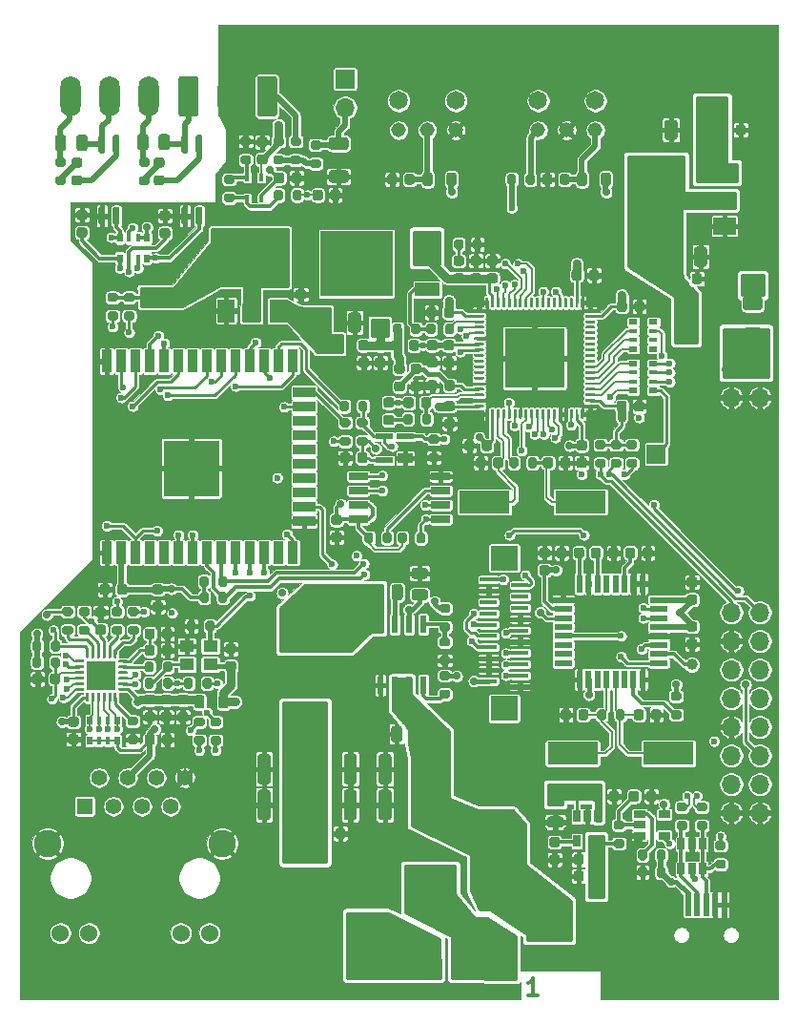
<source format=gbr>
G04 #@! TF.GenerationSoftware,KiCad,Pcbnew,(5.1.9)-1*
G04 #@! TF.CreationDate,2021-07-06T15:30:52+07:00*
G04 #@! TF.ProjectId,main2,6d61696e-322e-46b6-9963-61645f706362,rev?*
G04 #@! TF.SameCoordinates,Original*
G04 #@! TF.FileFunction,Copper,L1,Top*
G04 #@! TF.FilePolarity,Positive*
%FSLAX46Y46*%
G04 Gerber Fmt 4.6, Leading zero omitted, Abs format (unit mm)*
G04 Created by KiCad (PCBNEW (5.1.9)-1) date 2021-07-06 15:30:52*
%MOMM*%
%LPD*%
G01*
G04 APERTURE LIST*
G04 #@! TA.AperFunction,NonConductor*
%ADD10C,0.300000*%
G04 #@! TD*
G04 #@! TA.AperFunction,ComponentPad*
%ADD11O,1.700000X1.700000*%
G04 #@! TD*
G04 #@! TA.AperFunction,SMDPad,CuDef*
%ADD12R,5.300000X5.300000*%
G04 #@! TD*
G04 #@! TA.AperFunction,SMDPad,CuDef*
%ADD13R,2.400000X2.200000*%
G04 #@! TD*
G04 #@! TA.AperFunction,SMDPad,CuDef*
%ADD14R,1.500000X0.400000*%
G04 #@! TD*
G04 #@! TA.AperFunction,SMDPad,CuDef*
%ADD15R,0.500000X2.000000*%
G04 #@! TD*
G04 #@! TA.AperFunction,SMDPad,CuDef*
%ADD16R,2.000000X1.700000*%
G04 #@! TD*
G04 #@! TA.AperFunction,SMDPad,CuDef*
%ADD17C,1.000000*%
G04 #@! TD*
G04 #@! TA.AperFunction,SMDPad,CuDef*
%ADD18R,0.650000X1.060000*%
G04 #@! TD*
G04 #@! TA.AperFunction,SMDPad,CuDef*
%ADD19R,5.000000X5.000000*%
G04 #@! TD*
G04 #@! TA.AperFunction,SMDPad,CuDef*
%ADD20R,0.900000X2.000000*%
G04 #@! TD*
G04 #@! TA.AperFunction,SMDPad,CuDef*
%ADD21R,2.000000X0.900000*%
G04 #@! TD*
G04 #@! TA.AperFunction,SMDPad,CuDef*
%ADD22R,2.600000X2.600000*%
G04 #@! TD*
G04 #@! TA.AperFunction,SMDPad,CuDef*
%ADD23R,3.800000X2.000000*%
G04 #@! TD*
G04 #@! TA.AperFunction,SMDPad,CuDef*
%ADD24R,1.500000X2.000000*%
G04 #@! TD*
G04 #@! TA.AperFunction,SMDPad,CuDef*
%ADD25R,1.600000X0.550000*%
G04 #@! TD*
G04 #@! TA.AperFunction,SMDPad,CuDef*
%ADD26R,0.550000X1.600000*%
G04 #@! TD*
G04 #@! TA.AperFunction,SMDPad,CuDef*
%ADD27R,1.060000X0.650000*%
G04 #@! TD*
G04 #@! TA.AperFunction,SMDPad,CuDef*
%ADD28R,1.300000X1.100000*%
G04 #@! TD*
G04 #@! TA.AperFunction,SMDPad,CuDef*
%ADD29R,4.500000X2.000000*%
G04 #@! TD*
G04 #@! TA.AperFunction,SMDPad,CuDef*
%ADD30R,2.200000X1.200000*%
G04 #@! TD*
G04 #@! TA.AperFunction,SMDPad,CuDef*
%ADD31R,6.400000X5.800000*%
G04 #@! TD*
G04 #@! TA.AperFunction,SMDPad,CuDef*
%ADD32R,0.800000X0.500000*%
G04 #@! TD*
G04 #@! TA.AperFunction,SMDPad,CuDef*
%ADD33R,0.800000X0.400000*%
G04 #@! TD*
G04 #@! TA.AperFunction,SMDPad,CuDef*
%ADD34R,0.500000X0.800000*%
G04 #@! TD*
G04 #@! TA.AperFunction,SMDPad,CuDef*
%ADD35R,0.400000X0.800000*%
G04 #@! TD*
G04 #@! TA.AperFunction,ComponentPad*
%ADD36C,1.650000*%
G04 #@! TD*
G04 #@! TA.AperFunction,ComponentPad*
%ADD37C,1.308000*%
G04 #@! TD*
G04 #@! TA.AperFunction,SMDPad,CuDef*
%ADD38R,0.400000X0.650000*%
G04 #@! TD*
G04 #@! TA.AperFunction,SMDPad,CuDef*
%ADD39R,1.587500X0.508000*%
G04 #@! TD*
G04 #@! TA.AperFunction,SMDPad,CuDef*
%ADD40R,1.320800X0.889000*%
G04 #@! TD*
G04 #@! TA.AperFunction,SMDPad,CuDef*
%ADD41R,2.000000X3.800000*%
G04 #@! TD*
G04 #@! TA.AperFunction,SMDPad,CuDef*
%ADD42R,2.000000X1.500000*%
G04 #@! TD*
G04 #@! TA.AperFunction,SMDPad,CuDef*
%ADD43R,2.500000X3.300000*%
G04 #@! TD*
G04 #@! TA.AperFunction,SMDPad,CuDef*
%ADD44R,2.300000X2.500000*%
G04 #@! TD*
G04 #@! TA.AperFunction,ComponentPad*
%ADD45R,2.600000X2.600000*%
G04 #@! TD*
G04 #@! TA.AperFunction,ComponentPad*
%ADD46C,2.600000*%
G04 #@! TD*
G04 #@! TA.AperFunction,SMDPad,CuDef*
%ADD47R,3.600000X2.700000*%
G04 #@! TD*
G04 #@! TA.AperFunction,SMDPad,CuDef*
%ADD48R,4.240000X3.810000*%
G04 #@! TD*
G04 #@! TA.AperFunction,ComponentPad*
%ADD49O,1.800000X3.600000*%
G04 #@! TD*
G04 #@! TA.AperFunction,ComponentPad*
%ADD50R,1.700000X1.700000*%
G04 #@! TD*
G04 #@! TA.AperFunction,ComponentPad*
%ADD51C,2.445000*%
G04 #@! TD*
G04 #@! TA.AperFunction,ComponentPad*
%ADD52C,1.530000*%
G04 #@! TD*
G04 #@! TA.AperFunction,ComponentPad*
%ADD53C,1.398000*%
G04 #@! TD*
G04 #@! TA.AperFunction,ComponentPad*
%ADD54R,1.398000X1.398000*%
G04 #@! TD*
G04 #@! TA.AperFunction,SMDPad,CuDef*
%ADD55R,4.900000X2.950000*%
G04 #@! TD*
G04 #@! TA.AperFunction,SMDPad,CuDef*
%ADD56R,0.600000X1.550000*%
G04 #@! TD*
G04 #@! TA.AperFunction,ComponentPad*
%ADD57C,0.600000*%
G04 #@! TD*
G04 #@! TA.AperFunction,SMDPad,CuDef*
%ADD58R,1.700000X0.650000*%
G04 #@! TD*
G04 #@! TA.AperFunction,ComponentPad*
%ADD59C,4.700000*%
G04 #@! TD*
G04 #@! TA.AperFunction,ConnectorPad*
%ADD60C,7.600000*%
G04 #@! TD*
G04 #@! TA.AperFunction,ViaPad*
%ADD61C,0.600000*%
G04 #@! TD*
G04 #@! TA.AperFunction,ViaPad*
%ADD62C,0.700000*%
G04 #@! TD*
G04 #@! TA.AperFunction,Conductor*
%ADD63C,0.250000*%
G04 #@! TD*
G04 #@! TA.AperFunction,Conductor*
%ADD64C,0.200000*%
G04 #@! TD*
G04 #@! TA.AperFunction,Conductor*
%ADD65C,0.800000*%
G04 #@! TD*
G04 #@! TA.AperFunction,Conductor*
%ADD66C,0.500000*%
G04 #@! TD*
G04 #@! TA.AperFunction,Conductor*
%ADD67C,0.400000*%
G04 #@! TD*
G04 #@! TA.AperFunction,Conductor*
%ADD68C,0.300000*%
G04 #@! TD*
G04 #@! TA.AperFunction,Conductor*
%ADD69C,1.000000*%
G04 #@! TD*
G04 #@! TA.AperFunction,Conductor*
%ADD70C,0.254000*%
G04 #@! TD*
G04 #@! TA.AperFunction,Conductor*
%ADD71C,0.100000*%
G04 #@! TD*
G04 #@! TA.AperFunction,Conductor*
%ADD72C,0.025400*%
G04 #@! TD*
G04 APERTURE END LIST*
D10*
X105711571Y-132695071D02*
X104854428Y-132695071D01*
X105283000Y-132695071D02*
X105283000Y-131195071D01*
X105140142Y-131409357D01*
X104997285Y-131552214D01*
X104854428Y-131623642D01*
D11*
X122872500Y-77152500D03*
X125412500Y-77152500D03*
X122872500Y-79692500D03*
X125412500Y-79692500D03*
X122872500Y-98742500D03*
X125412500Y-98742500D03*
X122872500Y-101282500D03*
X125412500Y-101282500D03*
X122872500Y-103822500D03*
X125412500Y-103822500D03*
X122872500Y-106362500D03*
X125412500Y-106362500D03*
X122872500Y-108902500D03*
X125412500Y-108902500D03*
X122872500Y-111442500D03*
X125412500Y-111442500D03*
X122872500Y-113982500D03*
X125412500Y-113982500D03*
X122872500Y-116522500D03*
X125412500Y-116522500D03*
G04 #@! TA.AperFunction,SMDPad,CuDef*
G36*
G01*
X100035000Y-72012500D02*
X100035000Y-71887500D01*
G75*
G02*
X100097500Y-71825000I62500J0D01*
G01*
X100847500Y-71825000D01*
G75*
G02*
X100910000Y-71887500I0J-62500D01*
G01*
X100910000Y-72012500D01*
G75*
G02*
X100847500Y-72075000I-62500J0D01*
G01*
X100097500Y-72075000D01*
G75*
G02*
X100035000Y-72012500I0J62500D01*
G01*
G37*
G04 #@! TD.AperFunction*
G04 #@! TA.AperFunction,SMDPad,CuDef*
G36*
G01*
X100035000Y-72512500D02*
X100035000Y-72387500D01*
G75*
G02*
X100097500Y-72325000I62500J0D01*
G01*
X100847500Y-72325000D01*
G75*
G02*
X100910000Y-72387500I0J-62500D01*
G01*
X100910000Y-72512500D01*
G75*
G02*
X100847500Y-72575000I-62500J0D01*
G01*
X100097500Y-72575000D01*
G75*
G02*
X100035000Y-72512500I0J62500D01*
G01*
G37*
G04 #@! TD.AperFunction*
G04 #@! TA.AperFunction,SMDPad,CuDef*
G36*
G01*
X100035000Y-73012500D02*
X100035000Y-72887500D01*
G75*
G02*
X100097500Y-72825000I62500J0D01*
G01*
X100847500Y-72825000D01*
G75*
G02*
X100910000Y-72887500I0J-62500D01*
G01*
X100910000Y-73012500D01*
G75*
G02*
X100847500Y-73075000I-62500J0D01*
G01*
X100097500Y-73075000D01*
G75*
G02*
X100035000Y-73012500I0J62500D01*
G01*
G37*
G04 #@! TD.AperFunction*
G04 #@! TA.AperFunction,SMDPad,CuDef*
G36*
G01*
X100035000Y-73512500D02*
X100035000Y-73387500D01*
G75*
G02*
X100097500Y-73325000I62500J0D01*
G01*
X100847500Y-73325000D01*
G75*
G02*
X100910000Y-73387500I0J-62500D01*
G01*
X100910000Y-73512500D01*
G75*
G02*
X100847500Y-73575000I-62500J0D01*
G01*
X100097500Y-73575000D01*
G75*
G02*
X100035000Y-73512500I0J62500D01*
G01*
G37*
G04 #@! TD.AperFunction*
G04 #@! TA.AperFunction,SMDPad,CuDef*
G36*
G01*
X100035000Y-74012500D02*
X100035000Y-73887500D01*
G75*
G02*
X100097500Y-73825000I62500J0D01*
G01*
X100847500Y-73825000D01*
G75*
G02*
X100910000Y-73887500I0J-62500D01*
G01*
X100910000Y-74012500D01*
G75*
G02*
X100847500Y-74075000I-62500J0D01*
G01*
X100097500Y-74075000D01*
G75*
G02*
X100035000Y-74012500I0J62500D01*
G01*
G37*
G04 #@! TD.AperFunction*
G04 #@! TA.AperFunction,SMDPad,CuDef*
G36*
G01*
X100035000Y-74512500D02*
X100035000Y-74387500D01*
G75*
G02*
X100097500Y-74325000I62500J0D01*
G01*
X100847500Y-74325000D01*
G75*
G02*
X100910000Y-74387500I0J-62500D01*
G01*
X100910000Y-74512500D01*
G75*
G02*
X100847500Y-74575000I-62500J0D01*
G01*
X100097500Y-74575000D01*
G75*
G02*
X100035000Y-74512500I0J62500D01*
G01*
G37*
G04 #@! TD.AperFunction*
G04 #@! TA.AperFunction,SMDPad,CuDef*
G36*
G01*
X100035000Y-75012500D02*
X100035000Y-74887500D01*
G75*
G02*
X100097500Y-74825000I62500J0D01*
G01*
X100847500Y-74825000D01*
G75*
G02*
X100910000Y-74887500I0J-62500D01*
G01*
X100910000Y-75012500D01*
G75*
G02*
X100847500Y-75075000I-62500J0D01*
G01*
X100097500Y-75075000D01*
G75*
G02*
X100035000Y-75012500I0J62500D01*
G01*
G37*
G04 #@! TD.AperFunction*
G04 #@! TA.AperFunction,SMDPad,CuDef*
G36*
G01*
X100035000Y-75512500D02*
X100035000Y-75387500D01*
G75*
G02*
X100097500Y-75325000I62500J0D01*
G01*
X100847500Y-75325000D01*
G75*
G02*
X100910000Y-75387500I0J-62500D01*
G01*
X100910000Y-75512500D01*
G75*
G02*
X100847500Y-75575000I-62500J0D01*
G01*
X100097500Y-75575000D01*
G75*
G02*
X100035000Y-75512500I0J62500D01*
G01*
G37*
G04 #@! TD.AperFunction*
G04 #@! TA.AperFunction,SMDPad,CuDef*
G36*
G01*
X100035000Y-76012500D02*
X100035000Y-75887500D01*
G75*
G02*
X100097500Y-75825000I62500J0D01*
G01*
X100847500Y-75825000D01*
G75*
G02*
X100910000Y-75887500I0J-62500D01*
G01*
X100910000Y-76012500D01*
G75*
G02*
X100847500Y-76075000I-62500J0D01*
G01*
X100097500Y-76075000D01*
G75*
G02*
X100035000Y-76012500I0J62500D01*
G01*
G37*
G04 #@! TD.AperFunction*
G04 #@! TA.AperFunction,SMDPad,CuDef*
G36*
G01*
X100035000Y-76512500D02*
X100035000Y-76387500D01*
G75*
G02*
X100097500Y-76325000I62500J0D01*
G01*
X100847500Y-76325000D01*
G75*
G02*
X100910000Y-76387500I0J-62500D01*
G01*
X100910000Y-76512500D01*
G75*
G02*
X100847500Y-76575000I-62500J0D01*
G01*
X100097500Y-76575000D01*
G75*
G02*
X100035000Y-76512500I0J62500D01*
G01*
G37*
G04 #@! TD.AperFunction*
G04 #@! TA.AperFunction,SMDPad,CuDef*
G36*
G01*
X100035000Y-77012500D02*
X100035000Y-76887500D01*
G75*
G02*
X100097500Y-76825000I62500J0D01*
G01*
X100847500Y-76825000D01*
G75*
G02*
X100910000Y-76887500I0J-62500D01*
G01*
X100910000Y-77012500D01*
G75*
G02*
X100847500Y-77075000I-62500J0D01*
G01*
X100097500Y-77075000D01*
G75*
G02*
X100035000Y-77012500I0J62500D01*
G01*
G37*
G04 #@! TD.AperFunction*
G04 #@! TA.AperFunction,SMDPad,CuDef*
G36*
G01*
X100035000Y-77512500D02*
X100035000Y-77387500D01*
G75*
G02*
X100097500Y-77325000I62500J0D01*
G01*
X100847500Y-77325000D01*
G75*
G02*
X100910000Y-77387500I0J-62500D01*
G01*
X100910000Y-77512500D01*
G75*
G02*
X100847500Y-77575000I-62500J0D01*
G01*
X100097500Y-77575000D01*
G75*
G02*
X100035000Y-77512500I0J62500D01*
G01*
G37*
G04 #@! TD.AperFunction*
G04 #@! TA.AperFunction,SMDPad,CuDef*
G36*
G01*
X100035000Y-78012500D02*
X100035000Y-77887500D01*
G75*
G02*
X100097500Y-77825000I62500J0D01*
G01*
X100847500Y-77825000D01*
G75*
G02*
X100910000Y-77887500I0J-62500D01*
G01*
X100910000Y-78012500D01*
G75*
G02*
X100847500Y-78075000I-62500J0D01*
G01*
X100097500Y-78075000D01*
G75*
G02*
X100035000Y-78012500I0J62500D01*
G01*
G37*
G04 #@! TD.AperFunction*
G04 #@! TA.AperFunction,SMDPad,CuDef*
G36*
G01*
X100035000Y-78512500D02*
X100035000Y-78387500D01*
G75*
G02*
X100097500Y-78325000I62500J0D01*
G01*
X100847500Y-78325000D01*
G75*
G02*
X100910000Y-78387500I0J-62500D01*
G01*
X100910000Y-78512500D01*
G75*
G02*
X100847500Y-78575000I-62500J0D01*
G01*
X100097500Y-78575000D01*
G75*
G02*
X100035000Y-78512500I0J62500D01*
G01*
G37*
G04 #@! TD.AperFunction*
G04 #@! TA.AperFunction,SMDPad,CuDef*
G36*
G01*
X100035000Y-79012500D02*
X100035000Y-78887500D01*
G75*
G02*
X100097500Y-78825000I62500J0D01*
G01*
X100847500Y-78825000D01*
G75*
G02*
X100910000Y-78887500I0J-62500D01*
G01*
X100910000Y-79012500D01*
G75*
G02*
X100847500Y-79075000I-62500J0D01*
G01*
X100097500Y-79075000D01*
G75*
G02*
X100035000Y-79012500I0J62500D01*
G01*
G37*
G04 #@! TD.AperFunction*
G04 #@! TA.AperFunction,SMDPad,CuDef*
G36*
G01*
X100035000Y-79512500D02*
X100035000Y-79387500D01*
G75*
G02*
X100097500Y-79325000I62500J0D01*
G01*
X100847500Y-79325000D01*
G75*
G02*
X100910000Y-79387500I0J-62500D01*
G01*
X100910000Y-79512500D01*
G75*
G02*
X100847500Y-79575000I-62500J0D01*
G01*
X100097500Y-79575000D01*
G75*
G02*
X100035000Y-79512500I0J62500D01*
G01*
G37*
G04 #@! TD.AperFunction*
G04 #@! TA.AperFunction,SMDPad,CuDef*
G36*
G01*
X100035000Y-80012500D02*
X100035000Y-79887500D01*
G75*
G02*
X100097500Y-79825000I62500J0D01*
G01*
X100847500Y-79825000D01*
G75*
G02*
X100910000Y-79887500I0J-62500D01*
G01*
X100910000Y-80012500D01*
G75*
G02*
X100847500Y-80075000I-62500J0D01*
G01*
X100097500Y-80075000D01*
G75*
G02*
X100035000Y-80012500I0J62500D01*
G01*
G37*
G04 #@! TD.AperFunction*
G04 #@! TA.AperFunction,SMDPad,CuDef*
G36*
G01*
X100035000Y-80512500D02*
X100035000Y-80387500D01*
G75*
G02*
X100097500Y-80325000I62500J0D01*
G01*
X100847500Y-80325000D01*
G75*
G02*
X100910000Y-80387500I0J-62500D01*
G01*
X100910000Y-80512500D01*
G75*
G02*
X100847500Y-80575000I-62500J0D01*
G01*
X100097500Y-80575000D01*
G75*
G02*
X100035000Y-80512500I0J62500D01*
G01*
G37*
G04 #@! TD.AperFunction*
G04 #@! TA.AperFunction,SMDPad,CuDef*
G36*
G01*
X101035000Y-81512500D02*
X101035000Y-80762500D01*
G75*
G02*
X101097500Y-80700000I62500J0D01*
G01*
X101222500Y-80700000D01*
G75*
G02*
X101285000Y-80762500I0J-62500D01*
G01*
X101285000Y-81512500D01*
G75*
G02*
X101222500Y-81575000I-62500J0D01*
G01*
X101097500Y-81575000D01*
G75*
G02*
X101035000Y-81512500I0J62500D01*
G01*
G37*
G04 #@! TD.AperFunction*
G04 #@! TA.AperFunction,SMDPad,CuDef*
G36*
G01*
X101535000Y-81512500D02*
X101535000Y-80762500D01*
G75*
G02*
X101597500Y-80700000I62500J0D01*
G01*
X101722500Y-80700000D01*
G75*
G02*
X101785000Y-80762500I0J-62500D01*
G01*
X101785000Y-81512500D01*
G75*
G02*
X101722500Y-81575000I-62500J0D01*
G01*
X101597500Y-81575000D01*
G75*
G02*
X101535000Y-81512500I0J62500D01*
G01*
G37*
G04 #@! TD.AperFunction*
G04 #@! TA.AperFunction,SMDPad,CuDef*
G36*
G01*
X102035000Y-81512500D02*
X102035000Y-80762500D01*
G75*
G02*
X102097500Y-80700000I62500J0D01*
G01*
X102222500Y-80700000D01*
G75*
G02*
X102285000Y-80762500I0J-62500D01*
G01*
X102285000Y-81512500D01*
G75*
G02*
X102222500Y-81575000I-62500J0D01*
G01*
X102097500Y-81575000D01*
G75*
G02*
X102035000Y-81512500I0J62500D01*
G01*
G37*
G04 #@! TD.AperFunction*
G04 #@! TA.AperFunction,SMDPad,CuDef*
G36*
G01*
X102535000Y-81512500D02*
X102535000Y-80762500D01*
G75*
G02*
X102597500Y-80700000I62500J0D01*
G01*
X102722500Y-80700000D01*
G75*
G02*
X102785000Y-80762500I0J-62500D01*
G01*
X102785000Y-81512500D01*
G75*
G02*
X102722500Y-81575000I-62500J0D01*
G01*
X102597500Y-81575000D01*
G75*
G02*
X102535000Y-81512500I0J62500D01*
G01*
G37*
G04 #@! TD.AperFunction*
G04 #@! TA.AperFunction,SMDPad,CuDef*
G36*
G01*
X103035000Y-81512500D02*
X103035000Y-80762500D01*
G75*
G02*
X103097500Y-80700000I62500J0D01*
G01*
X103222500Y-80700000D01*
G75*
G02*
X103285000Y-80762500I0J-62500D01*
G01*
X103285000Y-81512500D01*
G75*
G02*
X103222500Y-81575000I-62500J0D01*
G01*
X103097500Y-81575000D01*
G75*
G02*
X103035000Y-81512500I0J62500D01*
G01*
G37*
G04 #@! TD.AperFunction*
G04 #@! TA.AperFunction,SMDPad,CuDef*
G36*
G01*
X103535000Y-81512500D02*
X103535000Y-80762500D01*
G75*
G02*
X103597500Y-80700000I62500J0D01*
G01*
X103722500Y-80700000D01*
G75*
G02*
X103785000Y-80762500I0J-62500D01*
G01*
X103785000Y-81512500D01*
G75*
G02*
X103722500Y-81575000I-62500J0D01*
G01*
X103597500Y-81575000D01*
G75*
G02*
X103535000Y-81512500I0J62500D01*
G01*
G37*
G04 #@! TD.AperFunction*
G04 #@! TA.AperFunction,SMDPad,CuDef*
G36*
G01*
X104035000Y-81512500D02*
X104035000Y-80762500D01*
G75*
G02*
X104097500Y-80700000I62500J0D01*
G01*
X104222500Y-80700000D01*
G75*
G02*
X104285000Y-80762500I0J-62500D01*
G01*
X104285000Y-81512500D01*
G75*
G02*
X104222500Y-81575000I-62500J0D01*
G01*
X104097500Y-81575000D01*
G75*
G02*
X104035000Y-81512500I0J62500D01*
G01*
G37*
G04 #@! TD.AperFunction*
G04 #@! TA.AperFunction,SMDPad,CuDef*
G36*
G01*
X104535000Y-81512500D02*
X104535000Y-80762500D01*
G75*
G02*
X104597500Y-80700000I62500J0D01*
G01*
X104722500Y-80700000D01*
G75*
G02*
X104785000Y-80762500I0J-62500D01*
G01*
X104785000Y-81512500D01*
G75*
G02*
X104722500Y-81575000I-62500J0D01*
G01*
X104597500Y-81575000D01*
G75*
G02*
X104535000Y-81512500I0J62500D01*
G01*
G37*
G04 #@! TD.AperFunction*
G04 #@! TA.AperFunction,SMDPad,CuDef*
G36*
G01*
X105035000Y-81512500D02*
X105035000Y-80762500D01*
G75*
G02*
X105097500Y-80700000I62500J0D01*
G01*
X105222500Y-80700000D01*
G75*
G02*
X105285000Y-80762500I0J-62500D01*
G01*
X105285000Y-81512500D01*
G75*
G02*
X105222500Y-81575000I-62500J0D01*
G01*
X105097500Y-81575000D01*
G75*
G02*
X105035000Y-81512500I0J62500D01*
G01*
G37*
G04 #@! TD.AperFunction*
G04 #@! TA.AperFunction,SMDPad,CuDef*
G36*
G01*
X105535000Y-81512500D02*
X105535000Y-80762500D01*
G75*
G02*
X105597500Y-80700000I62500J0D01*
G01*
X105722500Y-80700000D01*
G75*
G02*
X105785000Y-80762500I0J-62500D01*
G01*
X105785000Y-81512500D01*
G75*
G02*
X105722500Y-81575000I-62500J0D01*
G01*
X105597500Y-81575000D01*
G75*
G02*
X105535000Y-81512500I0J62500D01*
G01*
G37*
G04 #@! TD.AperFunction*
G04 #@! TA.AperFunction,SMDPad,CuDef*
G36*
G01*
X106035000Y-81512500D02*
X106035000Y-80762500D01*
G75*
G02*
X106097500Y-80700000I62500J0D01*
G01*
X106222500Y-80700000D01*
G75*
G02*
X106285000Y-80762500I0J-62500D01*
G01*
X106285000Y-81512500D01*
G75*
G02*
X106222500Y-81575000I-62500J0D01*
G01*
X106097500Y-81575000D01*
G75*
G02*
X106035000Y-81512500I0J62500D01*
G01*
G37*
G04 #@! TD.AperFunction*
G04 #@! TA.AperFunction,SMDPad,CuDef*
G36*
G01*
X106535000Y-81512500D02*
X106535000Y-80762500D01*
G75*
G02*
X106597500Y-80700000I62500J0D01*
G01*
X106722500Y-80700000D01*
G75*
G02*
X106785000Y-80762500I0J-62500D01*
G01*
X106785000Y-81512500D01*
G75*
G02*
X106722500Y-81575000I-62500J0D01*
G01*
X106597500Y-81575000D01*
G75*
G02*
X106535000Y-81512500I0J62500D01*
G01*
G37*
G04 #@! TD.AperFunction*
G04 #@! TA.AperFunction,SMDPad,CuDef*
G36*
G01*
X107035000Y-81512500D02*
X107035000Y-80762500D01*
G75*
G02*
X107097500Y-80700000I62500J0D01*
G01*
X107222500Y-80700000D01*
G75*
G02*
X107285000Y-80762500I0J-62500D01*
G01*
X107285000Y-81512500D01*
G75*
G02*
X107222500Y-81575000I-62500J0D01*
G01*
X107097500Y-81575000D01*
G75*
G02*
X107035000Y-81512500I0J62500D01*
G01*
G37*
G04 #@! TD.AperFunction*
G04 #@! TA.AperFunction,SMDPad,CuDef*
G36*
G01*
X107535000Y-81512500D02*
X107535000Y-80762500D01*
G75*
G02*
X107597500Y-80700000I62500J0D01*
G01*
X107722500Y-80700000D01*
G75*
G02*
X107785000Y-80762500I0J-62500D01*
G01*
X107785000Y-81512500D01*
G75*
G02*
X107722500Y-81575000I-62500J0D01*
G01*
X107597500Y-81575000D01*
G75*
G02*
X107535000Y-81512500I0J62500D01*
G01*
G37*
G04 #@! TD.AperFunction*
G04 #@! TA.AperFunction,SMDPad,CuDef*
G36*
G01*
X108035000Y-81512500D02*
X108035000Y-80762500D01*
G75*
G02*
X108097500Y-80700000I62500J0D01*
G01*
X108222500Y-80700000D01*
G75*
G02*
X108285000Y-80762500I0J-62500D01*
G01*
X108285000Y-81512500D01*
G75*
G02*
X108222500Y-81575000I-62500J0D01*
G01*
X108097500Y-81575000D01*
G75*
G02*
X108035000Y-81512500I0J62500D01*
G01*
G37*
G04 #@! TD.AperFunction*
G04 #@! TA.AperFunction,SMDPad,CuDef*
G36*
G01*
X108535000Y-81512500D02*
X108535000Y-80762500D01*
G75*
G02*
X108597500Y-80700000I62500J0D01*
G01*
X108722500Y-80700000D01*
G75*
G02*
X108785000Y-80762500I0J-62500D01*
G01*
X108785000Y-81512500D01*
G75*
G02*
X108722500Y-81575000I-62500J0D01*
G01*
X108597500Y-81575000D01*
G75*
G02*
X108535000Y-81512500I0J62500D01*
G01*
G37*
G04 #@! TD.AperFunction*
G04 #@! TA.AperFunction,SMDPad,CuDef*
G36*
G01*
X109035000Y-81512500D02*
X109035000Y-80762500D01*
G75*
G02*
X109097500Y-80700000I62500J0D01*
G01*
X109222500Y-80700000D01*
G75*
G02*
X109285000Y-80762500I0J-62500D01*
G01*
X109285000Y-81512500D01*
G75*
G02*
X109222500Y-81575000I-62500J0D01*
G01*
X109097500Y-81575000D01*
G75*
G02*
X109035000Y-81512500I0J62500D01*
G01*
G37*
G04 #@! TD.AperFunction*
G04 #@! TA.AperFunction,SMDPad,CuDef*
G36*
G01*
X109535000Y-81512500D02*
X109535000Y-80762500D01*
G75*
G02*
X109597500Y-80700000I62500J0D01*
G01*
X109722500Y-80700000D01*
G75*
G02*
X109785000Y-80762500I0J-62500D01*
G01*
X109785000Y-81512500D01*
G75*
G02*
X109722500Y-81575000I-62500J0D01*
G01*
X109597500Y-81575000D01*
G75*
G02*
X109535000Y-81512500I0J62500D01*
G01*
G37*
G04 #@! TD.AperFunction*
G04 #@! TA.AperFunction,SMDPad,CuDef*
G36*
G01*
X109910000Y-80512500D02*
X109910000Y-80387500D01*
G75*
G02*
X109972500Y-80325000I62500J0D01*
G01*
X110722500Y-80325000D01*
G75*
G02*
X110785000Y-80387500I0J-62500D01*
G01*
X110785000Y-80512500D01*
G75*
G02*
X110722500Y-80575000I-62500J0D01*
G01*
X109972500Y-80575000D01*
G75*
G02*
X109910000Y-80512500I0J62500D01*
G01*
G37*
G04 #@! TD.AperFunction*
G04 #@! TA.AperFunction,SMDPad,CuDef*
G36*
G01*
X109910000Y-80012500D02*
X109910000Y-79887500D01*
G75*
G02*
X109972500Y-79825000I62500J0D01*
G01*
X110722500Y-79825000D01*
G75*
G02*
X110785000Y-79887500I0J-62500D01*
G01*
X110785000Y-80012500D01*
G75*
G02*
X110722500Y-80075000I-62500J0D01*
G01*
X109972500Y-80075000D01*
G75*
G02*
X109910000Y-80012500I0J62500D01*
G01*
G37*
G04 #@! TD.AperFunction*
G04 #@! TA.AperFunction,SMDPad,CuDef*
G36*
G01*
X109910000Y-79512500D02*
X109910000Y-79387500D01*
G75*
G02*
X109972500Y-79325000I62500J0D01*
G01*
X110722500Y-79325000D01*
G75*
G02*
X110785000Y-79387500I0J-62500D01*
G01*
X110785000Y-79512500D01*
G75*
G02*
X110722500Y-79575000I-62500J0D01*
G01*
X109972500Y-79575000D01*
G75*
G02*
X109910000Y-79512500I0J62500D01*
G01*
G37*
G04 #@! TD.AperFunction*
G04 #@! TA.AperFunction,SMDPad,CuDef*
G36*
G01*
X109910000Y-79012500D02*
X109910000Y-78887500D01*
G75*
G02*
X109972500Y-78825000I62500J0D01*
G01*
X110722500Y-78825000D01*
G75*
G02*
X110785000Y-78887500I0J-62500D01*
G01*
X110785000Y-79012500D01*
G75*
G02*
X110722500Y-79075000I-62500J0D01*
G01*
X109972500Y-79075000D01*
G75*
G02*
X109910000Y-79012500I0J62500D01*
G01*
G37*
G04 #@! TD.AperFunction*
G04 #@! TA.AperFunction,SMDPad,CuDef*
G36*
G01*
X109910000Y-78512500D02*
X109910000Y-78387500D01*
G75*
G02*
X109972500Y-78325000I62500J0D01*
G01*
X110722500Y-78325000D01*
G75*
G02*
X110785000Y-78387500I0J-62500D01*
G01*
X110785000Y-78512500D01*
G75*
G02*
X110722500Y-78575000I-62500J0D01*
G01*
X109972500Y-78575000D01*
G75*
G02*
X109910000Y-78512500I0J62500D01*
G01*
G37*
G04 #@! TD.AperFunction*
G04 #@! TA.AperFunction,SMDPad,CuDef*
G36*
G01*
X109910000Y-78012500D02*
X109910000Y-77887500D01*
G75*
G02*
X109972500Y-77825000I62500J0D01*
G01*
X110722500Y-77825000D01*
G75*
G02*
X110785000Y-77887500I0J-62500D01*
G01*
X110785000Y-78012500D01*
G75*
G02*
X110722500Y-78075000I-62500J0D01*
G01*
X109972500Y-78075000D01*
G75*
G02*
X109910000Y-78012500I0J62500D01*
G01*
G37*
G04 #@! TD.AperFunction*
G04 #@! TA.AperFunction,SMDPad,CuDef*
G36*
G01*
X109910000Y-77512500D02*
X109910000Y-77387500D01*
G75*
G02*
X109972500Y-77325000I62500J0D01*
G01*
X110722500Y-77325000D01*
G75*
G02*
X110785000Y-77387500I0J-62500D01*
G01*
X110785000Y-77512500D01*
G75*
G02*
X110722500Y-77575000I-62500J0D01*
G01*
X109972500Y-77575000D01*
G75*
G02*
X109910000Y-77512500I0J62500D01*
G01*
G37*
G04 #@! TD.AperFunction*
G04 #@! TA.AperFunction,SMDPad,CuDef*
G36*
G01*
X109910000Y-77012500D02*
X109910000Y-76887500D01*
G75*
G02*
X109972500Y-76825000I62500J0D01*
G01*
X110722500Y-76825000D01*
G75*
G02*
X110785000Y-76887500I0J-62500D01*
G01*
X110785000Y-77012500D01*
G75*
G02*
X110722500Y-77075000I-62500J0D01*
G01*
X109972500Y-77075000D01*
G75*
G02*
X109910000Y-77012500I0J62500D01*
G01*
G37*
G04 #@! TD.AperFunction*
G04 #@! TA.AperFunction,SMDPad,CuDef*
G36*
G01*
X109910000Y-76512500D02*
X109910000Y-76387500D01*
G75*
G02*
X109972500Y-76325000I62500J0D01*
G01*
X110722500Y-76325000D01*
G75*
G02*
X110785000Y-76387500I0J-62500D01*
G01*
X110785000Y-76512500D01*
G75*
G02*
X110722500Y-76575000I-62500J0D01*
G01*
X109972500Y-76575000D01*
G75*
G02*
X109910000Y-76512500I0J62500D01*
G01*
G37*
G04 #@! TD.AperFunction*
G04 #@! TA.AperFunction,SMDPad,CuDef*
G36*
G01*
X109910000Y-76012500D02*
X109910000Y-75887500D01*
G75*
G02*
X109972500Y-75825000I62500J0D01*
G01*
X110722500Y-75825000D01*
G75*
G02*
X110785000Y-75887500I0J-62500D01*
G01*
X110785000Y-76012500D01*
G75*
G02*
X110722500Y-76075000I-62500J0D01*
G01*
X109972500Y-76075000D01*
G75*
G02*
X109910000Y-76012500I0J62500D01*
G01*
G37*
G04 #@! TD.AperFunction*
G04 #@! TA.AperFunction,SMDPad,CuDef*
G36*
G01*
X109910000Y-75512500D02*
X109910000Y-75387500D01*
G75*
G02*
X109972500Y-75325000I62500J0D01*
G01*
X110722500Y-75325000D01*
G75*
G02*
X110785000Y-75387500I0J-62500D01*
G01*
X110785000Y-75512500D01*
G75*
G02*
X110722500Y-75575000I-62500J0D01*
G01*
X109972500Y-75575000D01*
G75*
G02*
X109910000Y-75512500I0J62500D01*
G01*
G37*
G04 #@! TD.AperFunction*
G04 #@! TA.AperFunction,SMDPad,CuDef*
G36*
G01*
X109910000Y-75012500D02*
X109910000Y-74887500D01*
G75*
G02*
X109972500Y-74825000I62500J0D01*
G01*
X110722500Y-74825000D01*
G75*
G02*
X110785000Y-74887500I0J-62500D01*
G01*
X110785000Y-75012500D01*
G75*
G02*
X110722500Y-75075000I-62500J0D01*
G01*
X109972500Y-75075000D01*
G75*
G02*
X109910000Y-75012500I0J62500D01*
G01*
G37*
G04 #@! TD.AperFunction*
G04 #@! TA.AperFunction,SMDPad,CuDef*
G36*
G01*
X109910000Y-74512500D02*
X109910000Y-74387500D01*
G75*
G02*
X109972500Y-74325000I62500J0D01*
G01*
X110722500Y-74325000D01*
G75*
G02*
X110785000Y-74387500I0J-62500D01*
G01*
X110785000Y-74512500D01*
G75*
G02*
X110722500Y-74575000I-62500J0D01*
G01*
X109972500Y-74575000D01*
G75*
G02*
X109910000Y-74512500I0J62500D01*
G01*
G37*
G04 #@! TD.AperFunction*
G04 #@! TA.AperFunction,SMDPad,CuDef*
G36*
G01*
X109910000Y-74012500D02*
X109910000Y-73887500D01*
G75*
G02*
X109972500Y-73825000I62500J0D01*
G01*
X110722500Y-73825000D01*
G75*
G02*
X110785000Y-73887500I0J-62500D01*
G01*
X110785000Y-74012500D01*
G75*
G02*
X110722500Y-74075000I-62500J0D01*
G01*
X109972500Y-74075000D01*
G75*
G02*
X109910000Y-74012500I0J62500D01*
G01*
G37*
G04 #@! TD.AperFunction*
G04 #@! TA.AperFunction,SMDPad,CuDef*
G36*
G01*
X109910000Y-73512500D02*
X109910000Y-73387500D01*
G75*
G02*
X109972500Y-73325000I62500J0D01*
G01*
X110722500Y-73325000D01*
G75*
G02*
X110785000Y-73387500I0J-62500D01*
G01*
X110785000Y-73512500D01*
G75*
G02*
X110722500Y-73575000I-62500J0D01*
G01*
X109972500Y-73575000D01*
G75*
G02*
X109910000Y-73512500I0J62500D01*
G01*
G37*
G04 #@! TD.AperFunction*
G04 #@! TA.AperFunction,SMDPad,CuDef*
G36*
G01*
X109910000Y-73012500D02*
X109910000Y-72887500D01*
G75*
G02*
X109972500Y-72825000I62500J0D01*
G01*
X110722500Y-72825000D01*
G75*
G02*
X110785000Y-72887500I0J-62500D01*
G01*
X110785000Y-73012500D01*
G75*
G02*
X110722500Y-73075000I-62500J0D01*
G01*
X109972500Y-73075000D01*
G75*
G02*
X109910000Y-73012500I0J62500D01*
G01*
G37*
G04 #@! TD.AperFunction*
G04 #@! TA.AperFunction,SMDPad,CuDef*
G36*
G01*
X109910000Y-72512500D02*
X109910000Y-72387500D01*
G75*
G02*
X109972500Y-72325000I62500J0D01*
G01*
X110722500Y-72325000D01*
G75*
G02*
X110785000Y-72387500I0J-62500D01*
G01*
X110785000Y-72512500D01*
G75*
G02*
X110722500Y-72575000I-62500J0D01*
G01*
X109972500Y-72575000D01*
G75*
G02*
X109910000Y-72512500I0J62500D01*
G01*
G37*
G04 #@! TD.AperFunction*
G04 #@! TA.AperFunction,SMDPad,CuDef*
G36*
G01*
X109910000Y-72012500D02*
X109910000Y-71887500D01*
G75*
G02*
X109972500Y-71825000I62500J0D01*
G01*
X110722500Y-71825000D01*
G75*
G02*
X110785000Y-71887500I0J-62500D01*
G01*
X110785000Y-72012500D01*
G75*
G02*
X110722500Y-72075000I-62500J0D01*
G01*
X109972500Y-72075000D01*
G75*
G02*
X109910000Y-72012500I0J62500D01*
G01*
G37*
G04 #@! TD.AperFunction*
G04 #@! TA.AperFunction,SMDPad,CuDef*
G36*
G01*
X109535000Y-71637500D02*
X109535000Y-70887500D01*
G75*
G02*
X109597500Y-70825000I62500J0D01*
G01*
X109722500Y-70825000D01*
G75*
G02*
X109785000Y-70887500I0J-62500D01*
G01*
X109785000Y-71637500D01*
G75*
G02*
X109722500Y-71700000I-62500J0D01*
G01*
X109597500Y-71700000D01*
G75*
G02*
X109535000Y-71637500I0J62500D01*
G01*
G37*
G04 #@! TD.AperFunction*
G04 #@! TA.AperFunction,SMDPad,CuDef*
G36*
G01*
X109035000Y-71637500D02*
X109035000Y-70887500D01*
G75*
G02*
X109097500Y-70825000I62500J0D01*
G01*
X109222500Y-70825000D01*
G75*
G02*
X109285000Y-70887500I0J-62500D01*
G01*
X109285000Y-71637500D01*
G75*
G02*
X109222500Y-71700000I-62500J0D01*
G01*
X109097500Y-71700000D01*
G75*
G02*
X109035000Y-71637500I0J62500D01*
G01*
G37*
G04 #@! TD.AperFunction*
G04 #@! TA.AperFunction,SMDPad,CuDef*
G36*
G01*
X108535000Y-71637500D02*
X108535000Y-70887500D01*
G75*
G02*
X108597500Y-70825000I62500J0D01*
G01*
X108722500Y-70825000D01*
G75*
G02*
X108785000Y-70887500I0J-62500D01*
G01*
X108785000Y-71637500D01*
G75*
G02*
X108722500Y-71700000I-62500J0D01*
G01*
X108597500Y-71700000D01*
G75*
G02*
X108535000Y-71637500I0J62500D01*
G01*
G37*
G04 #@! TD.AperFunction*
G04 #@! TA.AperFunction,SMDPad,CuDef*
G36*
G01*
X108035000Y-71637500D02*
X108035000Y-70887500D01*
G75*
G02*
X108097500Y-70825000I62500J0D01*
G01*
X108222500Y-70825000D01*
G75*
G02*
X108285000Y-70887500I0J-62500D01*
G01*
X108285000Y-71637500D01*
G75*
G02*
X108222500Y-71700000I-62500J0D01*
G01*
X108097500Y-71700000D01*
G75*
G02*
X108035000Y-71637500I0J62500D01*
G01*
G37*
G04 #@! TD.AperFunction*
G04 #@! TA.AperFunction,SMDPad,CuDef*
G36*
G01*
X107535000Y-71637500D02*
X107535000Y-70887500D01*
G75*
G02*
X107597500Y-70825000I62500J0D01*
G01*
X107722500Y-70825000D01*
G75*
G02*
X107785000Y-70887500I0J-62500D01*
G01*
X107785000Y-71637500D01*
G75*
G02*
X107722500Y-71700000I-62500J0D01*
G01*
X107597500Y-71700000D01*
G75*
G02*
X107535000Y-71637500I0J62500D01*
G01*
G37*
G04 #@! TD.AperFunction*
G04 #@! TA.AperFunction,SMDPad,CuDef*
G36*
G01*
X107035000Y-71637500D02*
X107035000Y-70887500D01*
G75*
G02*
X107097500Y-70825000I62500J0D01*
G01*
X107222500Y-70825000D01*
G75*
G02*
X107285000Y-70887500I0J-62500D01*
G01*
X107285000Y-71637500D01*
G75*
G02*
X107222500Y-71700000I-62500J0D01*
G01*
X107097500Y-71700000D01*
G75*
G02*
X107035000Y-71637500I0J62500D01*
G01*
G37*
G04 #@! TD.AperFunction*
G04 #@! TA.AperFunction,SMDPad,CuDef*
G36*
G01*
X106535000Y-71637500D02*
X106535000Y-70887500D01*
G75*
G02*
X106597500Y-70825000I62500J0D01*
G01*
X106722500Y-70825000D01*
G75*
G02*
X106785000Y-70887500I0J-62500D01*
G01*
X106785000Y-71637500D01*
G75*
G02*
X106722500Y-71700000I-62500J0D01*
G01*
X106597500Y-71700000D01*
G75*
G02*
X106535000Y-71637500I0J62500D01*
G01*
G37*
G04 #@! TD.AperFunction*
G04 #@! TA.AperFunction,SMDPad,CuDef*
G36*
G01*
X106035000Y-71637500D02*
X106035000Y-70887500D01*
G75*
G02*
X106097500Y-70825000I62500J0D01*
G01*
X106222500Y-70825000D01*
G75*
G02*
X106285000Y-70887500I0J-62500D01*
G01*
X106285000Y-71637500D01*
G75*
G02*
X106222500Y-71700000I-62500J0D01*
G01*
X106097500Y-71700000D01*
G75*
G02*
X106035000Y-71637500I0J62500D01*
G01*
G37*
G04 #@! TD.AperFunction*
G04 #@! TA.AperFunction,SMDPad,CuDef*
G36*
G01*
X105535000Y-71637500D02*
X105535000Y-70887500D01*
G75*
G02*
X105597500Y-70825000I62500J0D01*
G01*
X105722500Y-70825000D01*
G75*
G02*
X105785000Y-70887500I0J-62500D01*
G01*
X105785000Y-71637500D01*
G75*
G02*
X105722500Y-71700000I-62500J0D01*
G01*
X105597500Y-71700000D01*
G75*
G02*
X105535000Y-71637500I0J62500D01*
G01*
G37*
G04 #@! TD.AperFunction*
G04 #@! TA.AperFunction,SMDPad,CuDef*
G36*
G01*
X105035000Y-71637500D02*
X105035000Y-70887500D01*
G75*
G02*
X105097500Y-70825000I62500J0D01*
G01*
X105222500Y-70825000D01*
G75*
G02*
X105285000Y-70887500I0J-62500D01*
G01*
X105285000Y-71637500D01*
G75*
G02*
X105222500Y-71700000I-62500J0D01*
G01*
X105097500Y-71700000D01*
G75*
G02*
X105035000Y-71637500I0J62500D01*
G01*
G37*
G04 #@! TD.AperFunction*
G04 #@! TA.AperFunction,SMDPad,CuDef*
G36*
G01*
X104535000Y-71637500D02*
X104535000Y-70887500D01*
G75*
G02*
X104597500Y-70825000I62500J0D01*
G01*
X104722500Y-70825000D01*
G75*
G02*
X104785000Y-70887500I0J-62500D01*
G01*
X104785000Y-71637500D01*
G75*
G02*
X104722500Y-71700000I-62500J0D01*
G01*
X104597500Y-71700000D01*
G75*
G02*
X104535000Y-71637500I0J62500D01*
G01*
G37*
G04 #@! TD.AperFunction*
G04 #@! TA.AperFunction,SMDPad,CuDef*
G36*
G01*
X104035000Y-71637500D02*
X104035000Y-70887500D01*
G75*
G02*
X104097500Y-70825000I62500J0D01*
G01*
X104222500Y-70825000D01*
G75*
G02*
X104285000Y-70887500I0J-62500D01*
G01*
X104285000Y-71637500D01*
G75*
G02*
X104222500Y-71700000I-62500J0D01*
G01*
X104097500Y-71700000D01*
G75*
G02*
X104035000Y-71637500I0J62500D01*
G01*
G37*
G04 #@! TD.AperFunction*
G04 #@! TA.AperFunction,SMDPad,CuDef*
G36*
G01*
X103535000Y-71637500D02*
X103535000Y-70887500D01*
G75*
G02*
X103597500Y-70825000I62500J0D01*
G01*
X103722500Y-70825000D01*
G75*
G02*
X103785000Y-70887500I0J-62500D01*
G01*
X103785000Y-71637500D01*
G75*
G02*
X103722500Y-71700000I-62500J0D01*
G01*
X103597500Y-71700000D01*
G75*
G02*
X103535000Y-71637500I0J62500D01*
G01*
G37*
G04 #@! TD.AperFunction*
G04 #@! TA.AperFunction,SMDPad,CuDef*
G36*
G01*
X103035000Y-71637500D02*
X103035000Y-70887500D01*
G75*
G02*
X103097500Y-70825000I62500J0D01*
G01*
X103222500Y-70825000D01*
G75*
G02*
X103285000Y-70887500I0J-62500D01*
G01*
X103285000Y-71637500D01*
G75*
G02*
X103222500Y-71700000I-62500J0D01*
G01*
X103097500Y-71700000D01*
G75*
G02*
X103035000Y-71637500I0J62500D01*
G01*
G37*
G04 #@! TD.AperFunction*
G04 #@! TA.AperFunction,SMDPad,CuDef*
G36*
G01*
X102535000Y-71637500D02*
X102535000Y-70887500D01*
G75*
G02*
X102597500Y-70825000I62500J0D01*
G01*
X102722500Y-70825000D01*
G75*
G02*
X102785000Y-70887500I0J-62500D01*
G01*
X102785000Y-71637500D01*
G75*
G02*
X102722500Y-71700000I-62500J0D01*
G01*
X102597500Y-71700000D01*
G75*
G02*
X102535000Y-71637500I0J62500D01*
G01*
G37*
G04 #@! TD.AperFunction*
G04 #@! TA.AperFunction,SMDPad,CuDef*
G36*
G01*
X102035000Y-71637500D02*
X102035000Y-70887500D01*
G75*
G02*
X102097500Y-70825000I62500J0D01*
G01*
X102222500Y-70825000D01*
G75*
G02*
X102285000Y-70887500I0J-62500D01*
G01*
X102285000Y-71637500D01*
G75*
G02*
X102222500Y-71700000I-62500J0D01*
G01*
X102097500Y-71700000D01*
G75*
G02*
X102035000Y-71637500I0J62500D01*
G01*
G37*
G04 #@! TD.AperFunction*
G04 #@! TA.AperFunction,SMDPad,CuDef*
G36*
G01*
X101535000Y-71637500D02*
X101535000Y-70887500D01*
G75*
G02*
X101597500Y-70825000I62500J0D01*
G01*
X101722500Y-70825000D01*
G75*
G02*
X101785000Y-70887500I0J-62500D01*
G01*
X101785000Y-71637500D01*
G75*
G02*
X101722500Y-71700000I-62500J0D01*
G01*
X101597500Y-71700000D01*
G75*
G02*
X101535000Y-71637500I0J62500D01*
G01*
G37*
G04 #@! TD.AperFunction*
G04 #@! TA.AperFunction,SMDPad,CuDef*
G36*
G01*
X101035000Y-71637500D02*
X101035000Y-70887500D01*
G75*
G02*
X101097500Y-70825000I62500J0D01*
G01*
X101222500Y-70825000D01*
G75*
G02*
X101285000Y-70887500I0J-62500D01*
G01*
X101285000Y-71637500D01*
G75*
G02*
X101222500Y-71700000I-62500J0D01*
G01*
X101097500Y-71700000D01*
G75*
G02*
X101035000Y-71637500I0J62500D01*
G01*
G37*
G04 #@! TD.AperFunction*
D12*
X105410000Y-76200000D03*
D13*
X102712520Y-107254040D03*
X102717600Y-93939360D03*
D14*
X104112520Y-97339720D03*
X101312520Y-97839720D03*
X104112520Y-98339720D03*
X101312520Y-96839720D03*
X104112520Y-99339720D03*
X101312520Y-95839720D03*
X101312520Y-99839720D03*
X101312520Y-98839720D03*
X104112520Y-96339720D03*
X104112520Y-100339720D03*
X104112520Y-105340980D03*
X104112520Y-101340980D03*
X101312520Y-103840980D03*
X101312520Y-104840980D03*
X101312520Y-100840980D03*
X104112520Y-104340980D03*
X101312520Y-101840980D03*
X104112520Y-103340980D03*
X101312520Y-102840980D03*
X104112520Y-102340980D03*
G04 #@! TA.AperFunction,SMDPad,CuDef*
G36*
G01*
X65464500Y-65487000D02*
X64964500Y-65487000D01*
G75*
G02*
X64739500Y-65262000I0J225000D01*
G01*
X64739500Y-64812000D01*
G75*
G02*
X64964500Y-64587000I225000J0D01*
G01*
X65464500Y-64587000D01*
G75*
G02*
X65689500Y-64812000I0J-225000D01*
G01*
X65689500Y-65262000D01*
G75*
G02*
X65464500Y-65487000I-225000J0D01*
G01*
G37*
G04 #@! TD.AperFunction*
G04 #@! TA.AperFunction,SMDPad,CuDef*
G36*
G01*
X65464500Y-63937000D02*
X64964500Y-63937000D01*
G75*
G02*
X64739500Y-63712000I0J225000D01*
G01*
X64739500Y-63262000D01*
G75*
G02*
X64964500Y-63037000I225000J0D01*
G01*
X65464500Y-63037000D01*
G75*
G02*
X65689500Y-63262000I0J-225000D01*
G01*
X65689500Y-63712000D01*
G75*
G02*
X65464500Y-63937000I-225000J0D01*
G01*
G37*
G04 #@! TD.AperFunction*
G04 #@! TA.AperFunction,SMDPad,CuDef*
G36*
G01*
X72830500Y-65550500D02*
X72330500Y-65550500D01*
G75*
G02*
X72105500Y-65325500I0J225000D01*
G01*
X72105500Y-64875500D01*
G75*
G02*
X72330500Y-64650500I225000J0D01*
G01*
X72830500Y-64650500D01*
G75*
G02*
X73055500Y-64875500I0J-225000D01*
G01*
X73055500Y-65325500D01*
G75*
G02*
X72830500Y-65550500I-225000J0D01*
G01*
G37*
G04 #@! TD.AperFunction*
G04 #@! TA.AperFunction,SMDPad,CuDef*
G36*
G01*
X72830500Y-64000500D02*
X72330500Y-64000500D01*
G75*
G02*
X72105500Y-63775500I0J225000D01*
G01*
X72105500Y-63325500D01*
G75*
G02*
X72330500Y-63100500I225000J0D01*
G01*
X72830500Y-63100500D01*
G75*
G02*
X73055500Y-63325500I0J-225000D01*
G01*
X73055500Y-63775500D01*
G75*
G02*
X72830500Y-64000500I-225000J0D01*
G01*
G37*
G04 #@! TD.AperFunction*
G04 #@! TA.AperFunction,SMDPad,CuDef*
G36*
G01*
X112021500Y-115312000D02*
X112021500Y-114812000D01*
G75*
G02*
X112246500Y-114587000I225000J0D01*
G01*
X112696500Y-114587000D01*
G75*
G02*
X112921500Y-114812000I0J-225000D01*
G01*
X112921500Y-115312000D01*
G75*
G02*
X112696500Y-115537000I-225000J0D01*
G01*
X112246500Y-115537000D01*
G75*
G02*
X112021500Y-115312000I0J225000D01*
G01*
G37*
G04 #@! TD.AperFunction*
G04 #@! TA.AperFunction,SMDPad,CuDef*
G36*
G01*
X110471500Y-115312000D02*
X110471500Y-114812000D01*
G75*
G02*
X110696500Y-114587000I225000J0D01*
G01*
X111146500Y-114587000D01*
G75*
G02*
X111371500Y-114812000I0J-225000D01*
G01*
X111371500Y-115312000D01*
G75*
G02*
X111146500Y-115537000I-225000J0D01*
G01*
X110696500Y-115537000D01*
G75*
G02*
X110471500Y-115312000I0J225000D01*
G01*
G37*
G04 #@! TD.AperFunction*
G04 #@! TA.AperFunction,SMDPad,CuDef*
G36*
G01*
X106938000Y-118675700D02*
X107438000Y-118675700D01*
G75*
G02*
X107663000Y-118900700I0J-225000D01*
G01*
X107663000Y-119350700D01*
G75*
G02*
X107438000Y-119575700I-225000J0D01*
G01*
X106938000Y-119575700D01*
G75*
G02*
X106713000Y-119350700I0J225000D01*
G01*
X106713000Y-118900700D01*
G75*
G02*
X106938000Y-118675700I225000J0D01*
G01*
G37*
G04 #@! TD.AperFunction*
G04 #@! TA.AperFunction,SMDPad,CuDef*
G36*
G01*
X106938000Y-120225700D02*
X107438000Y-120225700D01*
G75*
G02*
X107663000Y-120450700I0J-225000D01*
G01*
X107663000Y-120900700D01*
G75*
G02*
X107438000Y-121125700I-225000J0D01*
G01*
X106938000Y-121125700D01*
G75*
G02*
X106713000Y-120900700I0J225000D01*
G01*
X106713000Y-120450700D01*
G75*
G02*
X106938000Y-120225700I225000J0D01*
G01*
G37*
G04 #@! TD.AperFunction*
G04 #@! TA.AperFunction,SMDPad,CuDef*
G36*
G01*
X111334000Y-121873200D02*
X111334000Y-122373200D01*
G75*
G02*
X111109000Y-122598200I-225000J0D01*
G01*
X110659000Y-122598200D01*
G75*
G02*
X110434000Y-122373200I0J225000D01*
G01*
X110434000Y-121873200D01*
G75*
G02*
X110659000Y-121648200I225000J0D01*
G01*
X111109000Y-121648200D01*
G75*
G02*
X111334000Y-121873200I0J-225000D01*
G01*
G37*
G04 #@! TD.AperFunction*
G04 #@! TA.AperFunction,SMDPad,CuDef*
G36*
G01*
X109784000Y-121873200D02*
X109784000Y-122373200D01*
G75*
G02*
X109559000Y-122598200I-225000J0D01*
G01*
X109109000Y-122598200D01*
G75*
G02*
X108884000Y-122373200I0J225000D01*
G01*
X108884000Y-121873200D01*
G75*
G02*
X109109000Y-121648200I225000J0D01*
G01*
X109559000Y-121648200D01*
G75*
G02*
X109784000Y-121873200I0J-225000D01*
G01*
G37*
G04 #@! TD.AperFunction*
G04 #@! TA.AperFunction,SMDPad,CuDef*
G36*
G01*
X111334000Y-120412700D02*
X111334000Y-120912700D01*
G75*
G02*
X111109000Y-121137700I-225000J0D01*
G01*
X110659000Y-121137700D01*
G75*
G02*
X110434000Y-120912700I0J225000D01*
G01*
X110434000Y-120412700D01*
G75*
G02*
X110659000Y-120187700I225000J0D01*
G01*
X111109000Y-120187700D01*
G75*
G02*
X111334000Y-120412700I0J-225000D01*
G01*
G37*
G04 #@! TD.AperFunction*
G04 #@! TA.AperFunction,SMDPad,CuDef*
G36*
G01*
X109784000Y-120412700D02*
X109784000Y-120912700D01*
G75*
G02*
X109559000Y-121137700I-225000J0D01*
G01*
X109109000Y-121137700D01*
G75*
G02*
X108884000Y-120912700I0J225000D01*
G01*
X108884000Y-120412700D01*
G75*
G02*
X109109000Y-120187700I225000J0D01*
G01*
X109559000Y-120187700D01*
G75*
G02*
X109784000Y-120412700I0J-225000D01*
G01*
G37*
G04 #@! TD.AperFunction*
G04 #@! TA.AperFunction,SMDPad,CuDef*
G36*
G01*
X69233500Y-96460500D02*
X69233500Y-96960500D01*
G75*
G02*
X69008500Y-97185500I-225000J0D01*
G01*
X68558500Y-97185500D01*
G75*
G02*
X68333500Y-96960500I0J225000D01*
G01*
X68333500Y-96460500D01*
G75*
G02*
X68558500Y-96235500I225000J0D01*
G01*
X69008500Y-96235500D01*
G75*
G02*
X69233500Y-96460500I0J-225000D01*
G01*
G37*
G04 #@! TD.AperFunction*
G04 #@! TA.AperFunction,SMDPad,CuDef*
G36*
G01*
X67683500Y-96460500D02*
X67683500Y-96960500D01*
G75*
G02*
X67458500Y-97185500I-225000J0D01*
G01*
X67008500Y-97185500D01*
G75*
G02*
X66783500Y-96960500I0J225000D01*
G01*
X66783500Y-96460500D01*
G75*
G02*
X67008500Y-96235500I225000J0D01*
G01*
X67458500Y-96235500D01*
G75*
G02*
X67683500Y-96460500I0J-225000D01*
G01*
G37*
G04 #@! TD.AperFunction*
G04 #@! TA.AperFunction,SMDPad,CuDef*
G36*
G01*
X71695500Y-97797500D02*
X72195500Y-97797500D01*
G75*
G02*
X72420500Y-98022500I0J-225000D01*
G01*
X72420500Y-98472500D01*
G75*
G02*
X72195500Y-98697500I-225000J0D01*
G01*
X71695500Y-98697500D01*
G75*
G02*
X71470500Y-98472500I0J225000D01*
G01*
X71470500Y-98022500D01*
G75*
G02*
X71695500Y-97797500I225000J0D01*
G01*
G37*
G04 #@! TD.AperFunction*
G04 #@! TA.AperFunction,SMDPad,CuDef*
G36*
G01*
X71695500Y-96247500D02*
X72195500Y-96247500D01*
G75*
G02*
X72420500Y-96472500I0J-225000D01*
G01*
X72420500Y-96922500D01*
G75*
G02*
X72195500Y-97147500I-225000J0D01*
G01*
X71695500Y-97147500D01*
G75*
G02*
X71470500Y-96922500I0J225000D01*
G01*
X71470500Y-96472500D01*
G75*
G02*
X71695500Y-96247500I225000J0D01*
G01*
G37*
G04 #@! TD.AperFunction*
G04 #@! TA.AperFunction,SMDPad,CuDef*
G36*
G01*
X78672500Y-102418000D02*
X78172500Y-102418000D01*
G75*
G02*
X77947500Y-102193000I0J225000D01*
G01*
X77947500Y-101743000D01*
G75*
G02*
X78172500Y-101518000I225000J0D01*
G01*
X78672500Y-101518000D01*
G75*
G02*
X78897500Y-101743000I0J-225000D01*
G01*
X78897500Y-102193000D01*
G75*
G02*
X78672500Y-102418000I-225000J0D01*
G01*
G37*
G04 #@! TD.AperFunction*
G04 #@! TA.AperFunction,SMDPad,CuDef*
G36*
G01*
X78672500Y-103968000D02*
X78172500Y-103968000D01*
G75*
G02*
X77947500Y-103743000I0J225000D01*
G01*
X77947500Y-103293000D01*
G75*
G02*
X78172500Y-103068000I225000J0D01*
G01*
X78672500Y-103068000D01*
G75*
G02*
X78897500Y-103293000I0J-225000D01*
G01*
X78897500Y-103743000D01*
G75*
G02*
X78672500Y-103968000I-225000J0D01*
G01*
G37*
G04 #@! TD.AperFunction*
G04 #@! TA.AperFunction,SMDPad,CuDef*
G36*
G01*
X63264500Y-104398000D02*
X63264500Y-104898000D01*
G75*
G02*
X63039500Y-105123000I-225000J0D01*
G01*
X62589500Y-105123000D01*
G75*
G02*
X62364500Y-104898000I0J225000D01*
G01*
X62364500Y-104398000D01*
G75*
G02*
X62589500Y-104173000I225000J0D01*
G01*
X63039500Y-104173000D01*
G75*
G02*
X63264500Y-104398000I0J-225000D01*
G01*
G37*
G04 #@! TD.AperFunction*
G04 #@! TA.AperFunction,SMDPad,CuDef*
G36*
G01*
X61714500Y-104398000D02*
X61714500Y-104898000D01*
G75*
G02*
X61489500Y-105123000I-225000J0D01*
G01*
X61039500Y-105123000D01*
G75*
G02*
X60814500Y-104898000I0J225000D01*
G01*
X60814500Y-104398000D01*
G75*
G02*
X61039500Y-104173000I225000J0D01*
G01*
X61489500Y-104173000D01*
G75*
G02*
X61714500Y-104398000I0J-225000D01*
G01*
G37*
G04 #@! TD.AperFunction*
G04 #@! TA.AperFunction,SMDPad,CuDef*
G36*
G01*
X72334000Y-110295500D02*
X72334000Y-109795500D01*
G75*
G02*
X72559000Y-109570500I225000J0D01*
G01*
X73009000Y-109570500D01*
G75*
G02*
X73234000Y-109795500I0J-225000D01*
G01*
X73234000Y-110295500D01*
G75*
G02*
X73009000Y-110520500I-225000J0D01*
G01*
X72559000Y-110520500D01*
G75*
G02*
X72334000Y-110295500I0J225000D01*
G01*
G37*
G04 #@! TD.AperFunction*
G04 #@! TA.AperFunction,SMDPad,CuDef*
G36*
G01*
X70784000Y-110295500D02*
X70784000Y-109795500D01*
G75*
G02*
X71009000Y-109570500I225000J0D01*
G01*
X71459000Y-109570500D01*
G75*
G02*
X71684000Y-109795500I0J-225000D01*
G01*
X71684000Y-110295500D01*
G75*
G02*
X71459000Y-110520500I-225000J0D01*
G01*
X71009000Y-110520500D01*
G75*
G02*
X70784000Y-110295500I0J225000D01*
G01*
G37*
G04 #@! TD.AperFunction*
G04 #@! TA.AperFunction,SMDPad,CuDef*
G36*
G01*
X70784000Y-102358000D02*
X70784000Y-101858000D01*
G75*
G02*
X71009000Y-101633000I225000J0D01*
G01*
X71459000Y-101633000D01*
G75*
G02*
X71684000Y-101858000I0J-225000D01*
G01*
X71684000Y-102358000D01*
G75*
G02*
X71459000Y-102583000I-225000J0D01*
G01*
X71009000Y-102583000D01*
G75*
G02*
X70784000Y-102358000I0J225000D01*
G01*
G37*
G04 #@! TD.AperFunction*
G04 #@! TA.AperFunction,SMDPad,CuDef*
G36*
G01*
X72334000Y-102358000D02*
X72334000Y-101858000D01*
G75*
G02*
X72559000Y-101633000I225000J0D01*
G01*
X73009000Y-101633000D01*
G75*
G02*
X73234000Y-101858000I0J-225000D01*
G01*
X73234000Y-102358000D01*
G75*
G02*
X73009000Y-102583000I-225000J0D01*
G01*
X72559000Y-102583000D01*
G75*
G02*
X72334000Y-102358000I0J225000D01*
G01*
G37*
G04 #@! TD.AperFunction*
G04 #@! TA.AperFunction,SMDPad,CuDef*
G36*
G01*
X84895500Y-70985500D02*
X84395500Y-70985500D01*
G75*
G02*
X84170500Y-70760500I0J225000D01*
G01*
X84170500Y-70310500D01*
G75*
G02*
X84395500Y-70085500I225000J0D01*
G01*
X84895500Y-70085500D01*
G75*
G02*
X85120500Y-70310500I0J-225000D01*
G01*
X85120500Y-70760500D01*
G75*
G02*
X84895500Y-70985500I-225000J0D01*
G01*
G37*
G04 #@! TD.AperFunction*
G04 #@! TA.AperFunction,SMDPad,CuDef*
G36*
G01*
X84895500Y-72535500D02*
X84395500Y-72535500D01*
G75*
G02*
X84170500Y-72310500I0J225000D01*
G01*
X84170500Y-71860500D01*
G75*
G02*
X84395500Y-71635500I225000J0D01*
G01*
X84895500Y-71635500D01*
G75*
G02*
X85120500Y-71860500I0J-225000D01*
G01*
X85120500Y-72310500D01*
G75*
G02*
X84895500Y-72535500I-225000J0D01*
G01*
G37*
G04 #@! TD.AperFunction*
G04 #@! TA.AperFunction,SMDPad,CuDef*
G36*
G01*
X72334000Y-100897500D02*
X72334000Y-100397500D01*
G75*
G02*
X72559000Y-100172500I225000J0D01*
G01*
X73009000Y-100172500D01*
G75*
G02*
X73234000Y-100397500I0J-225000D01*
G01*
X73234000Y-100897500D01*
G75*
G02*
X73009000Y-101122500I-225000J0D01*
G01*
X72559000Y-101122500D01*
G75*
G02*
X72334000Y-100897500I0J225000D01*
G01*
G37*
G04 #@! TD.AperFunction*
G04 #@! TA.AperFunction,SMDPad,CuDef*
G36*
G01*
X70784000Y-100897500D02*
X70784000Y-100397500D01*
G75*
G02*
X71009000Y-100172500I225000J0D01*
G01*
X71459000Y-100172500D01*
G75*
G02*
X71684000Y-100397500I0J-225000D01*
G01*
X71684000Y-100897500D01*
G75*
G02*
X71459000Y-101122500I-225000J0D01*
G01*
X71009000Y-101122500D01*
G75*
G02*
X70784000Y-100897500I0J225000D01*
G01*
G37*
G04 #@! TD.AperFunction*
G04 #@! TA.AperFunction,SMDPad,CuDef*
G36*
G01*
X70997000Y-107576500D02*
X71497000Y-107576500D01*
G75*
G02*
X71722000Y-107801500I0J-225000D01*
G01*
X71722000Y-108251500D01*
G75*
G02*
X71497000Y-108476500I-225000J0D01*
G01*
X70997000Y-108476500D01*
G75*
G02*
X70772000Y-108251500I0J225000D01*
G01*
X70772000Y-107801500D01*
G75*
G02*
X70997000Y-107576500I225000J0D01*
G01*
G37*
G04 #@! TD.AperFunction*
G04 #@! TA.AperFunction,SMDPad,CuDef*
G36*
G01*
X70997000Y-106026500D02*
X71497000Y-106026500D01*
G75*
G02*
X71722000Y-106251500I0J-225000D01*
G01*
X71722000Y-106701500D01*
G75*
G02*
X71497000Y-106926500I-225000J0D01*
G01*
X70997000Y-106926500D01*
G75*
G02*
X70772000Y-106701500I0J225000D01*
G01*
X70772000Y-106251500D01*
G75*
G02*
X70997000Y-106026500I225000J0D01*
G01*
G37*
G04 #@! TD.AperFunction*
G04 #@! TA.AperFunction,SMDPad,CuDef*
G36*
G01*
X72457500Y-106026500D02*
X72957500Y-106026500D01*
G75*
G02*
X73182500Y-106251500I0J-225000D01*
G01*
X73182500Y-106701500D01*
G75*
G02*
X72957500Y-106926500I-225000J0D01*
G01*
X72457500Y-106926500D01*
G75*
G02*
X72232500Y-106701500I0J225000D01*
G01*
X72232500Y-106251500D01*
G75*
G02*
X72457500Y-106026500I225000J0D01*
G01*
G37*
G04 #@! TD.AperFunction*
G04 #@! TA.AperFunction,SMDPad,CuDef*
G36*
G01*
X72457500Y-107576500D02*
X72957500Y-107576500D01*
G75*
G02*
X73182500Y-107801500I0J-225000D01*
G01*
X73182500Y-108251500D01*
G75*
G02*
X72957500Y-108476500I-225000J0D01*
G01*
X72457500Y-108476500D01*
G75*
G02*
X72232500Y-108251500I0J225000D01*
G01*
X72232500Y-107801500D01*
G75*
G02*
X72457500Y-107576500I225000J0D01*
G01*
G37*
G04 #@! TD.AperFunction*
G04 #@! TA.AperFunction,SMDPad,CuDef*
G36*
G01*
X73219500Y-70403000D02*
X73719500Y-70403000D01*
G75*
G02*
X73944500Y-70628000I0J-225000D01*
G01*
X73944500Y-71078000D01*
G75*
G02*
X73719500Y-71303000I-225000J0D01*
G01*
X73219500Y-71303000D01*
G75*
G02*
X72994500Y-71078000I0J225000D01*
G01*
X72994500Y-70628000D01*
G75*
G02*
X73219500Y-70403000I225000J0D01*
G01*
G37*
G04 #@! TD.AperFunction*
G04 #@! TA.AperFunction,SMDPad,CuDef*
G36*
G01*
X73219500Y-71953000D02*
X73719500Y-71953000D01*
G75*
G02*
X73944500Y-72178000I0J-225000D01*
G01*
X73944500Y-72628000D01*
G75*
G02*
X73719500Y-72853000I-225000J0D01*
G01*
X73219500Y-72853000D01*
G75*
G02*
X72994500Y-72628000I0J225000D01*
G01*
X72994500Y-72178000D01*
G75*
G02*
X73219500Y-71953000I225000J0D01*
G01*
G37*
G04 #@! TD.AperFunction*
G04 #@! TA.AperFunction,SMDPad,CuDef*
G36*
G01*
X73918000Y-107576500D02*
X74418000Y-107576500D01*
G75*
G02*
X74643000Y-107801500I0J-225000D01*
G01*
X74643000Y-108251500D01*
G75*
G02*
X74418000Y-108476500I-225000J0D01*
G01*
X73918000Y-108476500D01*
G75*
G02*
X73693000Y-108251500I0J225000D01*
G01*
X73693000Y-107801500D01*
G75*
G02*
X73918000Y-107576500I225000J0D01*
G01*
G37*
G04 #@! TD.AperFunction*
G04 #@! TA.AperFunction,SMDPad,CuDef*
G36*
G01*
X73918000Y-106026500D02*
X74418000Y-106026500D01*
G75*
G02*
X74643000Y-106251500I0J-225000D01*
G01*
X74643000Y-106701500D01*
G75*
G02*
X74418000Y-106926500I-225000J0D01*
G01*
X73918000Y-106926500D01*
G75*
G02*
X73693000Y-106701500I0J225000D01*
G01*
X73693000Y-106251500D01*
G75*
G02*
X73918000Y-106026500I225000J0D01*
G01*
G37*
G04 #@! TD.AperFunction*
G04 #@! TA.AperFunction,SMDPad,CuDef*
G36*
G01*
X110191000Y-107573000D02*
X110191000Y-108073000D01*
G75*
G02*
X109966000Y-108298000I-225000J0D01*
G01*
X109516000Y-108298000D01*
G75*
G02*
X109291000Y-108073000I0J225000D01*
G01*
X109291000Y-107573000D01*
G75*
G02*
X109516000Y-107348000I225000J0D01*
G01*
X109966000Y-107348000D01*
G75*
G02*
X110191000Y-107573000I0J-225000D01*
G01*
G37*
G04 #@! TD.AperFunction*
G04 #@! TA.AperFunction,SMDPad,CuDef*
G36*
G01*
X108641000Y-107573000D02*
X108641000Y-108073000D01*
G75*
G02*
X108416000Y-108298000I-225000J0D01*
G01*
X107966000Y-108298000D01*
G75*
G02*
X107741000Y-108073000I0J225000D01*
G01*
X107741000Y-107573000D01*
G75*
G02*
X107966000Y-107348000I225000J0D01*
G01*
X108416000Y-107348000D01*
G75*
G02*
X108641000Y-107573000I0J-225000D01*
G01*
G37*
G04 #@! TD.AperFunction*
G04 #@! TA.AperFunction,SMDPad,CuDef*
G36*
G01*
X106549000Y-95459000D02*
X106049000Y-95459000D01*
G75*
G02*
X105824000Y-95234000I0J225000D01*
G01*
X105824000Y-94784000D01*
G75*
G02*
X106049000Y-94559000I225000J0D01*
G01*
X106549000Y-94559000D01*
G75*
G02*
X106774000Y-94784000I0J-225000D01*
G01*
X106774000Y-95234000D01*
G75*
G02*
X106549000Y-95459000I-225000J0D01*
G01*
G37*
G04 #@! TD.AperFunction*
G04 #@! TA.AperFunction,SMDPad,CuDef*
G36*
G01*
X106549000Y-93909000D02*
X106049000Y-93909000D01*
G75*
G02*
X105824000Y-93684000I0J225000D01*
G01*
X105824000Y-93234000D01*
G75*
G02*
X106049000Y-93009000I225000J0D01*
G01*
X106549000Y-93009000D01*
G75*
G02*
X106774000Y-93234000I0J-225000D01*
G01*
X106774000Y-93684000D01*
G75*
G02*
X106549000Y-93909000I-225000J0D01*
G01*
G37*
G04 #@! TD.AperFunction*
G04 #@! TA.AperFunction,SMDPad,CuDef*
G36*
G01*
X115768000Y-108073000D02*
X115768000Y-107573000D01*
G75*
G02*
X115993000Y-107348000I225000J0D01*
G01*
X116443000Y-107348000D01*
G75*
G02*
X116668000Y-107573000I0J-225000D01*
G01*
X116668000Y-108073000D01*
G75*
G02*
X116443000Y-108298000I-225000J0D01*
G01*
X115993000Y-108298000D01*
G75*
G02*
X115768000Y-108073000I0J225000D01*
G01*
G37*
G04 #@! TD.AperFunction*
G04 #@! TA.AperFunction,SMDPad,CuDef*
G36*
G01*
X114218000Y-108073000D02*
X114218000Y-107573000D01*
G75*
G02*
X114443000Y-107348000I225000J0D01*
G01*
X114893000Y-107348000D01*
G75*
G02*
X115118000Y-107573000I0J-225000D01*
G01*
X115118000Y-108073000D01*
G75*
G02*
X114893000Y-108298000I-225000J0D01*
G01*
X114443000Y-108298000D01*
G75*
G02*
X114218000Y-108073000I0J225000D01*
G01*
G37*
G04 #@! TD.AperFunction*
G04 #@! TA.AperFunction,SMDPad,CuDef*
G36*
G01*
X108260000Y-93222000D02*
X108260000Y-93722000D01*
G75*
G02*
X108035000Y-93947000I-225000J0D01*
G01*
X107585000Y-93947000D01*
G75*
G02*
X107360000Y-93722000I0J225000D01*
G01*
X107360000Y-93222000D01*
G75*
G02*
X107585000Y-92997000I225000J0D01*
G01*
X108035000Y-92997000D01*
G75*
G02*
X108260000Y-93222000I0J-225000D01*
G01*
G37*
G04 #@! TD.AperFunction*
G04 #@! TA.AperFunction,SMDPad,CuDef*
G36*
G01*
X109810000Y-93222000D02*
X109810000Y-93722000D01*
G75*
G02*
X109585000Y-93947000I-225000J0D01*
G01*
X109135000Y-93947000D01*
G75*
G02*
X108910000Y-93722000I0J225000D01*
G01*
X108910000Y-93222000D01*
G75*
G02*
X109135000Y-92997000I225000J0D01*
G01*
X109585000Y-92997000D01*
G75*
G02*
X109810000Y-93222000I0J-225000D01*
G01*
G37*
G04 #@! TD.AperFunction*
G04 #@! TA.AperFunction,SMDPad,CuDef*
G36*
G01*
X110408000Y-93722000D02*
X110408000Y-93222000D01*
G75*
G02*
X110633000Y-92997000I225000J0D01*
G01*
X111083000Y-92997000D01*
G75*
G02*
X111308000Y-93222000I0J-225000D01*
G01*
X111308000Y-93722000D01*
G75*
G02*
X111083000Y-93947000I-225000J0D01*
G01*
X110633000Y-93947000D01*
G75*
G02*
X110408000Y-93722000I0J225000D01*
G01*
G37*
G04 #@! TD.AperFunction*
G04 #@! TA.AperFunction,SMDPad,CuDef*
G36*
G01*
X111958000Y-93722000D02*
X111958000Y-93222000D01*
G75*
G02*
X112183000Y-92997000I225000J0D01*
G01*
X112633000Y-92997000D01*
G75*
G02*
X112858000Y-93222000I0J-225000D01*
G01*
X112858000Y-93722000D01*
G75*
G02*
X112633000Y-93947000I-225000J0D01*
G01*
X112183000Y-93947000D01*
G75*
G02*
X111958000Y-93722000I0J225000D01*
G01*
G37*
G04 #@! TD.AperFunction*
G04 #@! TA.AperFunction,SMDPad,CuDef*
G36*
G01*
X114356000Y-93222000D02*
X114356000Y-93722000D01*
G75*
G02*
X114131000Y-93947000I-225000J0D01*
G01*
X113681000Y-93947000D01*
G75*
G02*
X113456000Y-93722000I0J225000D01*
G01*
X113456000Y-93222000D01*
G75*
G02*
X113681000Y-92997000I225000J0D01*
G01*
X114131000Y-92997000D01*
G75*
G02*
X114356000Y-93222000I0J-225000D01*
G01*
G37*
G04 #@! TD.AperFunction*
G04 #@! TA.AperFunction,SMDPad,CuDef*
G36*
G01*
X115906000Y-93222000D02*
X115906000Y-93722000D01*
G75*
G02*
X115681000Y-93947000I-225000J0D01*
G01*
X115231000Y-93947000D01*
G75*
G02*
X115006000Y-93722000I0J225000D01*
G01*
X115006000Y-93222000D01*
G75*
G02*
X115231000Y-92997000I225000J0D01*
G01*
X115681000Y-92997000D01*
G75*
G02*
X115906000Y-93222000I0J-225000D01*
G01*
G37*
G04 #@! TD.AperFunction*
G04 #@! TA.AperFunction,SMDPad,CuDef*
G36*
G01*
X113773500Y-115312000D02*
X113773500Y-114812000D01*
G75*
G02*
X113998500Y-114587000I225000J0D01*
G01*
X114448500Y-114587000D01*
G75*
G02*
X114673500Y-114812000I0J-225000D01*
G01*
X114673500Y-115312000D01*
G75*
G02*
X114448500Y-115537000I-225000J0D01*
G01*
X113998500Y-115537000D01*
G75*
G02*
X113773500Y-115312000I0J225000D01*
G01*
G37*
G04 #@! TD.AperFunction*
G04 #@! TA.AperFunction,SMDPad,CuDef*
G36*
G01*
X115323500Y-115312000D02*
X115323500Y-114812000D01*
G75*
G02*
X115548500Y-114587000I225000J0D01*
G01*
X115998500Y-114587000D01*
G75*
G02*
X116223500Y-114812000I0J-225000D01*
G01*
X116223500Y-115312000D01*
G75*
G02*
X115998500Y-115537000I-225000J0D01*
G01*
X115548500Y-115537000D01*
G75*
G02*
X115323500Y-115312000I0J225000D01*
G01*
G37*
G04 #@! TD.AperFunction*
G04 #@! TA.AperFunction,SMDPad,CuDef*
G36*
G01*
X119130000Y-95612500D02*
X119630000Y-95612500D01*
G75*
G02*
X119855000Y-95837500I0J-225000D01*
G01*
X119855000Y-96287500D01*
G75*
G02*
X119630000Y-96512500I-225000J0D01*
G01*
X119130000Y-96512500D01*
G75*
G02*
X118905000Y-96287500I0J225000D01*
G01*
X118905000Y-95837500D01*
G75*
G02*
X119130000Y-95612500I225000J0D01*
G01*
G37*
G04 #@! TD.AperFunction*
G04 #@! TA.AperFunction,SMDPad,CuDef*
G36*
G01*
X119130000Y-97162500D02*
X119630000Y-97162500D01*
G75*
G02*
X119855000Y-97387500I0J-225000D01*
G01*
X119855000Y-97837500D01*
G75*
G02*
X119630000Y-98062500I-225000J0D01*
G01*
X119130000Y-98062500D01*
G75*
G02*
X118905000Y-97837500I0J225000D01*
G01*
X118905000Y-97387500D01*
G75*
G02*
X119130000Y-97162500I225000J0D01*
G01*
G37*
G04 #@! TD.AperFunction*
G04 #@! TA.AperFunction,SMDPad,CuDef*
G36*
G01*
X119130000Y-101099500D02*
X119630000Y-101099500D01*
G75*
G02*
X119855000Y-101324500I0J-225000D01*
G01*
X119855000Y-101774500D01*
G75*
G02*
X119630000Y-101999500I-225000J0D01*
G01*
X119130000Y-101999500D01*
G75*
G02*
X118905000Y-101774500I0J225000D01*
G01*
X118905000Y-101324500D01*
G75*
G02*
X119130000Y-101099500I225000J0D01*
G01*
G37*
G04 #@! TD.AperFunction*
G04 #@! TA.AperFunction,SMDPad,CuDef*
G36*
G01*
X119130000Y-99549500D02*
X119630000Y-99549500D01*
G75*
G02*
X119855000Y-99774500I0J-225000D01*
G01*
X119855000Y-100224500D01*
G75*
G02*
X119630000Y-100449500I-225000J0D01*
G01*
X119130000Y-100449500D01*
G75*
G02*
X118905000Y-100224500I0J225000D01*
G01*
X118905000Y-99774500D01*
G75*
G02*
X119130000Y-99549500I225000J0D01*
G01*
G37*
G04 #@! TD.AperFunction*
G04 #@! TA.AperFunction,SMDPad,CuDef*
G36*
G01*
X65026250Y-60851500D02*
X64513750Y-60851500D01*
G75*
G02*
X64295000Y-60632750I0J218750D01*
G01*
X64295000Y-60195250D01*
G75*
G02*
X64513750Y-59976500I218750J0D01*
G01*
X65026250Y-59976500D01*
G75*
G02*
X65245000Y-60195250I0J-218750D01*
G01*
X65245000Y-60632750D01*
G75*
G02*
X65026250Y-60851500I-218750J0D01*
G01*
G37*
G04 #@! TD.AperFunction*
G04 #@! TA.AperFunction,SMDPad,CuDef*
G36*
G01*
X65026250Y-59276500D02*
X64513750Y-59276500D01*
G75*
G02*
X64295000Y-59057750I0J218750D01*
G01*
X64295000Y-58620250D01*
G75*
G02*
X64513750Y-58401500I218750J0D01*
G01*
X65026250Y-58401500D01*
G75*
G02*
X65245000Y-58620250I0J-218750D01*
G01*
X65245000Y-59057750D01*
G75*
G02*
X65026250Y-59276500I-218750J0D01*
G01*
G37*
G04 #@! TD.AperFunction*
G04 #@! TA.AperFunction,SMDPad,CuDef*
G36*
G01*
X72328750Y-59276500D02*
X71816250Y-59276500D01*
G75*
G02*
X71597500Y-59057750I0J218750D01*
G01*
X71597500Y-58620250D01*
G75*
G02*
X71816250Y-58401500I218750J0D01*
G01*
X72328750Y-58401500D01*
G75*
G02*
X72547500Y-58620250I0J-218750D01*
G01*
X72547500Y-59057750D01*
G75*
G02*
X72328750Y-59276500I-218750J0D01*
G01*
G37*
G04 #@! TD.AperFunction*
G04 #@! TA.AperFunction,SMDPad,CuDef*
G36*
G01*
X72328750Y-60851500D02*
X71816250Y-60851500D01*
G75*
G02*
X71597500Y-60632750I0J218750D01*
G01*
X71597500Y-60195250D01*
G75*
G02*
X71816250Y-59976500I218750J0D01*
G01*
X72328750Y-59976500D01*
G75*
G02*
X72547500Y-60195250I0J-218750D01*
G01*
X72547500Y-60632750D01*
G75*
G02*
X72328750Y-60851500I-218750J0D01*
G01*
G37*
G04 #@! TD.AperFunction*
D15*
X119050000Y-124681000D03*
X119850000Y-124681000D03*
X120650000Y-124681000D03*
X121450000Y-124681000D03*
X122250000Y-124681000D03*
D16*
X116200000Y-124781000D03*
X116200000Y-130231000D03*
X125100000Y-124781000D03*
X125100000Y-130231000D03*
G04 #@! TA.AperFunction,SMDPad,CuDef*
G36*
G01*
X76083000Y-106298750D02*
X76083000Y-107061250D01*
G75*
G02*
X75864250Y-107280000I-218750J0D01*
G01*
X75426750Y-107280000D01*
G75*
G02*
X75208000Y-107061250I0J218750D01*
G01*
X75208000Y-106298750D01*
G75*
G02*
X75426750Y-106080000I218750J0D01*
G01*
X75864250Y-106080000D01*
G75*
G02*
X76083000Y-106298750I0J-218750D01*
G01*
G37*
G04 #@! TD.AperFunction*
G04 #@! TA.AperFunction,SMDPad,CuDef*
G36*
G01*
X78208000Y-106298750D02*
X78208000Y-107061250D01*
G75*
G02*
X77989250Y-107280000I-218750J0D01*
G01*
X77551750Y-107280000D01*
G75*
G02*
X77333000Y-107061250I0J218750D01*
G01*
X77333000Y-106298750D01*
G75*
G02*
X77551750Y-106080000I218750J0D01*
G01*
X77989250Y-106080000D01*
G75*
G02*
X78208000Y-106298750I0J-218750D01*
G01*
G37*
G04 #@! TD.AperFunction*
G04 #@! TA.AperFunction,SMDPad,CuDef*
G36*
G01*
X63034500Y-58401500D02*
X63584500Y-58401500D01*
G75*
G02*
X63784500Y-58601500I0J-200000D01*
G01*
X63784500Y-59001500D01*
G75*
G02*
X63584500Y-59201500I-200000J0D01*
G01*
X63034500Y-59201500D01*
G75*
G02*
X62834500Y-59001500I0J200000D01*
G01*
X62834500Y-58601500D01*
G75*
G02*
X63034500Y-58401500I200000J0D01*
G01*
G37*
G04 #@! TD.AperFunction*
G04 #@! TA.AperFunction,SMDPad,CuDef*
G36*
G01*
X63034500Y-60051500D02*
X63584500Y-60051500D01*
G75*
G02*
X63784500Y-60251500I0J-200000D01*
G01*
X63784500Y-60651500D01*
G75*
G02*
X63584500Y-60851500I-200000J0D01*
G01*
X63034500Y-60851500D01*
G75*
G02*
X62834500Y-60651500I0J200000D01*
G01*
X62834500Y-60251500D01*
G75*
G02*
X63034500Y-60051500I200000J0D01*
G01*
G37*
G04 #@! TD.AperFunction*
G04 #@! TA.AperFunction,SMDPad,CuDef*
G36*
G01*
X70464000Y-60051500D02*
X71014000Y-60051500D01*
G75*
G02*
X71214000Y-60251500I0J-200000D01*
G01*
X71214000Y-60651500D01*
G75*
G02*
X71014000Y-60851500I-200000J0D01*
G01*
X70464000Y-60851500D01*
G75*
G02*
X70264000Y-60651500I0J200000D01*
G01*
X70264000Y-60251500D01*
G75*
G02*
X70464000Y-60051500I200000J0D01*
G01*
G37*
G04 #@! TD.AperFunction*
G04 #@! TA.AperFunction,SMDPad,CuDef*
G36*
G01*
X70464000Y-58401500D02*
X71014000Y-58401500D01*
G75*
G02*
X71214000Y-58601500I0J-200000D01*
G01*
X71214000Y-59001500D01*
G75*
G02*
X71014000Y-59201500I-200000J0D01*
G01*
X70464000Y-59201500D01*
G75*
G02*
X70264000Y-59001500I0J200000D01*
G01*
X70264000Y-58601500D01*
G75*
G02*
X70464000Y-58401500I200000J0D01*
G01*
G37*
G04 #@! TD.AperFunction*
G04 #@! TA.AperFunction,SMDPad,CuDef*
G36*
G01*
X111779500Y-107548000D02*
X111779500Y-108098000D01*
G75*
G02*
X111579500Y-108298000I-200000J0D01*
G01*
X111179500Y-108298000D01*
G75*
G02*
X110979500Y-108098000I0J200000D01*
G01*
X110979500Y-107548000D01*
G75*
G02*
X111179500Y-107348000I200000J0D01*
G01*
X111579500Y-107348000D01*
G75*
G02*
X111779500Y-107548000I0J-200000D01*
G01*
G37*
G04 #@! TD.AperFunction*
G04 #@! TA.AperFunction,SMDPad,CuDef*
G36*
G01*
X113429500Y-107548000D02*
X113429500Y-108098000D01*
G75*
G02*
X113229500Y-108298000I-200000J0D01*
G01*
X112829500Y-108298000D01*
G75*
G02*
X112629500Y-108098000I0J200000D01*
G01*
X112629500Y-107548000D01*
G75*
G02*
X112829500Y-107348000I200000J0D01*
G01*
X113229500Y-107348000D01*
G75*
G02*
X113429500Y-107548000I0J-200000D01*
G01*
G37*
G04 #@! TD.AperFunction*
G04 #@! TA.AperFunction,SMDPad,CuDef*
G36*
G01*
X118258000Y-108222500D02*
X117708000Y-108222500D01*
G75*
G02*
X117508000Y-108022500I0J200000D01*
G01*
X117508000Y-107622500D01*
G75*
G02*
X117708000Y-107422500I200000J0D01*
G01*
X118258000Y-107422500D01*
G75*
G02*
X118458000Y-107622500I0J-200000D01*
G01*
X118458000Y-108022500D01*
G75*
G02*
X118258000Y-108222500I-200000J0D01*
G01*
G37*
G04 #@! TD.AperFunction*
G04 #@! TA.AperFunction,SMDPad,CuDef*
G36*
G01*
X118258000Y-106572500D02*
X117708000Y-106572500D01*
G75*
G02*
X117508000Y-106372500I0J200000D01*
G01*
X117508000Y-105972500D01*
G75*
G02*
X117708000Y-105772500I200000J0D01*
G01*
X118258000Y-105772500D01*
G75*
G02*
X118458000Y-105972500I0J-200000D01*
G01*
X118458000Y-106372500D01*
G75*
G02*
X118258000Y-106572500I-200000J0D01*
G01*
G37*
G04 #@! TD.AperFunction*
G04 #@! TA.AperFunction,SMDPad,CuDef*
G36*
G01*
X120544000Y-116415000D02*
X119994000Y-116415000D01*
G75*
G02*
X119794000Y-116215000I0J200000D01*
G01*
X119794000Y-115815000D01*
G75*
G02*
X119994000Y-115615000I200000J0D01*
G01*
X120544000Y-115615000D01*
G75*
G02*
X120744000Y-115815000I0J-200000D01*
G01*
X120744000Y-116215000D01*
G75*
G02*
X120544000Y-116415000I-200000J0D01*
G01*
G37*
G04 #@! TD.AperFunction*
G04 #@! TA.AperFunction,SMDPad,CuDef*
G36*
G01*
X120544000Y-118065000D02*
X119994000Y-118065000D01*
G75*
G02*
X119794000Y-117865000I0J200000D01*
G01*
X119794000Y-117465000D01*
G75*
G02*
X119994000Y-117265000I200000J0D01*
G01*
X120544000Y-117265000D01*
G75*
G02*
X120744000Y-117465000I0J-200000D01*
G01*
X120744000Y-117865000D01*
G75*
G02*
X120544000Y-118065000I-200000J0D01*
G01*
G37*
G04 #@! TD.AperFunction*
G04 #@! TA.AperFunction,SMDPad,CuDef*
G36*
G01*
X76980500Y-99674000D02*
X76980500Y-100224000D01*
G75*
G02*
X76780500Y-100424000I-200000J0D01*
G01*
X76380500Y-100424000D01*
G75*
G02*
X76180500Y-100224000I0J200000D01*
G01*
X76180500Y-99674000D01*
G75*
G02*
X76380500Y-99474000I200000J0D01*
G01*
X76780500Y-99474000D01*
G75*
G02*
X76980500Y-99674000I0J-200000D01*
G01*
G37*
G04 #@! TD.AperFunction*
G04 #@! TA.AperFunction,SMDPad,CuDef*
G36*
G01*
X75330500Y-99674000D02*
X75330500Y-100224000D01*
G75*
G02*
X75130500Y-100424000I-200000J0D01*
G01*
X74730500Y-100424000D01*
G75*
G02*
X74530500Y-100224000I0J200000D01*
G01*
X74530500Y-99674000D01*
G75*
G02*
X74730500Y-99474000I200000J0D01*
G01*
X75130500Y-99474000D01*
G75*
G02*
X75330500Y-99674000I0J-200000D01*
G01*
G37*
G04 #@! TD.AperFunction*
G04 #@! TA.AperFunction,SMDPad,CuDef*
G36*
G01*
X74276500Y-105304000D02*
X74276500Y-104754000D01*
G75*
G02*
X74476500Y-104554000I200000J0D01*
G01*
X74876500Y-104554000D01*
G75*
G02*
X75076500Y-104754000I0J-200000D01*
G01*
X75076500Y-105304000D01*
G75*
G02*
X74876500Y-105504000I-200000J0D01*
G01*
X74476500Y-105504000D01*
G75*
G02*
X74276500Y-105304000I0J200000D01*
G01*
G37*
G04 #@! TD.AperFunction*
G04 #@! TA.AperFunction,SMDPad,CuDef*
G36*
G01*
X75926500Y-105304000D02*
X75926500Y-104754000D01*
G75*
G02*
X76126500Y-104554000I200000J0D01*
G01*
X76526500Y-104554000D01*
G75*
G02*
X76726500Y-104754000I0J-200000D01*
G01*
X76726500Y-105304000D01*
G75*
G02*
X76526500Y-105504000I-200000J0D01*
G01*
X76126500Y-105504000D01*
G75*
G02*
X75926500Y-105304000I0J200000D01*
G01*
G37*
G04 #@! TD.AperFunction*
G04 #@! TA.AperFunction,SMDPad,CuDef*
G36*
G01*
X70784000Y-105304000D02*
X70784000Y-104754000D01*
G75*
G02*
X70984000Y-104554000I200000J0D01*
G01*
X71384000Y-104554000D01*
G75*
G02*
X71584000Y-104754000I0J-200000D01*
G01*
X71584000Y-105304000D01*
G75*
G02*
X71384000Y-105504000I-200000J0D01*
G01*
X70984000Y-105504000D01*
G75*
G02*
X70784000Y-105304000I0J200000D01*
G01*
G37*
G04 #@! TD.AperFunction*
G04 #@! TA.AperFunction,SMDPad,CuDef*
G36*
G01*
X72434000Y-105304000D02*
X72434000Y-104754000D01*
G75*
G02*
X72634000Y-104554000I200000J0D01*
G01*
X73034000Y-104554000D01*
G75*
G02*
X73234000Y-104754000I0J-200000D01*
G01*
X73234000Y-105304000D01*
G75*
G02*
X73034000Y-105504000I-200000J0D01*
G01*
X72634000Y-105504000D01*
G75*
G02*
X72434000Y-105304000I0J200000D01*
G01*
G37*
G04 #@! TD.AperFunction*
G04 #@! TA.AperFunction,SMDPad,CuDef*
G36*
G01*
X68601000Y-99079500D02*
X68051000Y-99079500D01*
G75*
G02*
X67851000Y-98879500I0J200000D01*
G01*
X67851000Y-98479500D01*
G75*
G02*
X68051000Y-98279500I200000J0D01*
G01*
X68601000Y-98279500D01*
G75*
G02*
X68801000Y-98479500I0J-200000D01*
G01*
X68801000Y-98879500D01*
G75*
G02*
X68601000Y-99079500I-200000J0D01*
G01*
G37*
G04 #@! TD.AperFunction*
G04 #@! TA.AperFunction,SMDPad,CuDef*
G36*
G01*
X68601000Y-100729500D02*
X68051000Y-100729500D01*
G75*
G02*
X67851000Y-100529500I0J200000D01*
G01*
X67851000Y-100129500D01*
G75*
G02*
X68051000Y-99929500I200000J0D01*
G01*
X68601000Y-99929500D01*
G75*
G02*
X68801000Y-100129500I0J-200000D01*
G01*
X68801000Y-100529500D01*
G75*
G02*
X68601000Y-100729500I-200000J0D01*
G01*
G37*
G04 #@! TD.AperFunction*
G04 #@! TA.AperFunction,SMDPad,CuDef*
G36*
G01*
X70061500Y-100729500D02*
X69511500Y-100729500D01*
G75*
G02*
X69311500Y-100529500I0J200000D01*
G01*
X69311500Y-100129500D01*
G75*
G02*
X69511500Y-99929500I200000J0D01*
G01*
X70061500Y-99929500D01*
G75*
G02*
X70261500Y-100129500I0J-200000D01*
G01*
X70261500Y-100529500D01*
G75*
G02*
X70061500Y-100729500I-200000J0D01*
G01*
G37*
G04 #@! TD.AperFunction*
G04 #@! TA.AperFunction,SMDPad,CuDef*
G36*
G01*
X70061500Y-99079500D02*
X69511500Y-99079500D01*
G75*
G02*
X69311500Y-98879500I0J200000D01*
G01*
X69311500Y-98479500D01*
G75*
G02*
X69511500Y-98279500I200000J0D01*
G01*
X70061500Y-98279500D01*
G75*
G02*
X70261500Y-98479500I0J-200000D01*
G01*
X70261500Y-98879500D01*
G75*
G02*
X70061500Y-99079500I-200000J0D01*
G01*
G37*
G04 #@! TD.AperFunction*
G04 #@! TA.AperFunction,SMDPad,CuDef*
G36*
G01*
X64219500Y-99079500D02*
X63669500Y-99079500D01*
G75*
G02*
X63469500Y-98879500I0J200000D01*
G01*
X63469500Y-98479500D01*
G75*
G02*
X63669500Y-98279500I200000J0D01*
G01*
X64219500Y-98279500D01*
G75*
G02*
X64419500Y-98479500I0J-200000D01*
G01*
X64419500Y-98879500D01*
G75*
G02*
X64219500Y-99079500I-200000J0D01*
G01*
G37*
G04 #@! TD.AperFunction*
G04 #@! TA.AperFunction,SMDPad,CuDef*
G36*
G01*
X64219500Y-100729500D02*
X63669500Y-100729500D01*
G75*
G02*
X63469500Y-100529500I0J200000D01*
G01*
X63469500Y-100129500D01*
G75*
G02*
X63669500Y-99929500I200000J0D01*
G01*
X64219500Y-99929500D01*
G75*
G02*
X64419500Y-100129500I0J-200000D01*
G01*
X64419500Y-100529500D01*
G75*
G02*
X64219500Y-100729500I-200000J0D01*
G01*
G37*
G04 #@! TD.AperFunction*
G04 #@! TA.AperFunction,SMDPad,CuDef*
G36*
G01*
X72434000Y-103843500D02*
X72434000Y-103293500D01*
G75*
G02*
X72634000Y-103093500I200000J0D01*
G01*
X73034000Y-103093500D01*
G75*
G02*
X73234000Y-103293500I0J-200000D01*
G01*
X73234000Y-103843500D01*
G75*
G02*
X73034000Y-104043500I-200000J0D01*
G01*
X72634000Y-104043500D01*
G75*
G02*
X72434000Y-103843500I0J200000D01*
G01*
G37*
G04 #@! TD.AperFunction*
G04 #@! TA.AperFunction,SMDPad,CuDef*
G36*
G01*
X70784000Y-103843500D02*
X70784000Y-103293500D01*
G75*
G02*
X70984000Y-103093500I200000J0D01*
G01*
X71384000Y-103093500D01*
G75*
G02*
X71584000Y-103293500I0J-200000D01*
G01*
X71584000Y-103843500D01*
G75*
G02*
X71384000Y-104043500I-200000J0D01*
G01*
X70984000Y-104043500D01*
G75*
G02*
X70784000Y-103843500I0J200000D01*
G01*
G37*
G04 #@! TD.AperFunction*
G04 #@! TA.AperFunction,SMDPad,CuDef*
G36*
G01*
X65130000Y-99929500D02*
X65680000Y-99929500D01*
G75*
G02*
X65880000Y-100129500I0J-200000D01*
G01*
X65880000Y-100529500D01*
G75*
G02*
X65680000Y-100729500I-200000J0D01*
G01*
X65130000Y-100729500D01*
G75*
G02*
X64930000Y-100529500I0J200000D01*
G01*
X64930000Y-100129500D01*
G75*
G02*
X65130000Y-99929500I200000J0D01*
G01*
G37*
G04 #@! TD.AperFunction*
G04 #@! TA.AperFunction,SMDPad,CuDef*
G36*
G01*
X65130000Y-98279500D02*
X65680000Y-98279500D01*
G75*
G02*
X65880000Y-98479500I0J-200000D01*
G01*
X65880000Y-98879500D01*
G75*
G02*
X65680000Y-99079500I-200000J0D01*
G01*
X65130000Y-99079500D01*
G75*
G02*
X64930000Y-98879500I0J200000D01*
G01*
X64930000Y-98479500D01*
G75*
G02*
X65130000Y-98279500I200000J0D01*
G01*
G37*
G04 #@! TD.AperFunction*
G04 #@! TA.AperFunction,SMDPad,CuDef*
G36*
G01*
X60814500Y-102002000D02*
X60814500Y-101452000D01*
G75*
G02*
X61014500Y-101252000I200000J0D01*
G01*
X61414500Y-101252000D01*
G75*
G02*
X61614500Y-101452000I0J-200000D01*
G01*
X61614500Y-102002000D01*
G75*
G02*
X61414500Y-102202000I-200000J0D01*
G01*
X61014500Y-102202000D01*
G75*
G02*
X60814500Y-102002000I0J200000D01*
G01*
G37*
G04 #@! TD.AperFunction*
G04 #@! TA.AperFunction,SMDPad,CuDef*
G36*
G01*
X62464500Y-102002000D02*
X62464500Y-101452000D01*
G75*
G02*
X62664500Y-101252000I200000J0D01*
G01*
X63064500Y-101252000D01*
G75*
G02*
X63264500Y-101452000I0J-200000D01*
G01*
X63264500Y-102002000D01*
G75*
G02*
X63064500Y-102202000I-200000J0D01*
G01*
X62664500Y-102202000D01*
G75*
G02*
X62464500Y-102002000I0J200000D01*
G01*
G37*
G04 #@! TD.AperFunction*
G04 #@! TA.AperFunction,SMDPad,CuDef*
G36*
G01*
X60814500Y-103462500D02*
X60814500Y-102912500D01*
G75*
G02*
X61014500Y-102712500I200000J0D01*
G01*
X61414500Y-102712500D01*
G75*
G02*
X61614500Y-102912500I0J-200000D01*
G01*
X61614500Y-103462500D01*
G75*
G02*
X61414500Y-103662500I-200000J0D01*
G01*
X61014500Y-103662500D01*
G75*
G02*
X60814500Y-103462500I0J200000D01*
G01*
G37*
G04 #@! TD.AperFunction*
G04 #@! TA.AperFunction,SMDPad,CuDef*
G36*
G01*
X62464500Y-103462500D02*
X62464500Y-102912500D01*
G75*
G02*
X62664500Y-102712500I200000J0D01*
G01*
X63064500Y-102712500D01*
G75*
G02*
X63264500Y-102912500I0J-200000D01*
G01*
X63264500Y-103462500D01*
G75*
G02*
X63064500Y-103662500I-200000J0D01*
G01*
X62664500Y-103662500D01*
G75*
G02*
X62464500Y-103462500I0J200000D01*
G01*
G37*
G04 #@! TD.AperFunction*
G04 #@! TA.AperFunction,SMDPad,CuDef*
G36*
G01*
X69998000Y-108795000D02*
X69448000Y-108795000D01*
G75*
G02*
X69248000Y-108595000I0J200000D01*
G01*
X69248000Y-108195000D01*
G75*
G02*
X69448000Y-107995000I200000J0D01*
G01*
X69998000Y-107995000D01*
G75*
G02*
X70198000Y-108195000I0J-200000D01*
G01*
X70198000Y-108595000D01*
G75*
G02*
X69998000Y-108795000I-200000J0D01*
G01*
G37*
G04 #@! TD.AperFunction*
G04 #@! TA.AperFunction,SMDPad,CuDef*
G36*
G01*
X69998000Y-110445000D02*
X69448000Y-110445000D01*
G75*
G02*
X69248000Y-110245000I0J200000D01*
G01*
X69248000Y-109845000D01*
G75*
G02*
X69448000Y-109645000I200000J0D01*
G01*
X69998000Y-109645000D01*
G75*
G02*
X70198000Y-109845000I0J-200000D01*
G01*
X70198000Y-110245000D01*
G75*
G02*
X69998000Y-110445000I-200000J0D01*
G01*
G37*
G04 #@! TD.AperFunction*
G04 #@! TA.AperFunction,SMDPad,CuDef*
G36*
G01*
X75903500Y-108858500D02*
X75353500Y-108858500D01*
G75*
G02*
X75153500Y-108658500I0J200000D01*
G01*
X75153500Y-108258500D01*
G75*
G02*
X75353500Y-108058500I200000J0D01*
G01*
X75903500Y-108058500D01*
G75*
G02*
X76103500Y-108258500I0J-200000D01*
G01*
X76103500Y-108658500D01*
G75*
G02*
X75903500Y-108858500I-200000J0D01*
G01*
G37*
G04 #@! TD.AperFunction*
G04 #@! TA.AperFunction,SMDPad,CuDef*
G36*
G01*
X75903500Y-110508500D02*
X75353500Y-110508500D01*
G75*
G02*
X75153500Y-110308500I0J200000D01*
G01*
X75153500Y-109908500D01*
G75*
G02*
X75353500Y-109708500I200000J0D01*
G01*
X75903500Y-109708500D01*
G75*
G02*
X76103500Y-109908500I0J-200000D01*
G01*
X76103500Y-110308500D01*
G75*
G02*
X75903500Y-110508500I-200000J0D01*
G01*
G37*
G04 #@! TD.AperFunction*
G04 #@! TA.AperFunction,SMDPad,CuDef*
G36*
G01*
X77364000Y-110508500D02*
X76814000Y-110508500D01*
G75*
G02*
X76614000Y-110308500I0J200000D01*
G01*
X76614000Y-109908500D01*
G75*
G02*
X76814000Y-109708500I200000J0D01*
G01*
X77364000Y-109708500D01*
G75*
G02*
X77564000Y-109908500I0J-200000D01*
G01*
X77564000Y-110308500D01*
G75*
G02*
X77364000Y-110508500I-200000J0D01*
G01*
G37*
G04 #@! TD.AperFunction*
G04 #@! TA.AperFunction,SMDPad,CuDef*
G36*
G01*
X77364000Y-108858500D02*
X76814000Y-108858500D01*
G75*
G02*
X76614000Y-108658500I0J200000D01*
G01*
X76614000Y-108258500D01*
G75*
G02*
X76814000Y-108058500I200000J0D01*
G01*
X77364000Y-108058500D01*
G75*
G02*
X77564000Y-108258500I0J-200000D01*
G01*
X77564000Y-108658500D01*
G75*
G02*
X77364000Y-108858500I-200000J0D01*
G01*
G37*
G04 #@! TD.AperFunction*
G04 #@! TA.AperFunction,SMDPad,CuDef*
G36*
G01*
X118766000Y-118065000D02*
X118216000Y-118065000D01*
G75*
G02*
X118016000Y-117865000I0J200000D01*
G01*
X118016000Y-117465000D01*
G75*
G02*
X118216000Y-117265000I200000J0D01*
G01*
X118766000Y-117265000D01*
G75*
G02*
X118966000Y-117465000I0J-200000D01*
G01*
X118966000Y-117865000D01*
G75*
G02*
X118766000Y-118065000I-200000J0D01*
G01*
G37*
G04 #@! TD.AperFunction*
G04 #@! TA.AperFunction,SMDPad,CuDef*
G36*
G01*
X118766000Y-116415000D02*
X118216000Y-116415000D01*
G75*
G02*
X118016000Y-116215000I0J200000D01*
G01*
X118016000Y-115815000D01*
G75*
G02*
X118216000Y-115615000I200000J0D01*
G01*
X118766000Y-115615000D01*
G75*
G02*
X118966000Y-115815000I0J-200000D01*
G01*
X118966000Y-116215000D01*
G75*
G02*
X118766000Y-116415000I-200000J0D01*
G01*
G37*
G04 #@! TD.AperFunction*
G04 #@! TA.AperFunction,SMDPad,CuDef*
G36*
G01*
X113178000Y-118002500D02*
X112628000Y-118002500D01*
G75*
G02*
X112428000Y-117802500I0J200000D01*
G01*
X112428000Y-117402500D01*
G75*
G02*
X112628000Y-117202500I200000J0D01*
G01*
X113178000Y-117202500D01*
G75*
G02*
X113378000Y-117402500I0J-200000D01*
G01*
X113378000Y-117802500D01*
G75*
G02*
X113178000Y-118002500I-200000J0D01*
G01*
G37*
G04 #@! TD.AperFunction*
G04 #@! TA.AperFunction,SMDPad,CuDef*
G36*
G01*
X113178000Y-119652500D02*
X112628000Y-119652500D01*
G75*
G02*
X112428000Y-119452500I0J200000D01*
G01*
X112428000Y-119052500D01*
G75*
G02*
X112628000Y-118852500I200000J0D01*
G01*
X113178000Y-118852500D01*
G75*
G02*
X113378000Y-119052500I0J-200000D01*
G01*
X113378000Y-119452500D01*
G75*
G02*
X113178000Y-119652500I-200000J0D01*
G01*
G37*
G04 #@! TD.AperFunction*
G04 #@! TA.AperFunction,SMDPad,CuDef*
G36*
G01*
X114599000Y-120544000D02*
X114599000Y-119994000D01*
G75*
G02*
X114799000Y-119794000I200000J0D01*
G01*
X115199000Y-119794000D01*
G75*
G02*
X115399000Y-119994000I0J-200000D01*
G01*
X115399000Y-120544000D01*
G75*
G02*
X115199000Y-120744000I-200000J0D01*
G01*
X114799000Y-120744000D01*
G75*
G02*
X114599000Y-120544000I0J200000D01*
G01*
G37*
G04 #@! TD.AperFunction*
G04 #@! TA.AperFunction,SMDPad,CuDef*
G36*
G01*
X116249000Y-120544000D02*
X116249000Y-119994000D01*
G75*
G02*
X116449000Y-119794000I200000J0D01*
G01*
X116849000Y-119794000D01*
G75*
G02*
X117049000Y-119994000I0J-200000D01*
G01*
X117049000Y-120544000D01*
G75*
G02*
X116849000Y-120744000I-200000J0D01*
G01*
X116449000Y-120744000D01*
G75*
G02*
X116249000Y-120544000I0J200000D01*
G01*
G37*
G04 #@! TD.AperFunction*
G04 #@! TA.AperFunction,SMDPad,CuDef*
G36*
G01*
X121645000Y-120694000D02*
X122195000Y-120694000D01*
G75*
G02*
X122395000Y-120894000I0J-200000D01*
G01*
X122395000Y-121294000D01*
G75*
G02*
X122195000Y-121494000I-200000J0D01*
G01*
X121645000Y-121494000D01*
G75*
G02*
X121445000Y-121294000I0J200000D01*
G01*
X121445000Y-120894000D01*
G75*
G02*
X121645000Y-120694000I200000J0D01*
G01*
G37*
G04 #@! TD.AperFunction*
G04 #@! TA.AperFunction,SMDPad,CuDef*
G36*
G01*
X121645000Y-119044000D02*
X122195000Y-119044000D01*
G75*
G02*
X122395000Y-119244000I0J-200000D01*
G01*
X122395000Y-119644000D01*
G75*
G02*
X122195000Y-119844000I-200000J0D01*
G01*
X121645000Y-119844000D01*
G75*
G02*
X121445000Y-119644000I0J200000D01*
G01*
X121445000Y-119244000D01*
G75*
G02*
X121645000Y-119044000I200000J0D01*
G01*
G37*
G04 #@! TD.AperFunction*
G04 #@! TA.AperFunction,SMDPad,CuDef*
G36*
G01*
X117049000Y-121518000D02*
X117049000Y-122068000D01*
G75*
G02*
X116849000Y-122268000I-200000J0D01*
G01*
X116449000Y-122268000D01*
G75*
G02*
X116249000Y-122068000I0J200000D01*
G01*
X116249000Y-121518000D01*
G75*
G02*
X116449000Y-121318000I200000J0D01*
G01*
X116849000Y-121318000D01*
G75*
G02*
X117049000Y-121518000I0J-200000D01*
G01*
G37*
G04 #@! TD.AperFunction*
G04 #@! TA.AperFunction,SMDPad,CuDef*
G36*
G01*
X115399000Y-121518000D02*
X115399000Y-122068000D01*
G75*
G02*
X115199000Y-122268000I-200000J0D01*
G01*
X114799000Y-122268000D01*
G75*
G02*
X114599000Y-122068000I0J200000D01*
G01*
X114599000Y-121518000D01*
G75*
G02*
X114799000Y-121318000I200000J0D01*
G01*
X115199000Y-121318000D01*
G75*
G02*
X115399000Y-121518000I0J-200000D01*
G01*
G37*
G04 #@! TD.AperFunction*
D17*
X119380000Y-103378000D03*
G04 #@! TA.AperFunction,SMDPad,CuDef*
G36*
G01*
X68112500Y-56388500D02*
X68412500Y-56388500D01*
G75*
G02*
X68562500Y-56538500I0J-150000D01*
G01*
X68562500Y-57863500D01*
G75*
G02*
X68412500Y-58013500I-150000J0D01*
G01*
X68112500Y-58013500D01*
G75*
G02*
X67962500Y-57863500I0J150000D01*
G01*
X67962500Y-56538500D01*
G75*
G02*
X68112500Y-56388500I150000J0D01*
G01*
G37*
G04 #@! TD.AperFunction*
G04 #@! TA.AperFunction,SMDPad,CuDef*
G36*
G01*
X66842500Y-56388500D02*
X67142500Y-56388500D01*
G75*
G02*
X67292500Y-56538500I0J-150000D01*
G01*
X67292500Y-57863500D01*
G75*
G02*
X67142500Y-58013500I-150000J0D01*
G01*
X66842500Y-58013500D01*
G75*
G02*
X66692500Y-57863500I0J150000D01*
G01*
X66692500Y-56538500D01*
G75*
G02*
X66842500Y-56388500I150000J0D01*
G01*
G37*
G04 #@! TD.AperFunction*
G04 #@! TA.AperFunction,SMDPad,CuDef*
G36*
G01*
X66842500Y-62763500D02*
X67142500Y-62763500D01*
G75*
G02*
X67292500Y-62913500I0J-150000D01*
G01*
X67292500Y-64238500D01*
G75*
G02*
X67142500Y-64388500I-150000J0D01*
G01*
X66842500Y-64388500D01*
G75*
G02*
X66692500Y-64238500I0J150000D01*
G01*
X66692500Y-62913500D01*
G75*
G02*
X66842500Y-62763500I150000J0D01*
G01*
G37*
G04 #@! TD.AperFunction*
G04 #@! TA.AperFunction,SMDPad,CuDef*
G36*
G01*
X68112500Y-62763500D02*
X68412500Y-62763500D01*
G75*
G02*
X68562500Y-62913500I0J-150000D01*
G01*
X68562500Y-64238500D01*
G75*
G02*
X68412500Y-64388500I-150000J0D01*
G01*
X68112500Y-64388500D01*
G75*
G02*
X67962500Y-64238500I0J150000D01*
G01*
X67962500Y-62913500D01*
G75*
G02*
X68112500Y-62763500I150000J0D01*
G01*
G37*
G04 #@! TD.AperFunction*
G04 #@! TA.AperFunction,SMDPad,CuDef*
G36*
G01*
X75478500Y-62763500D02*
X75778500Y-62763500D01*
G75*
G02*
X75928500Y-62913500I0J-150000D01*
G01*
X75928500Y-64238500D01*
G75*
G02*
X75778500Y-64388500I-150000J0D01*
G01*
X75478500Y-64388500D01*
G75*
G02*
X75328500Y-64238500I0J150000D01*
G01*
X75328500Y-62913500D01*
G75*
G02*
X75478500Y-62763500I150000J0D01*
G01*
G37*
G04 #@! TD.AperFunction*
G04 #@! TA.AperFunction,SMDPad,CuDef*
G36*
G01*
X74208500Y-62763500D02*
X74508500Y-62763500D01*
G75*
G02*
X74658500Y-62913500I0J-150000D01*
G01*
X74658500Y-64238500D01*
G75*
G02*
X74508500Y-64388500I-150000J0D01*
G01*
X74208500Y-64388500D01*
G75*
G02*
X74058500Y-64238500I0J150000D01*
G01*
X74058500Y-62913500D01*
G75*
G02*
X74208500Y-62763500I150000J0D01*
G01*
G37*
G04 #@! TD.AperFunction*
G04 #@! TA.AperFunction,SMDPad,CuDef*
G36*
G01*
X74208500Y-56388500D02*
X74508500Y-56388500D01*
G75*
G02*
X74658500Y-56538500I0J-150000D01*
G01*
X74658500Y-57863500D01*
G75*
G02*
X74508500Y-58013500I-150000J0D01*
G01*
X74208500Y-58013500D01*
G75*
G02*
X74058500Y-57863500I0J150000D01*
G01*
X74058500Y-56538500D01*
G75*
G02*
X74208500Y-56388500I150000J0D01*
G01*
G37*
G04 #@! TD.AperFunction*
G04 #@! TA.AperFunction,SMDPad,CuDef*
G36*
G01*
X75478500Y-56388500D02*
X75778500Y-56388500D01*
G75*
G02*
X75928500Y-56538500I0J-150000D01*
G01*
X75928500Y-57863500D01*
G75*
G02*
X75778500Y-58013500I-150000J0D01*
G01*
X75478500Y-58013500D01*
G75*
G02*
X75328500Y-57863500I0J150000D01*
G01*
X75328500Y-56538500D01*
G75*
G02*
X75478500Y-56388500I150000J0D01*
G01*
G37*
G04 #@! TD.AperFunction*
D18*
X111059000Y-116832200D03*
X110109000Y-116832200D03*
X109159000Y-116832200D03*
X109159000Y-119032200D03*
X111059000Y-119032200D03*
D19*
X74924300Y-85950300D03*
D20*
X67424300Y-93450300D03*
X68694300Y-93450300D03*
X69964300Y-93450300D03*
X71234300Y-93450300D03*
X72504300Y-93450300D03*
X73774300Y-93450300D03*
X75044300Y-93450300D03*
X76314300Y-93450300D03*
X77584300Y-93450300D03*
X78854300Y-93450300D03*
X80124300Y-93450300D03*
X81394300Y-93450300D03*
X82664300Y-93450300D03*
X83934300Y-93450300D03*
D21*
X84934300Y-90665300D03*
X84934300Y-89395300D03*
X84934300Y-88125300D03*
X84934300Y-86855300D03*
X84934300Y-85585300D03*
X84934300Y-84315300D03*
X84934300Y-83045300D03*
X84934300Y-81775300D03*
X84934300Y-80505300D03*
X84934300Y-79235300D03*
D20*
X83934300Y-76450300D03*
X82664300Y-76450300D03*
X81394300Y-76450300D03*
X80124300Y-76450300D03*
X78854300Y-76450300D03*
X77584300Y-76450300D03*
X76314300Y-76450300D03*
X75044300Y-76450300D03*
X73774300Y-76450300D03*
X72504300Y-76450300D03*
X71234300Y-76450300D03*
X69964300Y-76450300D03*
X68694300Y-76450300D03*
X67424300Y-76450300D03*
G04 #@! TA.AperFunction,SMDPad,CuDef*
G36*
G01*
X69279000Y-105518000D02*
X69279000Y-105643000D01*
G75*
G02*
X69216500Y-105705500I-62500J0D01*
G01*
X68516500Y-105705500D01*
G75*
G02*
X68454000Y-105643000I0J62500D01*
G01*
X68454000Y-105518000D01*
G75*
G02*
X68516500Y-105455500I62500J0D01*
G01*
X69216500Y-105455500D01*
G75*
G02*
X69279000Y-105518000I0J-62500D01*
G01*
G37*
G04 #@! TD.AperFunction*
G04 #@! TA.AperFunction,SMDPad,CuDef*
G36*
G01*
X69279000Y-105018000D02*
X69279000Y-105143000D01*
G75*
G02*
X69216500Y-105205500I-62500J0D01*
G01*
X68516500Y-105205500D01*
G75*
G02*
X68454000Y-105143000I0J62500D01*
G01*
X68454000Y-105018000D01*
G75*
G02*
X68516500Y-104955500I62500J0D01*
G01*
X69216500Y-104955500D01*
G75*
G02*
X69279000Y-105018000I0J-62500D01*
G01*
G37*
G04 #@! TD.AperFunction*
G04 #@! TA.AperFunction,SMDPad,CuDef*
G36*
G01*
X69279000Y-104518000D02*
X69279000Y-104643000D01*
G75*
G02*
X69216500Y-104705500I-62500J0D01*
G01*
X68516500Y-104705500D01*
G75*
G02*
X68454000Y-104643000I0J62500D01*
G01*
X68454000Y-104518000D01*
G75*
G02*
X68516500Y-104455500I62500J0D01*
G01*
X69216500Y-104455500D01*
G75*
G02*
X69279000Y-104518000I0J-62500D01*
G01*
G37*
G04 #@! TD.AperFunction*
G04 #@! TA.AperFunction,SMDPad,CuDef*
G36*
G01*
X69279000Y-104018000D02*
X69279000Y-104143000D01*
G75*
G02*
X69216500Y-104205500I-62500J0D01*
G01*
X68516500Y-104205500D01*
G75*
G02*
X68454000Y-104143000I0J62500D01*
G01*
X68454000Y-104018000D01*
G75*
G02*
X68516500Y-103955500I62500J0D01*
G01*
X69216500Y-103955500D01*
G75*
G02*
X69279000Y-104018000I0J-62500D01*
G01*
G37*
G04 #@! TD.AperFunction*
G04 #@! TA.AperFunction,SMDPad,CuDef*
G36*
G01*
X69279000Y-103518000D02*
X69279000Y-103643000D01*
G75*
G02*
X69216500Y-103705500I-62500J0D01*
G01*
X68516500Y-103705500D01*
G75*
G02*
X68454000Y-103643000I0J62500D01*
G01*
X68454000Y-103518000D01*
G75*
G02*
X68516500Y-103455500I62500J0D01*
G01*
X69216500Y-103455500D01*
G75*
G02*
X69279000Y-103518000I0J-62500D01*
G01*
G37*
G04 #@! TD.AperFunction*
G04 #@! TA.AperFunction,SMDPad,CuDef*
G36*
G01*
X69279000Y-103018000D02*
X69279000Y-103143000D01*
G75*
G02*
X69216500Y-103205500I-62500J0D01*
G01*
X68516500Y-103205500D01*
G75*
G02*
X68454000Y-103143000I0J62500D01*
G01*
X68454000Y-103018000D01*
G75*
G02*
X68516500Y-102955500I62500J0D01*
G01*
X69216500Y-102955500D01*
G75*
G02*
X69279000Y-103018000I0J-62500D01*
G01*
G37*
G04 #@! TD.AperFunction*
G04 #@! TA.AperFunction,SMDPad,CuDef*
G36*
G01*
X68304000Y-102043000D02*
X68304000Y-102743000D01*
G75*
G02*
X68241500Y-102805500I-62500J0D01*
G01*
X68116500Y-102805500D01*
G75*
G02*
X68054000Y-102743000I0J62500D01*
G01*
X68054000Y-102043000D01*
G75*
G02*
X68116500Y-101980500I62500J0D01*
G01*
X68241500Y-101980500D01*
G75*
G02*
X68304000Y-102043000I0J-62500D01*
G01*
G37*
G04 #@! TD.AperFunction*
G04 #@! TA.AperFunction,SMDPad,CuDef*
G36*
G01*
X67804000Y-102043000D02*
X67804000Y-102743000D01*
G75*
G02*
X67741500Y-102805500I-62500J0D01*
G01*
X67616500Y-102805500D01*
G75*
G02*
X67554000Y-102743000I0J62500D01*
G01*
X67554000Y-102043000D01*
G75*
G02*
X67616500Y-101980500I62500J0D01*
G01*
X67741500Y-101980500D01*
G75*
G02*
X67804000Y-102043000I0J-62500D01*
G01*
G37*
G04 #@! TD.AperFunction*
G04 #@! TA.AperFunction,SMDPad,CuDef*
G36*
G01*
X67304000Y-102043000D02*
X67304000Y-102743000D01*
G75*
G02*
X67241500Y-102805500I-62500J0D01*
G01*
X67116500Y-102805500D01*
G75*
G02*
X67054000Y-102743000I0J62500D01*
G01*
X67054000Y-102043000D01*
G75*
G02*
X67116500Y-101980500I62500J0D01*
G01*
X67241500Y-101980500D01*
G75*
G02*
X67304000Y-102043000I0J-62500D01*
G01*
G37*
G04 #@! TD.AperFunction*
G04 #@! TA.AperFunction,SMDPad,CuDef*
G36*
G01*
X66804000Y-102043000D02*
X66804000Y-102743000D01*
G75*
G02*
X66741500Y-102805500I-62500J0D01*
G01*
X66616500Y-102805500D01*
G75*
G02*
X66554000Y-102743000I0J62500D01*
G01*
X66554000Y-102043000D01*
G75*
G02*
X66616500Y-101980500I62500J0D01*
G01*
X66741500Y-101980500D01*
G75*
G02*
X66804000Y-102043000I0J-62500D01*
G01*
G37*
G04 #@! TD.AperFunction*
G04 #@! TA.AperFunction,SMDPad,CuDef*
G36*
G01*
X66304000Y-102043000D02*
X66304000Y-102743000D01*
G75*
G02*
X66241500Y-102805500I-62500J0D01*
G01*
X66116500Y-102805500D01*
G75*
G02*
X66054000Y-102743000I0J62500D01*
G01*
X66054000Y-102043000D01*
G75*
G02*
X66116500Y-101980500I62500J0D01*
G01*
X66241500Y-101980500D01*
G75*
G02*
X66304000Y-102043000I0J-62500D01*
G01*
G37*
G04 #@! TD.AperFunction*
G04 #@! TA.AperFunction,SMDPad,CuDef*
G36*
G01*
X65804000Y-102043000D02*
X65804000Y-102743000D01*
G75*
G02*
X65741500Y-102805500I-62500J0D01*
G01*
X65616500Y-102805500D01*
G75*
G02*
X65554000Y-102743000I0J62500D01*
G01*
X65554000Y-102043000D01*
G75*
G02*
X65616500Y-101980500I62500J0D01*
G01*
X65741500Y-101980500D01*
G75*
G02*
X65804000Y-102043000I0J-62500D01*
G01*
G37*
G04 #@! TD.AperFunction*
G04 #@! TA.AperFunction,SMDPad,CuDef*
G36*
G01*
X65404000Y-103018000D02*
X65404000Y-103143000D01*
G75*
G02*
X65341500Y-103205500I-62500J0D01*
G01*
X64641500Y-103205500D01*
G75*
G02*
X64579000Y-103143000I0J62500D01*
G01*
X64579000Y-103018000D01*
G75*
G02*
X64641500Y-102955500I62500J0D01*
G01*
X65341500Y-102955500D01*
G75*
G02*
X65404000Y-103018000I0J-62500D01*
G01*
G37*
G04 #@! TD.AperFunction*
G04 #@! TA.AperFunction,SMDPad,CuDef*
G36*
G01*
X65404000Y-103518000D02*
X65404000Y-103643000D01*
G75*
G02*
X65341500Y-103705500I-62500J0D01*
G01*
X64641500Y-103705500D01*
G75*
G02*
X64579000Y-103643000I0J62500D01*
G01*
X64579000Y-103518000D01*
G75*
G02*
X64641500Y-103455500I62500J0D01*
G01*
X65341500Y-103455500D01*
G75*
G02*
X65404000Y-103518000I0J-62500D01*
G01*
G37*
G04 #@! TD.AperFunction*
G04 #@! TA.AperFunction,SMDPad,CuDef*
G36*
G01*
X65404000Y-104018000D02*
X65404000Y-104143000D01*
G75*
G02*
X65341500Y-104205500I-62500J0D01*
G01*
X64641500Y-104205500D01*
G75*
G02*
X64579000Y-104143000I0J62500D01*
G01*
X64579000Y-104018000D01*
G75*
G02*
X64641500Y-103955500I62500J0D01*
G01*
X65341500Y-103955500D01*
G75*
G02*
X65404000Y-104018000I0J-62500D01*
G01*
G37*
G04 #@! TD.AperFunction*
G04 #@! TA.AperFunction,SMDPad,CuDef*
G36*
G01*
X65404000Y-104518000D02*
X65404000Y-104643000D01*
G75*
G02*
X65341500Y-104705500I-62500J0D01*
G01*
X64641500Y-104705500D01*
G75*
G02*
X64579000Y-104643000I0J62500D01*
G01*
X64579000Y-104518000D01*
G75*
G02*
X64641500Y-104455500I62500J0D01*
G01*
X65341500Y-104455500D01*
G75*
G02*
X65404000Y-104518000I0J-62500D01*
G01*
G37*
G04 #@! TD.AperFunction*
G04 #@! TA.AperFunction,SMDPad,CuDef*
G36*
G01*
X65404000Y-105018000D02*
X65404000Y-105143000D01*
G75*
G02*
X65341500Y-105205500I-62500J0D01*
G01*
X64641500Y-105205500D01*
G75*
G02*
X64579000Y-105143000I0J62500D01*
G01*
X64579000Y-105018000D01*
G75*
G02*
X64641500Y-104955500I62500J0D01*
G01*
X65341500Y-104955500D01*
G75*
G02*
X65404000Y-105018000I0J-62500D01*
G01*
G37*
G04 #@! TD.AperFunction*
G04 #@! TA.AperFunction,SMDPad,CuDef*
G36*
G01*
X65404000Y-105518000D02*
X65404000Y-105643000D01*
G75*
G02*
X65341500Y-105705500I-62500J0D01*
G01*
X64641500Y-105705500D01*
G75*
G02*
X64579000Y-105643000I0J62500D01*
G01*
X64579000Y-105518000D01*
G75*
G02*
X64641500Y-105455500I62500J0D01*
G01*
X65341500Y-105455500D01*
G75*
G02*
X65404000Y-105518000I0J-62500D01*
G01*
G37*
G04 #@! TD.AperFunction*
G04 #@! TA.AperFunction,SMDPad,CuDef*
G36*
G01*
X65804000Y-105918000D02*
X65804000Y-106618000D01*
G75*
G02*
X65741500Y-106680500I-62500J0D01*
G01*
X65616500Y-106680500D01*
G75*
G02*
X65554000Y-106618000I0J62500D01*
G01*
X65554000Y-105918000D01*
G75*
G02*
X65616500Y-105855500I62500J0D01*
G01*
X65741500Y-105855500D01*
G75*
G02*
X65804000Y-105918000I0J-62500D01*
G01*
G37*
G04 #@! TD.AperFunction*
G04 #@! TA.AperFunction,SMDPad,CuDef*
G36*
G01*
X66304000Y-105918000D02*
X66304000Y-106618000D01*
G75*
G02*
X66241500Y-106680500I-62500J0D01*
G01*
X66116500Y-106680500D01*
G75*
G02*
X66054000Y-106618000I0J62500D01*
G01*
X66054000Y-105918000D01*
G75*
G02*
X66116500Y-105855500I62500J0D01*
G01*
X66241500Y-105855500D01*
G75*
G02*
X66304000Y-105918000I0J-62500D01*
G01*
G37*
G04 #@! TD.AperFunction*
G04 #@! TA.AperFunction,SMDPad,CuDef*
G36*
G01*
X66804000Y-105918000D02*
X66804000Y-106618000D01*
G75*
G02*
X66741500Y-106680500I-62500J0D01*
G01*
X66616500Y-106680500D01*
G75*
G02*
X66554000Y-106618000I0J62500D01*
G01*
X66554000Y-105918000D01*
G75*
G02*
X66616500Y-105855500I62500J0D01*
G01*
X66741500Y-105855500D01*
G75*
G02*
X66804000Y-105918000I0J-62500D01*
G01*
G37*
G04 #@! TD.AperFunction*
G04 #@! TA.AperFunction,SMDPad,CuDef*
G36*
G01*
X67304000Y-105918000D02*
X67304000Y-106618000D01*
G75*
G02*
X67241500Y-106680500I-62500J0D01*
G01*
X67116500Y-106680500D01*
G75*
G02*
X67054000Y-106618000I0J62500D01*
G01*
X67054000Y-105918000D01*
G75*
G02*
X67116500Y-105855500I62500J0D01*
G01*
X67241500Y-105855500D01*
G75*
G02*
X67304000Y-105918000I0J-62500D01*
G01*
G37*
G04 #@! TD.AperFunction*
G04 #@! TA.AperFunction,SMDPad,CuDef*
G36*
G01*
X67804000Y-105918000D02*
X67804000Y-106618000D01*
G75*
G02*
X67741500Y-106680500I-62500J0D01*
G01*
X67616500Y-106680500D01*
G75*
G02*
X67554000Y-106618000I0J62500D01*
G01*
X67554000Y-105918000D01*
G75*
G02*
X67616500Y-105855500I62500J0D01*
G01*
X67741500Y-105855500D01*
G75*
G02*
X67804000Y-105918000I0J-62500D01*
G01*
G37*
G04 #@! TD.AperFunction*
G04 #@! TA.AperFunction,SMDPad,CuDef*
G36*
G01*
X68304000Y-105918000D02*
X68304000Y-106618000D01*
G75*
G02*
X68241500Y-106680500I-62500J0D01*
G01*
X68116500Y-106680500D01*
G75*
G02*
X68054000Y-106618000I0J62500D01*
G01*
X68054000Y-105918000D01*
G75*
G02*
X68116500Y-105855500I62500J0D01*
G01*
X68241500Y-105855500D01*
G75*
G02*
X68304000Y-105918000I0J-62500D01*
G01*
G37*
G04 #@! TD.AperFunction*
D22*
X66929000Y-104330500D03*
D23*
X80327500Y-65684000D03*
D24*
X80327500Y-71984000D03*
X82627500Y-71984000D03*
X78027500Y-71984000D03*
D25*
X107942501Y-97645501D03*
X107942501Y-98445501D03*
X107942501Y-99245501D03*
X107942501Y-100045501D03*
X107942501Y-100845501D03*
X107942501Y-101645501D03*
X107942501Y-102445501D03*
X107942501Y-103245501D03*
D26*
X109392501Y-104695501D03*
X110192501Y-104695501D03*
X110992501Y-104695501D03*
X111792501Y-104695501D03*
X112592501Y-104695501D03*
X113392501Y-104695501D03*
X114192501Y-104695501D03*
X114992501Y-104695501D03*
D25*
X116442501Y-103245501D03*
X116442501Y-102445501D03*
X116442501Y-101645501D03*
X116442501Y-100845501D03*
X116442501Y-100045501D03*
X116442501Y-99245501D03*
X116442501Y-98445501D03*
X116442501Y-97645501D03*
D26*
X114992501Y-96195501D03*
X114192501Y-96195501D03*
X113392501Y-96195501D03*
X112592501Y-96195501D03*
X111792501Y-96195501D03*
X110992501Y-96195501D03*
X110192501Y-96195501D03*
X109392501Y-96195501D03*
D27*
X116924000Y-116652000D03*
X116924000Y-118552000D03*
X114724000Y-118552000D03*
X114724000Y-117602000D03*
X114724000Y-116652000D03*
D18*
X120330000Y-119296000D03*
X119380000Y-119296000D03*
X118430000Y-119296000D03*
X118430000Y-121496000D03*
X120330000Y-121496000D03*
X119380000Y-121496000D03*
D28*
X76615000Y-101727500D03*
X74515000Y-101727500D03*
X74515000Y-103377500D03*
X76615000Y-103377500D03*
D29*
X108780000Y-111252000D03*
X117280000Y-111252000D03*
G04 #@! TA.AperFunction,SMDPad,CuDef*
G36*
G01*
X106776500Y-114945500D02*
X107726500Y-114945500D01*
G75*
G02*
X107976500Y-115195500I0J-250000D01*
G01*
X107976500Y-115695500D01*
G75*
G02*
X107726500Y-115945500I-250000J0D01*
G01*
X106776500Y-115945500D01*
G75*
G02*
X106526500Y-115695500I0J250000D01*
G01*
X106526500Y-115195500D01*
G75*
G02*
X106776500Y-114945500I250000J0D01*
G01*
G37*
G04 #@! TD.AperFunction*
G04 #@! TA.AperFunction,SMDPad,CuDef*
G36*
G01*
X106776500Y-116845500D02*
X107726500Y-116845500D01*
G75*
G02*
X107976500Y-117095500I0J-250000D01*
G01*
X107976500Y-117595500D01*
G75*
G02*
X107726500Y-117845500I-250000J0D01*
G01*
X106776500Y-117845500D01*
G75*
G02*
X106526500Y-117595500I0J250000D01*
G01*
X106526500Y-117095500D01*
G75*
G02*
X106776500Y-116845500I250000J0D01*
G01*
G37*
G04 #@! TD.AperFunction*
G04 #@! TA.AperFunction,SMDPad,CuDef*
G36*
G01*
X62812000Y-57561500D02*
X62812000Y-56611500D01*
G75*
G02*
X63062000Y-56361500I250000J0D01*
G01*
X63562000Y-56361500D01*
G75*
G02*
X63812000Y-56611500I0J-250000D01*
G01*
X63812000Y-57561500D01*
G75*
G02*
X63562000Y-57811500I-250000J0D01*
G01*
X63062000Y-57811500D01*
G75*
G02*
X62812000Y-57561500I0J250000D01*
G01*
G37*
G04 #@! TD.AperFunction*
G04 #@! TA.AperFunction,SMDPad,CuDef*
G36*
G01*
X64712000Y-57561500D02*
X64712000Y-56611500D01*
G75*
G02*
X64962000Y-56361500I250000J0D01*
G01*
X65462000Y-56361500D01*
G75*
G02*
X65712000Y-56611500I0J-250000D01*
G01*
X65712000Y-57561500D01*
G75*
G02*
X65462000Y-57811500I-250000J0D01*
G01*
X64962000Y-57811500D01*
G75*
G02*
X64712000Y-57561500I0J250000D01*
G01*
G37*
G04 #@! TD.AperFunction*
G04 #@! TA.AperFunction,SMDPad,CuDef*
G36*
G01*
X72014500Y-57498000D02*
X72014500Y-56548000D01*
G75*
G02*
X72264500Y-56298000I250000J0D01*
G01*
X72764500Y-56298000D01*
G75*
G02*
X73014500Y-56548000I0J-250000D01*
G01*
X73014500Y-57498000D01*
G75*
G02*
X72764500Y-57748000I-250000J0D01*
G01*
X72264500Y-57748000D01*
G75*
G02*
X72014500Y-57498000I0J250000D01*
G01*
G37*
G04 #@! TD.AperFunction*
G04 #@! TA.AperFunction,SMDPad,CuDef*
G36*
G01*
X70114500Y-57498000D02*
X70114500Y-56548000D01*
G75*
G02*
X70364500Y-56298000I250000J0D01*
G01*
X70864500Y-56298000D01*
G75*
G02*
X71114500Y-56548000I0J-250000D01*
G01*
X71114500Y-57498000D01*
G75*
G02*
X70864500Y-57748000I-250000J0D01*
G01*
X70364500Y-57748000D01*
G75*
G02*
X70114500Y-57498000I0J250000D01*
G01*
G37*
G04 #@! TD.AperFunction*
G04 #@! TA.AperFunction,SMDPad,CuDef*
G36*
G01*
X94760500Y-60075000D02*
X94760500Y-60575000D01*
G75*
G02*
X94535500Y-60800000I-225000J0D01*
G01*
X94085500Y-60800000D01*
G75*
G02*
X93860500Y-60575000I0J225000D01*
G01*
X93860500Y-60075000D01*
G75*
G02*
X94085500Y-59850000I225000J0D01*
G01*
X94535500Y-59850000D01*
G75*
G02*
X94760500Y-60075000I0J-225000D01*
G01*
G37*
G04 #@! TD.AperFunction*
G04 #@! TA.AperFunction,SMDPad,CuDef*
G36*
G01*
X93210500Y-60075000D02*
X93210500Y-60575000D01*
G75*
G02*
X92985500Y-60800000I-225000J0D01*
G01*
X92535500Y-60800000D01*
G75*
G02*
X92310500Y-60575000I0J225000D01*
G01*
X92310500Y-60075000D01*
G75*
G02*
X92535500Y-59850000I225000J0D01*
G01*
X92985500Y-59850000D01*
G75*
G02*
X93210500Y-60075000I0J-225000D01*
G01*
G37*
G04 #@! TD.AperFunction*
G04 #@! TA.AperFunction,SMDPad,CuDef*
G36*
G01*
X106990000Y-60075000D02*
X106990000Y-60575000D01*
G75*
G02*
X106765000Y-60800000I-225000J0D01*
G01*
X106315000Y-60800000D01*
G75*
G02*
X106090000Y-60575000I0J225000D01*
G01*
X106090000Y-60075000D01*
G75*
G02*
X106315000Y-59850000I225000J0D01*
G01*
X106765000Y-59850000D01*
G75*
G02*
X106990000Y-60075000I0J-225000D01*
G01*
G37*
G04 #@! TD.AperFunction*
G04 #@! TA.AperFunction,SMDPad,CuDef*
G36*
G01*
X108540000Y-60075000D02*
X108540000Y-60575000D01*
G75*
G02*
X108315000Y-60800000I-225000J0D01*
G01*
X107865000Y-60800000D01*
G75*
G02*
X107640000Y-60575000I0J225000D01*
G01*
X107640000Y-60075000D01*
G75*
G02*
X107865000Y-59850000I225000J0D01*
G01*
X108315000Y-59850000D01*
G75*
G02*
X108540000Y-60075000I0J-225000D01*
G01*
G37*
G04 #@! TD.AperFunction*
G04 #@! TA.AperFunction,SMDPad,CuDef*
G36*
G01*
X81466500Y-59010000D02*
X80966500Y-59010000D01*
G75*
G02*
X80741500Y-58785000I0J225000D01*
G01*
X80741500Y-58335000D01*
G75*
G02*
X80966500Y-58110000I225000J0D01*
G01*
X81466500Y-58110000D01*
G75*
G02*
X81691500Y-58335000I0J-225000D01*
G01*
X81691500Y-58785000D01*
G75*
G02*
X81466500Y-59010000I-225000J0D01*
G01*
G37*
G04 #@! TD.AperFunction*
G04 #@! TA.AperFunction,SMDPad,CuDef*
G36*
G01*
X81466500Y-57460000D02*
X80966500Y-57460000D01*
G75*
G02*
X80741500Y-57235000I0J225000D01*
G01*
X80741500Y-56785000D01*
G75*
G02*
X80966500Y-56560000I225000J0D01*
G01*
X81466500Y-56560000D01*
G75*
G02*
X81691500Y-56785000I0J-225000D01*
G01*
X81691500Y-57235000D01*
G75*
G02*
X81466500Y-57460000I-225000J0D01*
G01*
G37*
G04 #@! TD.AperFunction*
G04 #@! TA.AperFunction,SMDPad,CuDef*
G36*
G01*
X102634500Y-85221000D02*
X102634500Y-85721000D01*
G75*
G02*
X102409500Y-85946000I-225000J0D01*
G01*
X101959500Y-85946000D01*
G75*
G02*
X101734500Y-85721000I0J225000D01*
G01*
X101734500Y-85221000D01*
G75*
G02*
X101959500Y-84996000I225000J0D01*
G01*
X102409500Y-84996000D01*
G75*
G02*
X102634500Y-85221000I0J-225000D01*
G01*
G37*
G04 #@! TD.AperFunction*
G04 #@! TA.AperFunction,SMDPad,CuDef*
G36*
G01*
X101084500Y-85221000D02*
X101084500Y-85721000D01*
G75*
G02*
X100859500Y-85946000I-225000J0D01*
G01*
X100409500Y-85946000D01*
G75*
G02*
X100184500Y-85721000I0J225000D01*
G01*
X100184500Y-85221000D01*
G75*
G02*
X100409500Y-84996000I225000J0D01*
G01*
X100859500Y-84996000D01*
G75*
G02*
X101084500Y-85221000I0J-225000D01*
G01*
G37*
G04 #@! TD.AperFunction*
G04 #@! TA.AperFunction,SMDPad,CuDef*
G36*
G01*
X107703500Y-85721000D02*
X107703500Y-85221000D01*
G75*
G02*
X107928500Y-84996000I225000J0D01*
G01*
X108378500Y-84996000D01*
G75*
G02*
X108603500Y-85221000I0J-225000D01*
G01*
X108603500Y-85721000D01*
G75*
G02*
X108378500Y-85946000I-225000J0D01*
G01*
X107928500Y-85946000D01*
G75*
G02*
X107703500Y-85721000I0J225000D01*
G01*
G37*
G04 #@! TD.AperFunction*
G04 #@! TA.AperFunction,SMDPad,CuDef*
G36*
G01*
X106153500Y-85721000D02*
X106153500Y-85221000D01*
G75*
G02*
X106378500Y-84996000I225000J0D01*
G01*
X106828500Y-84996000D01*
G75*
G02*
X107053500Y-85221000I0J-225000D01*
G01*
X107053500Y-85721000D01*
G75*
G02*
X106828500Y-85946000I-225000J0D01*
G01*
X106378500Y-85946000D01*
G75*
G02*
X106153500Y-85721000I0J225000D01*
G01*
G37*
G04 #@! TD.AperFunction*
G04 #@! TA.AperFunction,SMDPad,CuDef*
G36*
G01*
X93771000Y-80387000D02*
X93771000Y-79887000D01*
G75*
G02*
X93996000Y-79662000I225000J0D01*
G01*
X94446000Y-79662000D01*
G75*
G02*
X94671000Y-79887000I0J-225000D01*
G01*
X94671000Y-80387000D01*
G75*
G02*
X94446000Y-80612000I-225000J0D01*
G01*
X93996000Y-80612000D01*
G75*
G02*
X93771000Y-80387000I0J225000D01*
G01*
G37*
G04 #@! TD.AperFunction*
G04 #@! TA.AperFunction,SMDPad,CuDef*
G36*
G01*
X95321000Y-80387000D02*
X95321000Y-79887000D01*
G75*
G02*
X95546000Y-79662000I225000J0D01*
G01*
X95996000Y-79662000D01*
G75*
G02*
X96221000Y-79887000I0J-225000D01*
G01*
X96221000Y-80387000D01*
G75*
G02*
X95996000Y-80612000I-225000J0D01*
G01*
X95546000Y-80612000D01*
G75*
G02*
X95321000Y-80387000I0J225000D01*
G01*
G37*
G04 #@! TD.AperFunction*
G04 #@! TA.AperFunction,SMDPad,CuDef*
G36*
G01*
X92706000Y-80574000D02*
X92206000Y-80574000D01*
G75*
G02*
X91981000Y-80349000I0J225000D01*
G01*
X91981000Y-79899000D01*
G75*
G02*
X92206000Y-79674000I225000J0D01*
G01*
X92706000Y-79674000D01*
G75*
G02*
X92931000Y-79899000I0J-225000D01*
G01*
X92931000Y-80349000D01*
G75*
G02*
X92706000Y-80574000I-225000J0D01*
G01*
G37*
G04 #@! TD.AperFunction*
G04 #@! TA.AperFunction,SMDPad,CuDef*
G36*
G01*
X92706000Y-82124000D02*
X92206000Y-82124000D01*
G75*
G02*
X91981000Y-81899000I0J225000D01*
G01*
X91981000Y-81449000D01*
G75*
G02*
X92206000Y-81224000I225000J0D01*
G01*
X92706000Y-81224000D01*
G75*
G02*
X92931000Y-81449000I0J-225000D01*
G01*
X92931000Y-81899000D01*
G75*
G02*
X92706000Y-82124000I-225000J0D01*
G01*
G37*
G04 #@! TD.AperFunction*
G04 #@! TA.AperFunction,SMDPad,CuDef*
G36*
G01*
X85706500Y-61972000D02*
X85706500Y-61472000D01*
G75*
G02*
X85931500Y-61247000I225000J0D01*
G01*
X86381500Y-61247000D01*
G75*
G02*
X86606500Y-61472000I0J-225000D01*
G01*
X86606500Y-61972000D01*
G75*
G02*
X86381500Y-62197000I-225000J0D01*
G01*
X85931500Y-62197000D01*
G75*
G02*
X85706500Y-61972000I0J225000D01*
G01*
G37*
G04 #@! TD.AperFunction*
G04 #@! TA.AperFunction,SMDPad,CuDef*
G36*
G01*
X87256500Y-61972000D02*
X87256500Y-61472000D01*
G75*
G02*
X87481500Y-61247000I225000J0D01*
G01*
X87931500Y-61247000D01*
G75*
G02*
X88156500Y-61472000I0J-225000D01*
G01*
X88156500Y-61972000D01*
G75*
G02*
X87931500Y-62197000I-225000J0D01*
G01*
X87481500Y-62197000D01*
G75*
G02*
X87256500Y-61972000I0J225000D01*
G01*
G37*
G04 #@! TD.AperFunction*
G04 #@! TA.AperFunction,SMDPad,CuDef*
G36*
G01*
X98929000Y-68001000D02*
X98429000Y-68001000D01*
G75*
G02*
X98204000Y-67776000I0J225000D01*
G01*
X98204000Y-67326000D01*
G75*
G02*
X98429000Y-67101000I225000J0D01*
G01*
X98929000Y-67101000D01*
G75*
G02*
X99154000Y-67326000I0J-225000D01*
G01*
X99154000Y-67776000D01*
G75*
G02*
X98929000Y-68001000I-225000J0D01*
G01*
G37*
G04 #@! TD.AperFunction*
G04 #@! TA.AperFunction,SMDPad,CuDef*
G36*
G01*
X98929000Y-69551000D02*
X98429000Y-69551000D01*
G75*
G02*
X98204000Y-69326000I0J225000D01*
G01*
X98204000Y-68876000D01*
G75*
G02*
X98429000Y-68651000I225000J0D01*
G01*
X98929000Y-68651000D01*
G75*
G02*
X99154000Y-68876000I0J-225000D01*
G01*
X99154000Y-69326000D01*
G75*
G02*
X98929000Y-69551000I-225000J0D01*
G01*
G37*
G04 #@! TD.AperFunction*
G04 #@! TA.AperFunction,SMDPad,CuDef*
G36*
G01*
X89669500Y-85276500D02*
X89669500Y-84776500D01*
G75*
G02*
X89894500Y-84551500I225000J0D01*
G01*
X90344500Y-84551500D01*
G75*
G02*
X90569500Y-84776500I0J-225000D01*
G01*
X90569500Y-85276500D01*
G75*
G02*
X90344500Y-85501500I-225000J0D01*
G01*
X89894500Y-85501500D01*
G75*
G02*
X89669500Y-85276500I0J225000D01*
G01*
G37*
G04 #@! TD.AperFunction*
G04 #@! TA.AperFunction,SMDPad,CuDef*
G36*
G01*
X88119500Y-85276500D02*
X88119500Y-84776500D01*
G75*
G02*
X88344500Y-84551500I225000J0D01*
G01*
X88794500Y-84551500D01*
G75*
G02*
X89019500Y-84776500I0J-225000D01*
G01*
X89019500Y-85276500D01*
G75*
G02*
X88794500Y-85501500I-225000J0D01*
G01*
X88344500Y-85501500D01*
G75*
G02*
X88119500Y-85276500I0J225000D01*
G01*
G37*
G04 #@! TD.AperFunction*
G04 #@! TA.AperFunction,SMDPad,CuDef*
G36*
G01*
X89983500Y-74594000D02*
X90483500Y-74594000D01*
G75*
G02*
X90708500Y-74819000I0J-225000D01*
G01*
X90708500Y-75269000D01*
G75*
G02*
X90483500Y-75494000I-225000J0D01*
G01*
X89983500Y-75494000D01*
G75*
G02*
X89758500Y-75269000I0J225000D01*
G01*
X89758500Y-74819000D01*
G75*
G02*
X89983500Y-74594000I225000J0D01*
G01*
G37*
G04 #@! TD.AperFunction*
G04 #@! TA.AperFunction,SMDPad,CuDef*
G36*
G01*
X89983500Y-76144000D02*
X90483500Y-76144000D01*
G75*
G02*
X90708500Y-76369000I0J-225000D01*
G01*
X90708500Y-76819000D01*
G75*
G02*
X90483500Y-77044000I-225000J0D01*
G01*
X89983500Y-77044000D01*
G75*
G02*
X89758500Y-76819000I0J225000D01*
G01*
X89758500Y-76369000D01*
G75*
G02*
X89983500Y-76144000I225000J0D01*
G01*
G37*
G04 #@! TD.AperFunction*
G04 #@! TA.AperFunction,SMDPad,CuDef*
G36*
G01*
X96079500Y-76144000D02*
X96579500Y-76144000D01*
G75*
G02*
X96804500Y-76369000I0J-225000D01*
G01*
X96804500Y-76819000D01*
G75*
G02*
X96579500Y-77044000I-225000J0D01*
G01*
X96079500Y-77044000D01*
G75*
G02*
X95854500Y-76819000I0J225000D01*
G01*
X95854500Y-76369000D01*
G75*
G02*
X96079500Y-76144000I225000J0D01*
G01*
G37*
G04 #@! TD.AperFunction*
G04 #@! TA.AperFunction,SMDPad,CuDef*
G36*
G01*
X96079500Y-74594000D02*
X96579500Y-74594000D01*
G75*
G02*
X96804500Y-74819000I0J-225000D01*
G01*
X96804500Y-75269000D01*
G75*
G02*
X96579500Y-75494000I-225000J0D01*
G01*
X96079500Y-75494000D01*
G75*
G02*
X95854500Y-75269000I0J225000D01*
G01*
X95854500Y-74819000D01*
G75*
G02*
X96079500Y-74594000I225000J0D01*
G01*
G37*
G04 #@! TD.AperFunction*
G04 #@! TA.AperFunction,SMDPad,CuDef*
G36*
G01*
X94619000Y-78239500D02*
X95119000Y-78239500D01*
G75*
G02*
X95344000Y-78464500I0J-225000D01*
G01*
X95344000Y-78914500D01*
G75*
G02*
X95119000Y-79139500I-225000J0D01*
G01*
X94619000Y-79139500D01*
G75*
G02*
X94394000Y-78914500I0J225000D01*
G01*
X94394000Y-78464500D01*
G75*
G02*
X94619000Y-78239500I225000J0D01*
G01*
G37*
G04 #@! TD.AperFunction*
G04 #@! TA.AperFunction,SMDPad,CuDef*
G36*
G01*
X94619000Y-76689500D02*
X95119000Y-76689500D01*
G75*
G02*
X95344000Y-76914500I0J-225000D01*
G01*
X95344000Y-77364500D01*
G75*
G02*
X95119000Y-77589500I-225000J0D01*
G01*
X94619000Y-77589500D01*
G75*
G02*
X94394000Y-77364500I0J225000D01*
G01*
X94394000Y-76914500D01*
G75*
G02*
X94619000Y-76689500I225000J0D01*
G01*
G37*
G04 #@! TD.AperFunction*
G04 #@! TA.AperFunction,SMDPad,CuDef*
G36*
G01*
X88070500Y-90988000D02*
X87570500Y-90988000D01*
G75*
G02*
X87345500Y-90763000I0J225000D01*
G01*
X87345500Y-90313000D01*
G75*
G02*
X87570500Y-90088000I225000J0D01*
G01*
X88070500Y-90088000D01*
G75*
G02*
X88295500Y-90313000I0J-225000D01*
G01*
X88295500Y-90763000D01*
G75*
G02*
X88070500Y-90988000I-225000J0D01*
G01*
G37*
G04 #@! TD.AperFunction*
G04 #@! TA.AperFunction,SMDPad,CuDef*
G36*
G01*
X88070500Y-92538000D02*
X87570500Y-92538000D01*
G75*
G02*
X87345500Y-92313000I0J225000D01*
G01*
X87345500Y-91863000D01*
G75*
G02*
X87570500Y-91638000I225000J0D01*
G01*
X88070500Y-91638000D01*
G75*
G02*
X88295500Y-91863000I0J-225000D01*
G01*
X88295500Y-92313000D01*
G75*
G02*
X88070500Y-92538000I-225000J0D01*
G01*
G37*
G04 #@! TD.AperFunction*
G04 #@! TA.AperFunction,SMDPad,CuDef*
G36*
G01*
X101618500Y-83697000D02*
X101618500Y-84197000D01*
G75*
G02*
X101393500Y-84422000I-225000J0D01*
G01*
X100943500Y-84422000D01*
G75*
G02*
X100718500Y-84197000I0J225000D01*
G01*
X100718500Y-83697000D01*
G75*
G02*
X100943500Y-83472000I225000J0D01*
G01*
X101393500Y-83472000D01*
G75*
G02*
X101618500Y-83697000I0J-225000D01*
G01*
G37*
G04 #@! TD.AperFunction*
G04 #@! TA.AperFunction,SMDPad,CuDef*
G36*
G01*
X100068500Y-83697000D02*
X100068500Y-84197000D01*
G75*
G02*
X99843500Y-84422000I-225000J0D01*
G01*
X99393500Y-84422000D01*
G75*
G02*
X99168500Y-84197000I0J225000D01*
G01*
X99168500Y-83697000D01*
G75*
G02*
X99393500Y-83472000I225000J0D01*
G01*
X99843500Y-83472000D01*
G75*
G02*
X100068500Y-83697000I0J-225000D01*
G01*
G37*
G04 #@! TD.AperFunction*
G04 #@! TA.AperFunction,SMDPad,CuDef*
G36*
G01*
X109351000Y-83484000D02*
X109851000Y-83484000D01*
G75*
G02*
X110076000Y-83709000I0J-225000D01*
G01*
X110076000Y-84159000D01*
G75*
G02*
X109851000Y-84384000I-225000J0D01*
G01*
X109351000Y-84384000D01*
G75*
G02*
X109126000Y-84159000I0J225000D01*
G01*
X109126000Y-83709000D01*
G75*
G02*
X109351000Y-83484000I225000J0D01*
G01*
G37*
G04 #@! TD.AperFunction*
G04 #@! TA.AperFunction,SMDPad,CuDef*
G36*
G01*
X109351000Y-85034000D02*
X109851000Y-85034000D01*
G75*
G02*
X110076000Y-85259000I0J-225000D01*
G01*
X110076000Y-85709000D01*
G75*
G02*
X109851000Y-85934000I-225000J0D01*
G01*
X109351000Y-85934000D01*
G75*
G02*
X109126000Y-85709000I0J225000D01*
G01*
X109126000Y-85259000D01*
G75*
G02*
X109351000Y-85034000I225000J0D01*
G01*
G37*
G04 #@! TD.AperFunction*
G04 #@! TA.AperFunction,SMDPad,CuDef*
G36*
G01*
X97603500Y-79991500D02*
X98103500Y-79991500D01*
G75*
G02*
X98328500Y-80216500I0J-225000D01*
G01*
X98328500Y-80666500D01*
G75*
G02*
X98103500Y-80891500I-225000J0D01*
G01*
X97603500Y-80891500D01*
G75*
G02*
X97378500Y-80666500I0J225000D01*
G01*
X97378500Y-80216500D01*
G75*
G02*
X97603500Y-79991500I225000J0D01*
G01*
G37*
G04 #@! TD.AperFunction*
G04 #@! TA.AperFunction,SMDPad,CuDef*
G36*
G01*
X97603500Y-81541500D02*
X98103500Y-81541500D01*
G75*
G02*
X98328500Y-81766500I0J-225000D01*
G01*
X98328500Y-82216500D01*
G75*
G02*
X98103500Y-82441500I-225000J0D01*
G01*
X97603500Y-82441500D01*
G75*
G02*
X97378500Y-82216500I0J225000D01*
G01*
X97378500Y-81766500D01*
G75*
G02*
X97603500Y-81541500I225000J0D01*
G01*
G37*
G04 #@! TD.AperFunction*
G04 #@! TA.AperFunction,SMDPad,CuDef*
G36*
G01*
X114269400Y-71852600D02*
X114269400Y-71352600D01*
G75*
G02*
X114494400Y-71127600I225000J0D01*
G01*
X114944400Y-71127600D01*
G75*
G02*
X115169400Y-71352600I0J-225000D01*
G01*
X115169400Y-71852600D01*
G75*
G02*
X114944400Y-72077600I-225000J0D01*
G01*
X114494400Y-72077600D01*
G75*
G02*
X114269400Y-71852600I0J225000D01*
G01*
G37*
G04 #@! TD.AperFunction*
G04 #@! TA.AperFunction,SMDPad,CuDef*
G36*
G01*
X112719400Y-71852600D02*
X112719400Y-71352600D01*
G75*
G02*
X112944400Y-71127600I225000J0D01*
G01*
X113394400Y-71127600D01*
G75*
G02*
X113619400Y-71352600I0J-225000D01*
G01*
X113619400Y-71852600D01*
G75*
G02*
X113394400Y-72077600I-225000J0D01*
G01*
X112944400Y-72077600D01*
G75*
G02*
X112719400Y-71852600I0J225000D01*
G01*
G37*
G04 #@! TD.AperFunction*
G04 #@! TA.AperFunction,SMDPad,CuDef*
G36*
G01*
X114244000Y-80704500D02*
X114244000Y-80204500D01*
G75*
G02*
X114469000Y-79979500I225000J0D01*
G01*
X114919000Y-79979500D01*
G75*
G02*
X115144000Y-80204500I0J-225000D01*
G01*
X115144000Y-80704500D01*
G75*
G02*
X114919000Y-80929500I-225000J0D01*
G01*
X114469000Y-80929500D01*
G75*
G02*
X114244000Y-80704500I0J225000D01*
G01*
G37*
G04 #@! TD.AperFunction*
G04 #@! TA.AperFunction,SMDPad,CuDef*
G36*
G01*
X112694000Y-80704500D02*
X112694000Y-80204500D01*
G75*
G02*
X112919000Y-79979500I225000J0D01*
G01*
X113369000Y-79979500D01*
G75*
G02*
X113594000Y-80204500I0J-225000D01*
G01*
X113594000Y-80704500D01*
G75*
G02*
X113369000Y-80929500I-225000J0D01*
G01*
X112919000Y-80929500D01*
G75*
G02*
X112694000Y-80704500I0J225000D01*
G01*
G37*
G04 #@! TD.AperFunction*
G04 #@! TA.AperFunction,SMDPad,CuDef*
G36*
G01*
X101913500Y-69551000D02*
X101413500Y-69551000D01*
G75*
G02*
X101188500Y-69326000I0J225000D01*
G01*
X101188500Y-68876000D01*
G75*
G02*
X101413500Y-68651000I225000J0D01*
G01*
X101913500Y-68651000D01*
G75*
G02*
X102138500Y-68876000I0J-225000D01*
G01*
X102138500Y-69326000D01*
G75*
G02*
X101913500Y-69551000I-225000J0D01*
G01*
G37*
G04 #@! TD.AperFunction*
G04 #@! TA.AperFunction,SMDPad,CuDef*
G36*
G01*
X101913500Y-68001000D02*
X101413500Y-68001000D01*
G75*
G02*
X101188500Y-67776000I0J225000D01*
G01*
X101188500Y-67326000D01*
G75*
G02*
X101413500Y-67101000I225000J0D01*
G01*
X101913500Y-67101000D01*
G75*
G02*
X102138500Y-67326000I0J-225000D01*
G01*
X102138500Y-67776000D01*
G75*
G02*
X101913500Y-68001000I-225000J0D01*
G01*
G37*
G04 #@! TD.AperFunction*
G04 #@! TA.AperFunction,SMDPad,CuDef*
G36*
G01*
X98253000Y-71886000D02*
X98253000Y-72386000D01*
G75*
G02*
X98028000Y-72611000I-225000J0D01*
G01*
X97578000Y-72611000D01*
G75*
G02*
X97353000Y-72386000I0J225000D01*
G01*
X97353000Y-71886000D01*
G75*
G02*
X97578000Y-71661000I225000J0D01*
G01*
X98028000Y-71661000D01*
G75*
G02*
X98253000Y-71886000I0J-225000D01*
G01*
G37*
G04 #@! TD.AperFunction*
G04 #@! TA.AperFunction,SMDPad,CuDef*
G36*
G01*
X96703000Y-71886000D02*
X96703000Y-72386000D01*
G75*
G02*
X96478000Y-72611000I-225000J0D01*
G01*
X96028000Y-72611000D01*
G75*
G02*
X95803000Y-72386000I0J225000D01*
G01*
X95803000Y-71886000D01*
G75*
G02*
X96028000Y-71661000I225000J0D01*
G01*
X96478000Y-71661000D01*
G75*
G02*
X96703000Y-71886000I0J-225000D01*
G01*
G37*
G04 #@! TD.AperFunction*
G04 #@! TA.AperFunction,SMDPad,CuDef*
G36*
G01*
X121711000Y-56193500D02*
X121711000Y-55693500D01*
G75*
G02*
X121936000Y-55468500I225000J0D01*
G01*
X122386000Y-55468500D01*
G75*
G02*
X122611000Y-55693500I0J-225000D01*
G01*
X122611000Y-56193500D01*
G75*
G02*
X122386000Y-56418500I-225000J0D01*
G01*
X121936000Y-56418500D01*
G75*
G02*
X121711000Y-56193500I0J225000D01*
G01*
G37*
G04 #@! TD.AperFunction*
G04 #@! TA.AperFunction,SMDPad,CuDef*
G36*
G01*
X123261000Y-56193500D02*
X123261000Y-55693500D01*
G75*
G02*
X123486000Y-55468500I225000J0D01*
G01*
X123936000Y-55468500D01*
G75*
G02*
X124161000Y-55693500I0J-225000D01*
G01*
X124161000Y-56193500D01*
G75*
G02*
X123936000Y-56418500I-225000J0D01*
G01*
X123486000Y-56418500D01*
G75*
G02*
X123261000Y-56193500I0J225000D01*
G01*
G37*
G04 #@! TD.AperFunction*
G04 #@! TA.AperFunction,SMDPad,CuDef*
G36*
G01*
X100453000Y-68001000D02*
X99953000Y-68001000D01*
G75*
G02*
X99728000Y-67776000I0J225000D01*
G01*
X99728000Y-67326000D01*
G75*
G02*
X99953000Y-67101000I225000J0D01*
G01*
X100453000Y-67101000D01*
G75*
G02*
X100678000Y-67326000I0J-225000D01*
G01*
X100678000Y-67776000D01*
G75*
G02*
X100453000Y-68001000I-225000J0D01*
G01*
G37*
G04 #@! TD.AperFunction*
G04 #@! TA.AperFunction,SMDPad,CuDef*
G36*
G01*
X100453000Y-69551000D02*
X99953000Y-69551000D01*
G75*
G02*
X99728000Y-69326000I0J225000D01*
G01*
X99728000Y-68876000D01*
G75*
G02*
X99953000Y-68651000I225000J0D01*
G01*
X100453000Y-68651000D01*
G75*
G02*
X100678000Y-68876000I0J-225000D01*
G01*
X100678000Y-69326000D01*
G75*
G02*
X100453000Y-69551000I-225000J0D01*
G01*
G37*
G04 #@! TD.AperFunction*
G04 #@! TA.AperFunction,SMDPad,CuDef*
G36*
G01*
X97540000Y-76144000D02*
X98040000Y-76144000D01*
G75*
G02*
X98265000Y-76369000I0J-225000D01*
G01*
X98265000Y-76819000D01*
G75*
G02*
X98040000Y-77044000I-225000J0D01*
G01*
X97540000Y-77044000D01*
G75*
G02*
X97315000Y-76819000I0J225000D01*
G01*
X97315000Y-76369000D01*
G75*
G02*
X97540000Y-76144000I225000J0D01*
G01*
G37*
G04 #@! TD.AperFunction*
G04 #@! TA.AperFunction,SMDPad,CuDef*
G36*
G01*
X97540000Y-74594000D02*
X98040000Y-74594000D01*
G75*
G02*
X98265000Y-74819000I0J-225000D01*
G01*
X98265000Y-75269000D01*
G75*
G02*
X98040000Y-75494000I-225000J0D01*
G01*
X97540000Y-75494000D01*
G75*
G02*
X97315000Y-75269000I0J225000D01*
G01*
X97315000Y-74819000D01*
G75*
G02*
X97540000Y-74594000I225000J0D01*
G01*
G37*
G04 #@! TD.AperFunction*
G04 #@! TA.AperFunction,SMDPad,CuDef*
G36*
G01*
X110243500Y-69084000D02*
X110243500Y-68584000D01*
G75*
G02*
X110468500Y-68359000I225000J0D01*
G01*
X110918500Y-68359000D01*
G75*
G02*
X111143500Y-68584000I0J-225000D01*
G01*
X111143500Y-69084000D01*
G75*
G02*
X110918500Y-69309000I-225000J0D01*
G01*
X110468500Y-69309000D01*
G75*
G02*
X110243500Y-69084000I0J225000D01*
G01*
G37*
G04 #@! TD.AperFunction*
G04 #@! TA.AperFunction,SMDPad,CuDef*
G36*
G01*
X108693500Y-69084000D02*
X108693500Y-68584000D01*
G75*
G02*
X108918500Y-68359000I225000J0D01*
G01*
X109368500Y-68359000D01*
G75*
G02*
X109593500Y-68584000I0J-225000D01*
G01*
X109593500Y-69084000D01*
G75*
G02*
X109368500Y-69309000I-225000J0D01*
G01*
X108918500Y-69309000D01*
G75*
G02*
X108693500Y-69084000I0J225000D01*
G01*
G37*
G04 #@! TD.AperFunction*
G04 #@! TA.AperFunction,SMDPad,CuDef*
G36*
G01*
X98316500Y-78363000D02*
X98316500Y-78863000D01*
G75*
G02*
X98091500Y-79088000I-225000J0D01*
G01*
X97641500Y-79088000D01*
G75*
G02*
X97416500Y-78863000I0J225000D01*
G01*
X97416500Y-78363000D01*
G75*
G02*
X97641500Y-78138000I225000J0D01*
G01*
X98091500Y-78138000D01*
G75*
G02*
X98316500Y-78363000I0J-225000D01*
G01*
G37*
G04 #@! TD.AperFunction*
G04 #@! TA.AperFunction,SMDPad,CuDef*
G36*
G01*
X96766500Y-78363000D02*
X96766500Y-78863000D01*
G75*
G02*
X96541500Y-79088000I-225000J0D01*
G01*
X96091500Y-79088000D01*
G75*
G02*
X95866500Y-78863000I0J225000D01*
G01*
X95866500Y-78363000D01*
G75*
G02*
X96091500Y-78138000I225000J0D01*
G01*
X96541500Y-78138000D01*
G75*
G02*
X96766500Y-78363000I0J-225000D01*
G01*
G37*
G04 #@! TD.AperFunction*
G04 #@! TA.AperFunction,SMDPad,CuDef*
G36*
G01*
X117837500Y-69401500D02*
X117837500Y-68901500D01*
G75*
G02*
X118062500Y-68676500I225000J0D01*
G01*
X118512500Y-68676500D01*
G75*
G02*
X118737500Y-68901500I0J-225000D01*
G01*
X118737500Y-69401500D01*
G75*
G02*
X118512500Y-69626500I-225000J0D01*
G01*
X118062500Y-69626500D01*
G75*
G02*
X117837500Y-69401500I0J225000D01*
G01*
G37*
G04 #@! TD.AperFunction*
G04 #@! TA.AperFunction,SMDPad,CuDef*
G36*
G01*
X119387500Y-69401500D02*
X119387500Y-68901500D01*
G75*
G02*
X119612500Y-68676500I225000J0D01*
G01*
X120062500Y-68676500D01*
G75*
G02*
X120287500Y-68901500I0J-225000D01*
G01*
X120287500Y-69401500D01*
G75*
G02*
X120062500Y-69626500I-225000J0D01*
G01*
X119612500Y-69626500D01*
G75*
G02*
X119387500Y-69401500I0J225000D01*
G01*
G37*
G04 #@! TD.AperFunction*
G04 #@! TA.AperFunction,SMDPad,CuDef*
G36*
G01*
X96339500Y-59943750D02*
X96339500Y-60706250D01*
G75*
G02*
X96120750Y-60925000I-218750J0D01*
G01*
X95683250Y-60925000D01*
G75*
G02*
X95464500Y-60706250I0J218750D01*
G01*
X95464500Y-59943750D01*
G75*
G02*
X95683250Y-59725000I218750J0D01*
G01*
X96120750Y-59725000D01*
G75*
G02*
X96339500Y-59943750I0J-218750D01*
G01*
G37*
G04 #@! TD.AperFunction*
G04 #@! TA.AperFunction,SMDPad,CuDef*
G36*
G01*
X98464500Y-59943750D02*
X98464500Y-60706250D01*
G75*
G02*
X98245750Y-60925000I-218750J0D01*
G01*
X97808250Y-60925000D01*
G75*
G02*
X97589500Y-60706250I0J218750D01*
G01*
X97589500Y-59943750D01*
G75*
G02*
X97808250Y-59725000I218750J0D01*
G01*
X98245750Y-59725000D01*
G75*
G02*
X98464500Y-59943750I0J-218750D01*
G01*
G37*
G04 #@! TD.AperFunction*
G04 #@! TA.AperFunction,SMDPad,CuDef*
G36*
G01*
X112180500Y-59943750D02*
X112180500Y-60706250D01*
G75*
G02*
X111961750Y-60925000I-218750J0D01*
G01*
X111524250Y-60925000D01*
G75*
G02*
X111305500Y-60706250I0J218750D01*
G01*
X111305500Y-59943750D01*
G75*
G02*
X111524250Y-59725000I218750J0D01*
G01*
X111961750Y-59725000D01*
G75*
G02*
X112180500Y-59943750I0J-218750D01*
G01*
G37*
G04 #@! TD.AperFunction*
G04 #@! TA.AperFunction,SMDPad,CuDef*
G36*
G01*
X110055500Y-59943750D02*
X110055500Y-60706250D01*
G75*
G02*
X109836750Y-60925000I-218750J0D01*
G01*
X109399250Y-60925000D01*
G75*
G02*
X109180500Y-60706250I0J218750D01*
G01*
X109180500Y-59943750D01*
G75*
G02*
X109399250Y-59725000I218750J0D01*
G01*
X109836750Y-59725000D01*
G75*
G02*
X110055500Y-59943750I0J-218750D01*
G01*
G37*
G04 #@! TD.AperFunction*
G04 #@! TA.AperFunction,SMDPad,CuDef*
G36*
G01*
X93664750Y-79139500D02*
X93152250Y-79139500D01*
G75*
G02*
X92933500Y-78920750I0J218750D01*
G01*
X92933500Y-78483250D01*
G75*
G02*
X93152250Y-78264500I218750J0D01*
G01*
X93664750Y-78264500D01*
G75*
G02*
X93883500Y-78483250I0J-218750D01*
G01*
X93883500Y-78920750D01*
G75*
G02*
X93664750Y-79139500I-218750J0D01*
G01*
G37*
G04 #@! TD.AperFunction*
G04 #@! TA.AperFunction,SMDPad,CuDef*
G36*
G01*
X93664750Y-77564500D02*
X93152250Y-77564500D01*
G75*
G02*
X92933500Y-77345750I0J218750D01*
G01*
X92933500Y-76908250D01*
G75*
G02*
X93152250Y-76689500I218750J0D01*
G01*
X93664750Y-76689500D01*
G75*
G02*
X93883500Y-76908250I0J-218750D01*
G01*
X93883500Y-77345750D01*
G75*
G02*
X93664750Y-77564500I-218750J0D01*
G01*
G37*
G04 #@! TD.AperFunction*
G04 #@! TA.AperFunction,SMDPad,CuDef*
G36*
G01*
X93566500Y-74800750D02*
X93566500Y-75313250D01*
G75*
G02*
X93347750Y-75532000I-218750J0D01*
G01*
X92910250Y-75532000D01*
G75*
G02*
X92691500Y-75313250I0J218750D01*
G01*
X92691500Y-74800750D01*
G75*
G02*
X92910250Y-74582000I218750J0D01*
G01*
X93347750Y-74582000D01*
G75*
G02*
X93566500Y-74800750I0J-218750D01*
G01*
G37*
G04 #@! TD.AperFunction*
G04 #@! TA.AperFunction,SMDPad,CuDef*
G36*
G01*
X95141500Y-74800750D02*
X95141500Y-75313250D01*
G75*
G02*
X94922750Y-75532000I-218750J0D01*
G01*
X94485250Y-75532000D01*
G75*
G02*
X94266500Y-75313250I0J218750D01*
G01*
X94266500Y-74800750D01*
G75*
G02*
X94485250Y-74582000I218750J0D01*
G01*
X94922750Y-74582000D01*
G75*
G02*
X95141500Y-74800750I0J-218750D01*
G01*
G37*
G04 #@! TD.AperFunction*
D30*
X95894000Y-70098000D03*
X95894000Y-65538000D03*
D31*
X89594000Y-67818000D03*
G04 #@! TA.AperFunction,SMDPad,CuDef*
G36*
G01*
X83926000Y-58210000D02*
X84476000Y-58210000D01*
G75*
G02*
X84676000Y-58410000I0J-200000D01*
G01*
X84676000Y-58810000D01*
G75*
G02*
X84476000Y-59010000I-200000J0D01*
G01*
X83926000Y-59010000D01*
G75*
G02*
X83726000Y-58810000I0J200000D01*
G01*
X83726000Y-58410000D01*
G75*
G02*
X83926000Y-58210000I200000J0D01*
G01*
G37*
G04 #@! TD.AperFunction*
G04 #@! TA.AperFunction,SMDPad,CuDef*
G36*
G01*
X83926000Y-56560000D02*
X84476000Y-56560000D01*
G75*
G02*
X84676000Y-56760000I0J-200000D01*
G01*
X84676000Y-57160000D01*
G75*
G02*
X84476000Y-57360000I-200000J0D01*
G01*
X83926000Y-57360000D01*
G75*
G02*
X83726000Y-57160000I0J200000D01*
G01*
X83726000Y-56760000D01*
G75*
G02*
X83926000Y-56560000I200000J0D01*
G01*
G37*
G04 #@! TD.AperFunction*
G04 #@! TA.AperFunction,SMDPad,CuDef*
G36*
G01*
X102978500Y-60600000D02*
X102978500Y-60050000D01*
G75*
G02*
X103178500Y-59850000I200000J0D01*
G01*
X103578500Y-59850000D01*
G75*
G02*
X103778500Y-60050000I0J-200000D01*
G01*
X103778500Y-60600000D01*
G75*
G02*
X103578500Y-60800000I-200000J0D01*
G01*
X103178500Y-60800000D01*
G75*
G02*
X102978500Y-60600000I0J200000D01*
G01*
G37*
G04 #@! TD.AperFunction*
G04 #@! TA.AperFunction,SMDPad,CuDef*
G36*
G01*
X104628500Y-60600000D02*
X104628500Y-60050000D01*
G75*
G02*
X104828500Y-59850000I200000J0D01*
G01*
X105228500Y-59850000D01*
G75*
G02*
X105428500Y-60050000I0J-200000D01*
G01*
X105428500Y-60600000D01*
G75*
G02*
X105228500Y-60800000I-200000J0D01*
G01*
X104828500Y-60800000D01*
G75*
G02*
X104628500Y-60600000I0J200000D01*
G01*
G37*
G04 #@! TD.AperFunction*
G04 #@! TA.AperFunction,SMDPad,CuDef*
G36*
G01*
X85704000Y-56877500D02*
X86254000Y-56877500D01*
G75*
G02*
X86454000Y-57077500I0J-200000D01*
G01*
X86454000Y-57477500D01*
G75*
G02*
X86254000Y-57677500I-200000J0D01*
G01*
X85704000Y-57677500D01*
G75*
G02*
X85504000Y-57477500I0J200000D01*
G01*
X85504000Y-57077500D01*
G75*
G02*
X85704000Y-56877500I200000J0D01*
G01*
G37*
G04 #@! TD.AperFunction*
G04 #@! TA.AperFunction,SMDPad,CuDef*
G36*
G01*
X85704000Y-58527500D02*
X86254000Y-58527500D01*
G75*
G02*
X86454000Y-58727500I0J-200000D01*
G01*
X86454000Y-59127500D01*
G75*
G02*
X86254000Y-59327500I-200000J0D01*
G01*
X85704000Y-59327500D01*
G75*
G02*
X85504000Y-59127500I0J200000D01*
G01*
X85504000Y-58727500D01*
G75*
G02*
X85704000Y-58527500I200000J0D01*
G01*
G37*
G04 #@! TD.AperFunction*
G04 #@! TA.AperFunction,SMDPad,CuDef*
G36*
G01*
X88636001Y-60635500D02*
X87385999Y-60635500D01*
G75*
G02*
X87136000Y-60385501I0J249999D01*
G01*
X87136000Y-59760499D01*
G75*
G02*
X87385999Y-59510500I249999J0D01*
G01*
X88636001Y-59510500D01*
G75*
G02*
X88886000Y-59760499I0J-249999D01*
G01*
X88886000Y-60385501D01*
G75*
G02*
X88636001Y-60635500I-249999J0D01*
G01*
G37*
G04 #@! TD.AperFunction*
G04 #@! TA.AperFunction,SMDPad,CuDef*
G36*
G01*
X88636001Y-57710500D02*
X87385999Y-57710500D01*
G75*
G02*
X87136000Y-57460501I0J249999D01*
G01*
X87136000Y-56835499D01*
G75*
G02*
X87385999Y-56585500I249999J0D01*
G01*
X88636001Y-56585500D01*
G75*
G02*
X88886000Y-56835499I0J-249999D01*
G01*
X88886000Y-57460501D01*
G75*
G02*
X88636001Y-57710500I-249999J0D01*
G01*
G37*
G04 #@! TD.AperFunction*
G04 #@! TA.AperFunction,SMDPad,CuDef*
G36*
G01*
X82952000Y-59010000D02*
X82402000Y-59010000D01*
G75*
G02*
X82202000Y-58810000I0J200000D01*
G01*
X82202000Y-58410000D01*
G75*
G02*
X82402000Y-58210000I200000J0D01*
G01*
X82952000Y-58210000D01*
G75*
G02*
X83152000Y-58410000I0J-200000D01*
G01*
X83152000Y-58810000D01*
G75*
G02*
X82952000Y-59010000I-200000J0D01*
G01*
G37*
G04 #@! TD.AperFunction*
G04 #@! TA.AperFunction,SMDPad,CuDef*
G36*
G01*
X82952000Y-57360000D02*
X82402000Y-57360000D01*
G75*
G02*
X82202000Y-57160000I0J200000D01*
G01*
X82202000Y-56760000D01*
G75*
G02*
X82402000Y-56560000I200000J0D01*
G01*
X82952000Y-56560000D01*
G75*
G02*
X83152000Y-56760000I0J-200000D01*
G01*
X83152000Y-57160000D01*
G75*
G02*
X82952000Y-57360000I-200000J0D01*
G01*
G37*
G04 #@! TD.AperFunction*
G04 #@! TA.AperFunction,SMDPad,CuDef*
G36*
G01*
X79481000Y-56560000D02*
X80031000Y-56560000D01*
G75*
G02*
X80231000Y-56760000I0J-200000D01*
G01*
X80231000Y-57160000D01*
G75*
G02*
X80031000Y-57360000I-200000J0D01*
G01*
X79481000Y-57360000D01*
G75*
G02*
X79281000Y-57160000I0J200000D01*
G01*
X79281000Y-56760000D01*
G75*
G02*
X79481000Y-56560000I200000J0D01*
G01*
G37*
G04 #@! TD.AperFunction*
G04 #@! TA.AperFunction,SMDPad,CuDef*
G36*
G01*
X79481000Y-58210000D02*
X80031000Y-58210000D01*
G75*
G02*
X80231000Y-58410000I0J-200000D01*
G01*
X80231000Y-58810000D01*
G75*
G02*
X80031000Y-59010000I-200000J0D01*
G01*
X79481000Y-59010000D01*
G75*
G02*
X79281000Y-58810000I0J200000D01*
G01*
X79281000Y-58410000D01*
G75*
G02*
X79481000Y-58210000I200000J0D01*
G01*
G37*
G04 #@! TD.AperFunction*
G04 #@! TA.AperFunction,SMDPad,CuDef*
G36*
G01*
X103169000Y-85746000D02*
X103169000Y-85196000D01*
G75*
G02*
X103369000Y-84996000I200000J0D01*
G01*
X103769000Y-84996000D01*
G75*
G02*
X103969000Y-85196000I0J-200000D01*
G01*
X103969000Y-85746000D01*
G75*
G02*
X103769000Y-85946000I-200000J0D01*
G01*
X103369000Y-85946000D01*
G75*
G02*
X103169000Y-85746000I0J200000D01*
G01*
G37*
G04 #@! TD.AperFunction*
G04 #@! TA.AperFunction,SMDPad,CuDef*
G36*
G01*
X104819000Y-85746000D02*
X104819000Y-85196000D01*
G75*
G02*
X105019000Y-84996000I200000J0D01*
G01*
X105419000Y-84996000D01*
G75*
G02*
X105619000Y-85196000I0J-200000D01*
G01*
X105619000Y-85746000D01*
G75*
G02*
X105419000Y-85946000I-200000J0D01*
G01*
X105019000Y-85946000D01*
G75*
G02*
X104819000Y-85746000I0J200000D01*
G01*
G37*
G04 #@! TD.AperFunction*
G04 #@! TA.AperFunction,SMDPad,CuDef*
G36*
G01*
X78570500Y-62375500D02*
X78020500Y-62375500D01*
G75*
G02*
X77820500Y-62175500I0J200000D01*
G01*
X77820500Y-61775500D01*
G75*
G02*
X78020500Y-61575500I200000J0D01*
G01*
X78570500Y-61575500D01*
G75*
G02*
X78770500Y-61775500I0J-200000D01*
G01*
X78770500Y-62175500D01*
G75*
G02*
X78570500Y-62375500I-200000J0D01*
G01*
G37*
G04 #@! TD.AperFunction*
G04 #@! TA.AperFunction,SMDPad,CuDef*
G36*
G01*
X78570500Y-60725500D02*
X78020500Y-60725500D01*
G75*
G02*
X77820500Y-60525500I0J200000D01*
G01*
X77820500Y-60125500D01*
G75*
G02*
X78020500Y-59925500I200000J0D01*
G01*
X78570500Y-59925500D01*
G75*
G02*
X78770500Y-60125500I0J-200000D01*
G01*
X78770500Y-60525500D01*
G75*
G02*
X78570500Y-60725500I-200000J0D01*
G01*
G37*
G04 #@! TD.AperFunction*
G04 #@! TA.AperFunction,SMDPad,CuDef*
G36*
G01*
X95421000Y-81872500D02*
X95421000Y-81322500D01*
G75*
G02*
X95621000Y-81122500I200000J0D01*
G01*
X96021000Y-81122500D01*
G75*
G02*
X96221000Y-81322500I0J-200000D01*
G01*
X96221000Y-81872500D01*
G75*
G02*
X96021000Y-82072500I-200000J0D01*
G01*
X95621000Y-82072500D01*
G75*
G02*
X95421000Y-81872500I0J200000D01*
G01*
G37*
G04 #@! TD.AperFunction*
G04 #@! TA.AperFunction,SMDPad,CuDef*
G36*
G01*
X93771000Y-81872500D02*
X93771000Y-81322500D01*
G75*
G02*
X93971000Y-81122500I200000J0D01*
G01*
X94371000Y-81122500D01*
G75*
G02*
X94571000Y-81322500I0J-200000D01*
G01*
X94571000Y-81872500D01*
G75*
G02*
X94371000Y-82072500I-200000J0D01*
G01*
X93971000Y-82072500D01*
G75*
G02*
X93771000Y-81872500I0J200000D01*
G01*
G37*
G04 #@! TD.AperFunction*
G04 #@! TA.AperFunction,SMDPad,CuDef*
G36*
G01*
X83077500Y-61447000D02*
X83077500Y-61997000D01*
G75*
G02*
X82877500Y-62197000I-200000J0D01*
G01*
X82477500Y-62197000D01*
G75*
G02*
X82277500Y-61997000I0J200000D01*
G01*
X82277500Y-61447000D01*
G75*
G02*
X82477500Y-61247000I200000J0D01*
G01*
X82877500Y-61247000D01*
G75*
G02*
X83077500Y-61447000I0J-200000D01*
G01*
G37*
G04 #@! TD.AperFunction*
G04 #@! TA.AperFunction,SMDPad,CuDef*
G36*
G01*
X84727500Y-61447000D02*
X84727500Y-61997000D01*
G75*
G02*
X84527500Y-62197000I-200000J0D01*
G01*
X84127500Y-62197000D01*
G75*
G02*
X83927500Y-61997000I0J200000D01*
G01*
X83927500Y-61447000D01*
G75*
G02*
X84127500Y-61247000I200000J0D01*
G01*
X84527500Y-61247000D01*
G75*
G02*
X84727500Y-61447000I0J-200000D01*
G01*
G37*
G04 #@! TD.AperFunction*
G04 #@! TA.AperFunction,SMDPad,CuDef*
G36*
G01*
X96181500Y-84626000D02*
X96731500Y-84626000D01*
G75*
G02*
X96931500Y-84826000I0J-200000D01*
G01*
X96931500Y-85226000D01*
G75*
G02*
X96731500Y-85426000I-200000J0D01*
G01*
X96181500Y-85426000D01*
G75*
G02*
X95981500Y-85226000I0J200000D01*
G01*
X95981500Y-84826000D01*
G75*
G02*
X96181500Y-84626000I200000J0D01*
G01*
G37*
G04 #@! TD.AperFunction*
G04 #@! TA.AperFunction,SMDPad,CuDef*
G36*
G01*
X96181500Y-82976000D02*
X96731500Y-82976000D01*
G75*
G02*
X96931500Y-83176000I0J-200000D01*
G01*
X96931500Y-83576000D01*
G75*
G02*
X96731500Y-83776000I-200000J0D01*
G01*
X96181500Y-83776000D01*
G75*
G02*
X95981500Y-83576000I0J200000D01*
G01*
X95981500Y-83176000D01*
G75*
G02*
X96181500Y-82976000I200000J0D01*
G01*
G37*
G04 #@! TD.AperFunction*
G04 #@! TA.AperFunction,SMDPad,CuDef*
G36*
G01*
X99929500Y-66378500D02*
X99929500Y-65828500D01*
G75*
G02*
X100129500Y-65628500I200000J0D01*
G01*
X100529500Y-65628500D01*
G75*
G02*
X100729500Y-65828500I0J-200000D01*
G01*
X100729500Y-66378500D01*
G75*
G02*
X100529500Y-66578500I-200000J0D01*
G01*
X100129500Y-66578500D01*
G75*
G02*
X99929500Y-66378500I0J200000D01*
G01*
G37*
G04 #@! TD.AperFunction*
G04 #@! TA.AperFunction,SMDPad,CuDef*
G36*
G01*
X98279500Y-66378500D02*
X98279500Y-65828500D01*
G75*
G02*
X98479500Y-65628500I200000J0D01*
G01*
X98879500Y-65628500D01*
G75*
G02*
X99079500Y-65828500I0J-200000D01*
G01*
X99079500Y-66378500D01*
G75*
G02*
X98879500Y-66578500I-200000J0D01*
G01*
X98479500Y-66578500D01*
G75*
G02*
X98279500Y-66378500I0J200000D01*
G01*
G37*
G04 #@! TD.AperFunction*
G04 #@! TA.AperFunction,SMDPad,CuDef*
G36*
G01*
X94913000Y-92413500D02*
X94913000Y-91863500D01*
G75*
G02*
X95113000Y-91663500I200000J0D01*
G01*
X95513000Y-91663500D01*
G75*
G02*
X95713000Y-91863500I0J-200000D01*
G01*
X95713000Y-92413500D01*
G75*
G02*
X95513000Y-92613500I-200000J0D01*
G01*
X95113000Y-92613500D01*
G75*
G02*
X94913000Y-92413500I0J200000D01*
G01*
G37*
G04 #@! TD.AperFunction*
G04 #@! TA.AperFunction,SMDPad,CuDef*
G36*
G01*
X93263000Y-92413500D02*
X93263000Y-91863500D01*
G75*
G02*
X93463000Y-91663500I200000J0D01*
G01*
X93863000Y-91663500D01*
G75*
G02*
X94063000Y-91863500I0J-200000D01*
G01*
X94063000Y-92413500D01*
G75*
G02*
X93863000Y-92613500I-200000J0D01*
G01*
X93463000Y-92613500D01*
G75*
G02*
X93263000Y-92413500I0J200000D01*
G01*
G37*
G04 #@! TD.AperFunction*
G04 #@! TA.AperFunction,SMDPad,CuDef*
G36*
G01*
X90279000Y-92413500D02*
X90279000Y-91863500D01*
G75*
G02*
X90479000Y-91663500I200000J0D01*
G01*
X90879000Y-91663500D01*
G75*
G02*
X91079000Y-91863500I0J-200000D01*
G01*
X91079000Y-92413500D01*
G75*
G02*
X90879000Y-92613500I-200000J0D01*
G01*
X90479000Y-92613500D01*
G75*
G02*
X90279000Y-92413500I0J200000D01*
G01*
G37*
G04 #@! TD.AperFunction*
G04 #@! TA.AperFunction,SMDPad,CuDef*
G36*
G01*
X91929000Y-92413500D02*
X91929000Y-91863500D01*
G75*
G02*
X92129000Y-91663500I200000J0D01*
G01*
X92529000Y-91663500D01*
G75*
G02*
X92729000Y-91863500I0J-200000D01*
G01*
X92729000Y-92413500D01*
G75*
G02*
X92529000Y-92613500I-200000J0D01*
G01*
X92129000Y-92613500D01*
G75*
G02*
X91929000Y-92413500I0J200000D01*
G01*
G37*
G04 #@! TD.AperFunction*
G04 #@! TA.AperFunction,SMDPad,CuDef*
G36*
G01*
X95803000Y-73871500D02*
X95803000Y-73321500D01*
G75*
G02*
X96003000Y-73121500I200000J0D01*
G01*
X96403000Y-73121500D01*
G75*
G02*
X96603000Y-73321500I0J-200000D01*
G01*
X96603000Y-73871500D01*
G75*
G02*
X96403000Y-74071500I-200000J0D01*
G01*
X96003000Y-74071500D01*
G75*
G02*
X95803000Y-73871500I0J200000D01*
G01*
G37*
G04 #@! TD.AperFunction*
G04 #@! TA.AperFunction,SMDPad,CuDef*
G36*
G01*
X97453000Y-73871500D02*
X97453000Y-73321500D01*
G75*
G02*
X97653000Y-73121500I200000J0D01*
G01*
X98053000Y-73121500D01*
G75*
G02*
X98253000Y-73321500I0J-200000D01*
G01*
X98253000Y-73871500D01*
G75*
G02*
X98053000Y-74071500I-200000J0D01*
G01*
X97653000Y-74071500D01*
G75*
G02*
X97453000Y-73871500I0J200000D01*
G01*
G37*
G04 #@! TD.AperFunction*
G04 #@! TA.AperFunction,SMDPad,CuDef*
G36*
G01*
X94468500Y-73871500D02*
X94468500Y-73321500D01*
G75*
G02*
X94668500Y-73121500I200000J0D01*
G01*
X95068500Y-73121500D01*
G75*
G02*
X95268500Y-73321500I0J-200000D01*
G01*
X95268500Y-73871500D01*
G75*
G02*
X95068500Y-74071500I-200000J0D01*
G01*
X94668500Y-74071500D01*
G75*
G02*
X94468500Y-73871500I0J200000D01*
G01*
G37*
G04 #@! TD.AperFunction*
G04 #@! TA.AperFunction,SMDPad,CuDef*
G36*
G01*
X92818500Y-73871500D02*
X92818500Y-73321500D01*
G75*
G02*
X93018500Y-73121500I200000J0D01*
G01*
X93418500Y-73121500D01*
G75*
G02*
X93618500Y-73321500I0J-200000D01*
G01*
X93618500Y-73871500D01*
G75*
G02*
X93418500Y-74071500I-200000J0D01*
G01*
X93018500Y-74071500D01*
G75*
G02*
X92818500Y-73871500I0J200000D01*
G01*
G37*
G04 #@! TD.AperFunction*
D32*
X115974700Y-79076400D03*
D33*
X115974700Y-77476400D03*
X115974700Y-78276400D03*
D32*
X115974700Y-76676400D03*
D33*
X114174700Y-78276400D03*
D32*
X114174700Y-79076400D03*
D33*
X114174700Y-77476400D03*
D32*
X114174700Y-76676400D03*
D34*
X70986500Y-65521000D03*
D35*
X70186500Y-65521000D03*
D34*
X68586500Y-65521000D03*
D35*
X69386500Y-65521000D03*
D34*
X70986500Y-67321000D03*
D35*
X69386500Y-67321000D03*
X70186500Y-67321000D03*
D34*
X68586500Y-67321000D03*
X65919500Y-110120000D03*
D35*
X66719500Y-110120000D03*
D34*
X68319500Y-110120000D03*
D35*
X67519500Y-110120000D03*
D34*
X65919500Y-108320000D03*
D35*
X67519500Y-108320000D03*
X66719500Y-108320000D03*
D34*
X68319500Y-108320000D03*
D32*
X115974700Y-75380700D03*
D33*
X115974700Y-73780700D03*
X115974700Y-74580700D03*
D32*
X115974700Y-72980700D03*
D33*
X114174700Y-74580700D03*
D32*
X114174700Y-75380700D03*
D33*
X114174700Y-73780700D03*
D32*
X114174700Y-72980700D03*
D36*
X110807500Y-53340000D03*
X105727500Y-53340000D03*
D37*
X105727500Y-55970000D03*
X108267500Y-55970000D03*
X110807500Y-55970000D03*
X98425000Y-55970000D03*
X95885000Y-55970000D03*
X93345000Y-55970000D03*
D36*
X93345000Y-53340000D03*
X98425000Y-53340000D03*
D38*
X81168000Y-60137000D03*
X79868000Y-60137000D03*
X80518000Y-60137000D03*
X79868000Y-62037000D03*
X81168000Y-62037000D03*
D39*
X92017850Y-85261000D03*
X92017850Y-83141000D03*
X93916500Y-83141000D03*
D40*
X93916500Y-85070500D03*
D41*
X115976000Y-62166500D03*
D42*
X122276000Y-62166500D03*
X122276000Y-59866500D03*
X122276000Y-64466500D03*
D29*
X100969500Y-88963500D03*
X109469500Y-88963500D03*
G04 #@! TA.AperFunction,SMDPad,CuDef*
G36*
G01*
X84727500Y-59948000D02*
X84727500Y-60448000D01*
G75*
G02*
X84502500Y-60673000I-225000J0D01*
G01*
X84052500Y-60673000D01*
G75*
G02*
X83827500Y-60448000I0J225000D01*
G01*
X83827500Y-59948000D01*
G75*
G02*
X84052500Y-59723000I225000J0D01*
G01*
X84502500Y-59723000D01*
G75*
G02*
X84727500Y-59948000I0J-225000D01*
G01*
G37*
G04 #@! TD.AperFunction*
G04 #@! TA.AperFunction,SMDPad,CuDef*
G36*
G01*
X83177500Y-59948000D02*
X83177500Y-60448000D01*
G75*
G02*
X82952500Y-60673000I-225000J0D01*
G01*
X82502500Y-60673000D01*
G75*
G02*
X82277500Y-60448000I0J225000D01*
G01*
X82277500Y-59948000D01*
G75*
G02*
X82502500Y-59723000I225000J0D01*
G01*
X82952500Y-59723000D01*
G75*
G02*
X83177500Y-59948000I0J-225000D01*
G01*
G37*
G04 #@! TD.AperFunction*
G04 #@! TA.AperFunction,SMDPad,CuDef*
G36*
G01*
X91444000Y-74594000D02*
X91944000Y-74594000D01*
G75*
G02*
X92169000Y-74819000I0J-225000D01*
G01*
X92169000Y-75269000D01*
G75*
G02*
X91944000Y-75494000I-225000J0D01*
G01*
X91444000Y-75494000D01*
G75*
G02*
X91219000Y-75269000I0J225000D01*
G01*
X91219000Y-74819000D01*
G75*
G02*
X91444000Y-74594000I225000J0D01*
G01*
G37*
G04 #@! TD.AperFunction*
G04 #@! TA.AperFunction,SMDPad,CuDef*
G36*
G01*
X91444000Y-76144000D02*
X91944000Y-76144000D01*
G75*
G02*
X92169000Y-76369000I0J-225000D01*
G01*
X92169000Y-76819000D01*
G75*
G02*
X91944000Y-77044000I-225000J0D01*
G01*
X91444000Y-77044000D01*
G75*
G02*
X91219000Y-76819000I0J225000D01*
G01*
X91219000Y-76369000D01*
G75*
G02*
X91444000Y-76144000I225000J0D01*
G01*
G37*
G04 #@! TD.AperFunction*
G04 #@! TA.AperFunction,SMDPad,CuDef*
G36*
G01*
X85897500Y-73675001D02*
X85897500Y-72374999D01*
G75*
G02*
X86147499Y-72125000I249999J0D01*
G01*
X86797501Y-72125000D01*
G75*
G02*
X87047500Y-72374999I0J-249999D01*
G01*
X87047500Y-73675001D01*
G75*
G02*
X86797501Y-73925000I-249999J0D01*
G01*
X86147499Y-73925000D01*
G75*
G02*
X85897500Y-73675001I0J249999D01*
G01*
G37*
G04 #@! TD.AperFunction*
G04 #@! TA.AperFunction,SMDPad,CuDef*
G36*
G01*
X88847500Y-73675001D02*
X88847500Y-72374999D01*
G75*
G02*
X89097499Y-72125000I249999J0D01*
G01*
X89747501Y-72125000D01*
G75*
G02*
X89997500Y-72374999I0J-249999D01*
G01*
X89997500Y-73675001D01*
G75*
G02*
X89747501Y-73925000I-249999J0D01*
G01*
X89097499Y-73925000D01*
G75*
G02*
X88847500Y-73675001I0J249999D01*
G01*
G37*
G04 #@! TD.AperFunction*
G04 #@! TA.AperFunction,SMDPad,CuDef*
G36*
G01*
X74851050Y-71766000D02*
X76151950Y-71766000D01*
G75*
G02*
X76401500Y-72015550I0J-249550D01*
G01*
X76401500Y-72666450D01*
G75*
G02*
X76151950Y-72916000I-249550J0D01*
G01*
X74851050Y-72916000D01*
G75*
G02*
X74601500Y-72666450I0J249550D01*
G01*
X74601500Y-72015550D01*
G75*
G02*
X74851050Y-71766000I249550J0D01*
G01*
G37*
G04 #@! TD.AperFunction*
G04 #@! TA.AperFunction,SMDPad,CuDef*
G36*
G01*
X74851499Y-68816000D02*
X76151501Y-68816000D01*
G75*
G02*
X76401500Y-69065999I0J-249999D01*
G01*
X76401500Y-69716001D01*
G75*
G02*
X76151501Y-69966000I-249999J0D01*
G01*
X74851499Y-69966000D01*
G75*
G02*
X74601500Y-69716001I0J249999D01*
G01*
X74601500Y-69065999D01*
G75*
G02*
X74851499Y-68816000I249999J0D01*
G01*
G37*
G04 #@! TD.AperFunction*
G04 #@! TA.AperFunction,SMDPad,CuDef*
G36*
G01*
X95557000Y-109062500D02*
X95557000Y-110012500D01*
G75*
G02*
X95307000Y-110262500I-250000J0D01*
G01*
X94807000Y-110262500D01*
G75*
G02*
X94557000Y-110012500I0J250000D01*
G01*
X94557000Y-109062500D01*
G75*
G02*
X94807000Y-108812500I250000J0D01*
G01*
X95307000Y-108812500D01*
G75*
G02*
X95557000Y-109062500I0J-250000D01*
G01*
G37*
G04 #@! TD.AperFunction*
G04 #@! TA.AperFunction,SMDPad,CuDef*
G36*
G01*
X93657000Y-109062500D02*
X93657000Y-110012500D01*
G75*
G02*
X93407000Y-110262500I-250000J0D01*
G01*
X92907000Y-110262500D01*
G75*
G02*
X92657000Y-110012500I0J250000D01*
G01*
X92657000Y-109062500D01*
G75*
G02*
X92907000Y-108812500I250000J0D01*
G01*
X93407000Y-108812500D01*
G75*
G02*
X93657000Y-109062500I0J-250000D01*
G01*
G37*
G04 #@! TD.AperFunction*
G04 #@! TA.AperFunction,SMDPad,CuDef*
G36*
G01*
X95686900Y-95777900D02*
X94736900Y-95777900D01*
G75*
G02*
X94486900Y-95527900I0J250000D01*
G01*
X94486900Y-95027900D01*
G75*
G02*
X94736900Y-94777900I250000J0D01*
G01*
X95686900Y-94777900D01*
G75*
G02*
X95936900Y-95027900I0J-250000D01*
G01*
X95936900Y-95527900D01*
G75*
G02*
X95686900Y-95777900I-250000J0D01*
G01*
G37*
G04 #@! TD.AperFunction*
G04 #@! TA.AperFunction,SMDPad,CuDef*
G36*
G01*
X95686900Y-97677900D02*
X94736900Y-97677900D01*
G75*
G02*
X94486900Y-97427900I0J250000D01*
G01*
X94486900Y-96927900D01*
G75*
G02*
X94736900Y-96677900I250000J0D01*
G01*
X95686900Y-96677900D01*
G75*
G02*
X95936900Y-96927900I0J-250000D01*
G01*
X95936900Y-97427900D01*
G75*
G02*
X95686900Y-97677900I-250000J0D01*
G01*
G37*
G04 #@! TD.AperFunction*
G04 #@! TA.AperFunction,SMDPad,CuDef*
G36*
G01*
X90815500Y-97439500D02*
X90815500Y-96489500D01*
G75*
G02*
X91065500Y-96239500I250000J0D01*
G01*
X91565500Y-96239500D01*
G75*
G02*
X91815500Y-96489500I0J-250000D01*
G01*
X91815500Y-97439500D01*
G75*
G02*
X91565500Y-97689500I-250000J0D01*
G01*
X91065500Y-97689500D01*
G75*
G02*
X90815500Y-97439500I0J250000D01*
G01*
G37*
G04 #@! TD.AperFunction*
G04 #@! TA.AperFunction,SMDPad,CuDef*
G36*
G01*
X92715500Y-97439500D02*
X92715500Y-96489500D01*
G75*
G02*
X92965500Y-96239500I250000J0D01*
G01*
X93465500Y-96239500D01*
G75*
G02*
X93715500Y-96489500I0J-250000D01*
G01*
X93715500Y-97439500D01*
G75*
G02*
X93465500Y-97689500I-250000J0D01*
G01*
X92965500Y-97689500D01*
G75*
G02*
X92715500Y-97439500I0J250000D01*
G01*
G37*
G04 #@! TD.AperFunction*
D43*
X102587000Y-129413000D03*
X95787000Y-129413000D03*
D44*
X102171500Y-117910500D03*
X102171500Y-113610500D03*
D45*
X85725000Y-127635000D03*
D46*
X90805000Y-127635000D03*
G04 #@! TA.AperFunction,SMDPad,CuDef*
G36*
G01*
X97709400Y-106406400D02*
X97159400Y-106406400D01*
G75*
G02*
X96959400Y-106206400I0J200000D01*
G01*
X96959400Y-105806400D01*
G75*
G02*
X97159400Y-105606400I200000J0D01*
G01*
X97709400Y-105606400D01*
G75*
G02*
X97909400Y-105806400I0J-200000D01*
G01*
X97909400Y-106206400D01*
G75*
G02*
X97709400Y-106406400I-200000J0D01*
G01*
G37*
G04 #@! TD.AperFunction*
G04 #@! TA.AperFunction,SMDPad,CuDef*
G36*
G01*
X97709400Y-104756400D02*
X97159400Y-104756400D01*
G75*
G02*
X96959400Y-104556400I0J200000D01*
G01*
X96959400Y-104156400D01*
G75*
G02*
X97159400Y-103956400I200000J0D01*
G01*
X97709400Y-103956400D01*
G75*
G02*
X97909400Y-104156400I0J-200000D01*
G01*
X97909400Y-104556400D01*
G75*
G02*
X97709400Y-104756400I-200000J0D01*
G01*
G37*
G04 #@! TD.AperFunction*
G04 #@! TA.AperFunction,SMDPad,CuDef*
G36*
G01*
X97159400Y-102609200D02*
X97709400Y-102609200D01*
G75*
G02*
X97909400Y-102809200I0J-200000D01*
G01*
X97909400Y-103209200D01*
G75*
G02*
X97709400Y-103409200I-200000J0D01*
G01*
X97159400Y-103409200D01*
G75*
G02*
X96959400Y-103209200I0J200000D01*
G01*
X96959400Y-102809200D01*
G75*
G02*
X97159400Y-102609200I200000J0D01*
G01*
G37*
G04 #@! TD.AperFunction*
G04 #@! TA.AperFunction,SMDPad,CuDef*
G36*
G01*
X97159400Y-100959200D02*
X97709400Y-100959200D01*
G75*
G02*
X97909400Y-101159200I0J-200000D01*
G01*
X97909400Y-101559200D01*
G75*
G02*
X97709400Y-101759200I-200000J0D01*
G01*
X97159400Y-101759200D01*
G75*
G02*
X96959400Y-101559200I0J200000D01*
G01*
X96959400Y-101159200D01*
G75*
G02*
X97159400Y-100959200I200000J0D01*
G01*
G37*
G04 #@! TD.AperFunction*
G04 #@! TA.AperFunction,SMDPad,CuDef*
G36*
G01*
X97172100Y-97987400D02*
X97722100Y-97987400D01*
G75*
G02*
X97922100Y-98187400I0J-200000D01*
G01*
X97922100Y-98587400D01*
G75*
G02*
X97722100Y-98787400I-200000J0D01*
G01*
X97172100Y-98787400D01*
G75*
G02*
X96972100Y-98587400I0J200000D01*
G01*
X96972100Y-98187400D01*
G75*
G02*
X97172100Y-97987400I200000J0D01*
G01*
G37*
G04 #@! TD.AperFunction*
G04 #@! TA.AperFunction,SMDPad,CuDef*
G36*
G01*
X97172100Y-99637400D02*
X97722100Y-99637400D01*
G75*
G02*
X97922100Y-99837400I0J-200000D01*
G01*
X97922100Y-100237400D01*
G75*
G02*
X97722100Y-100437400I-200000J0D01*
G01*
X97172100Y-100437400D01*
G75*
G02*
X96972100Y-100237400I0J200000D01*
G01*
X96972100Y-99837400D01*
G75*
G02*
X97172100Y-99637400I200000J0D01*
G01*
G37*
G04 #@! TD.AperFunction*
G04 #@! TA.AperFunction,SMDPad,CuDef*
G36*
G01*
X87701000Y-118614000D02*
X87701000Y-118114000D01*
G75*
G02*
X87926000Y-117889000I225000J0D01*
G01*
X88376000Y-117889000D01*
G75*
G02*
X88601000Y-118114000I0J-225000D01*
G01*
X88601000Y-118614000D01*
G75*
G02*
X88376000Y-118839000I-225000J0D01*
G01*
X87926000Y-118839000D01*
G75*
G02*
X87701000Y-118614000I0J225000D01*
G01*
G37*
G04 #@! TD.AperFunction*
G04 #@! TA.AperFunction,SMDPad,CuDef*
G36*
G01*
X86151000Y-118614000D02*
X86151000Y-118114000D01*
G75*
G02*
X86376000Y-117889000I225000J0D01*
G01*
X86826000Y-117889000D01*
G75*
G02*
X87051000Y-118114000I0J-225000D01*
G01*
X87051000Y-118614000D01*
G75*
G02*
X86826000Y-118839000I-225000J0D01*
G01*
X86376000Y-118839000D01*
G75*
G02*
X86151000Y-118614000I0J225000D01*
G01*
G37*
G04 #@! TD.AperFunction*
D47*
X85026500Y-100117000D03*
X85026500Y-108417000D03*
G04 #@! TA.AperFunction,SMDPad,CuDef*
G36*
G01*
X105051000Y-127359500D02*
X105051000Y-126259500D01*
G75*
G02*
X105301000Y-126009500I250000J0D01*
G01*
X108301000Y-126009500D01*
G75*
G02*
X108551000Y-126259500I0J-250000D01*
G01*
X108551000Y-127359500D01*
G75*
G02*
X108301000Y-127609500I-250000J0D01*
G01*
X105301000Y-127609500D01*
G75*
G02*
X105051000Y-127359500I0J250000D01*
G01*
G37*
G04 #@! TD.AperFunction*
G04 #@! TA.AperFunction,SMDPad,CuDef*
G36*
G01*
X110651000Y-127359900D02*
X110651000Y-126259100D01*
G75*
G02*
X110900600Y-126009500I249600J0D01*
G01*
X113901400Y-126009500D01*
G75*
G02*
X114151000Y-126259100I0J-249600D01*
G01*
X114151000Y-127359900D01*
G75*
G02*
X113901400Y-127609500I-249600J0D01*
G01*
X110900600Y-127609500D01*
G75*
G02*
X110651000Y-127359900I0J249600D01*
G01*
G37*
G04 #@! TD.AperFunction*
G04 #@! TA.AperFunction,SMDPad,CuDef*
G36*
G01*
X69130500Y-72053000D02*
X69680500Y-72053000D01*
G75*
G02*
X69880500Y-72253000I0J-200000D01*
G01*
X69880500Y-72653000D01*
G75*
G02*
X69680500Y-72853000I-200000J0D01*
G01*
X69130500Y-72853000D01*
G75*
G02*
X68930500Y-72653000I0J200000D01*
G01*
X68930500Y-72253000D01*
G75*
G02*
X69130500Y-72053000I200000J0D01*
G01*
G37*
G04 #@! TD.AperFunction*
G04 #@! TA.AperFunction,SMDPad,CuDef*
G36*
G01*
X69130500Y-70403000D02*
X69680500Y-70403000D01*
G75*
G02*
X69880500Y-70603000I0J-200000D01*
G01*
X69880500Y-71003000D01*
G75*
G02*
X69680500Y-71203000I-200000J0D01*
G01*
X69130500Y-71203000D01*
G75*
G02*
X68930500Y-71003000I0J200000D01*
G01*
X68930500Y-70603000D01*
G75*
G02*
X69130500Y-70403000I200000J0D01*
G01*
G37*
G04 #@! TD.AperFunction*
G04 #@! TA.AperFunction,SMDPad,CuDef*
G36*
G01*
X67670000Y-70403000D02*
X68220000Y-70403000D01*
G75*
G02*
X68420000Y-70603000I0J-200000D01*
G01*
X68420000Y-71003000D01*
G75*
G02*
X68220000Y-71203000I-200000J0D01*
G01*
X67670000Y-71203000D01*
G75*
G02*
X67470000Y-71003000I0J200000D01*
G01*
X67470000Y-70603000D01*
G75*
G02*
X67670000Y-70403000I200000J0D01*
G01*
G37*
G04 #@! TD.AperFunction*
G04 #@! TA.AperFunction,SMDPad,CuDef*
G36*
G01*
X67670000Y-72053000D02*
X68220000Y-72053000D01*
G75*
G02*
X68420000Y-72253000I0J-200000D01*
G01*
X68420000Y-72653000D01*
G75*
G02*
X68220000Y-72853000I-200000J0D01*
G01*
X67670000Y-72853000D01*
G75*
G02*
X67470000Y-72653000I0J200000D01*
G01*
X67470000Y-72253000D01*
G75*
G02*
X67670000Y-72053000I200000J0D01*
G01*
G37*
G04 #@! TD.AperFunction*
G04 #@! TA.AperFunction,SMDPad,CuDef*
G36*
G01*
X113771000Y-83484000D02*
X114321000Y-83484000D01*
G75*
G02*
X114521000Y-83684000I0J-200000D01*
G01*
X114521000Y-84084000D01*
G75*
G02*
X114321000Y-84284000I-200000J0D01*
G01*
X113771000Y-84284000D01*
G75*
G02*
X113571000Y-84084000I0J200000D01*
G01*
X113571000Y-83684000D01*
G75*
G02*
X113771000Y-83484000I200000J0D01*
G01*
G37*
G04 #@! TD.AperFunction*
G04 #@! TA.AperFunction,SMDPad,CuDef*
G36*
G01*
X113771000Y-85134000D02*
X114321000Y-85134000D01*
G75*
G02*
X114521000Y-85334000I0J-200000D01*
G01*
X114521000Y-85734000D01*
G75*
G02*
X114321000Y-85934000I-200000J0D01*
G01*
X113771000Y-85934000D01*
G75*
G02*
X113571000Y-85734000I0J200000D01*
G01*
X113571000Y-85334000D01*
G75*
G02*
X113771000Y-85134000I200000J0D01*
G01*
G37*
G04 #@! TD.AperFunction*
D48*
X96251000Y-123063000D03*
X102631000Y-123063000D03*
G04 #@! TA.AperFunction,ComponentPad*
G36*
G01*
X82561000Y-51409000D02*
X82561000Y-54509000D01*
G75*
G02*
X82311000Y-54759000I-250000J0D01*
G01*
X81011000Y-54759000D01*
G75*
G02*
X80761000Y-54509000I0J250000D01*
G01*
X80761000Y-51409000D01*
G75*
G02*
X81011000Y-51159000I250000J0D01*
G01*
X82311000Y-51159000D01*
G75*
G02*
X82561000Y-51409000I0J-250000D01*
G01*
G37*
G04 #@! TD.AperFunction*
D49*
X78161000Y-52959000D03*
G04 #@! TA.AperFunction,ComponentPad*
G36*
G01*
X75576000Y-51409000D02*
X75576000Y-54509000D01*
G75*
G02*
X75326000Y-54759000I-250000J0D01*
G01*
X74026000Y-54759000D01*
G75*
G02*
X73776000Y-54509000I0J250000D01*
G01*
X73776000Y-51409000D01*
G75*
G02*
X74026000Y-51159000I250000J0D01*
G01*
X75326000Y-51159000D01*
G75*
G02*
X75576000Y-51409000I0J-250000D01*
G01*
G37*
G04 #@! TD.AperFunction*
X71176000Y-52959000D03*
X67676000Y-52959000D03*
X64176000Y-52959000D03*
D50*
X88582500Y-51435000D03*
D11*
X88582500Y-53975000D03*
G04 #@! TA.AperFunction,SMDPad,CuDef*
G36*
G01*
X67115500Y-100729500D02*
X66615500Y-100729500D01*
G75*
G02*
X66390500Y-100504500I0J225000D01*
G01*
X66390500Y-100054500D01*
G75*
G02*
X66615500Y-99829500I225000J0D01*
G01*
X67115500Y-99829500D01*
G75*
G02*
X67340500Y-100054500I0J-225000D01*
G01*
X67340500Y-100504500D01*
G75*
G02*
X67115500Y-100729500I-225000J0D01*
G01*
G37*
G04 #@! TD.AperFunction*
G04 #@! TA.AperFunction,SMDPad,CuDef*
G36*
G01*
X67115500Y-99179500D02*
X66615500Y-99179500D01*
G75*
G02*
X66390500Y-98954500I0J225000D01*
G01*
X66390500Y-98504500D01*
G75*
G02*
X66615500Y-98279500I225000J0D01*
G01*
X67115500Y-98279500D01*
G75*
G02*
X67340500Y-98504500I0J-225000D01*
G01*
X67340500Y-98954500D01*
G75*
G02*
X67115500Y-99179500I-225000J0D01*
G01*
G37*
G04 #@! TD.AperFunction*
G04 #@! TA.AperFunction,SMDPad,CuDef*
G36*
G01*
X64202500Y-107995000D02*
X64702500Y-107995000D01*
G75*
G02*
X64927500Y-108220000I0J-225000D01*
G01*
X64927500Y-108670000D01*
G75*
G02*
X64702500Y-108895000I-225000J0D01*
G01*
X64202500Y-108895000D01*
G75*
G02*
X63977500Y-108670000I0J225000D01*
G01*
X63977500Y-108220000D01*
G75*
G02*
X64202500Y-107995000I225000J0D01*
G01*
G37*
G04 #@! TD.AperFunction*
G04 #@! TA.AperFunction,SMDPad,CuDef*
G36*
G01*
X64202500Y-109545000D02*
X64702500Y-109545000D01*
G75*
G02*
X64927500Y-109770000I0J-225000D01*
G01*
X64927500Y-110220000D01*
G75*
G02*
X64702500Y-110445000I-225000J0D01*
G01*
X64202500Y-110445000D01*
G75*
G02*
X63977500Y-110220000I0J225000D01*
G01*
X63977500Y-109770000D01*
G75*
G02*
X64202500Y-109545000I225000J0D01*
G01*
G37*
G04 #@! TD.AperFunction*
D51*
X77658500Y-119251000D03*
X62168500Y-119251000D03*
D52*
X73998500Y-127201000D03*
X76538500Y-127201000D03*
X65828500Y-127201000D03*
X63288500Y-127201000D03*
D53*
X74353500Y-113411000D03*
X73083500Y-115951000D03*
X71813500Y-113411000D03*
X70543500Y-115951000D03*
X69273500Y-113411000D03*
X68003500Y-115951000D03*
X66733500Y-113411000D03*
D54*
X65463500Y-115951000D03*
D55*
X93611700Y-102501700D03*
D56*
X91706700Y-105201700D03*
X92976700Y-105201700D03*
X94246700Y-105201700D03*
X95516700Y-105201700D03*
X95516700Y-99801700D03*
X94246700Y-99801700D03*
X92976700Y-99801700D03*
X91706700Y-99801700D03*
D57*
X91661700Y-103151700D03*
X92961700Y-103151700D03*
X92961700Y-101851700D03*
X91661700Y-101851700D03*
X95561700Y-103151700D03*
X94261700Y-103151700D03*
X94261700Y-101851700D03*
X95561700Y-101851700D03*
G04 #@! TA.AperFunction,SMDPad,CuDef*
G36*
G01*
X92699000Y-111548999D02*
X92699000Y-113749001D01*
G75*
G02*
X92449001Y-113999000I-249999J0D01*
G01*
X91798999Y-113999000D01*
G75*
G02*
X91549000Y-113749001I0J249999D01*
G01*
X91549000Y-111548999D01*
G75*
G02*
X91798999Y-111299000I249999J0D01*
G01*
X92449001Y-111299000D01*
G75*
G02*
X92699000Y-111548999I0J-249999D01*
G01*
G37*
G04 #@! TD.AperFunction*
G04 #@! TA.AperFunction,SMDPad,CuDef*
G36*
G01*
X95649000Y-111548999D02*
X95649000Y-113749001D01*
G75*
G02*
X95399001Y-113999000I-249999J0D01*
G01*
X94748999Y-113999000D01*
G75*
G02*
X94499000Y-113749001I0J249999D01*
G01*
X94499000Y-111548999D01*
G75*
G02*
X94748999Y-111299000I249999J0D01*
G01*
X95399001Y-111299000D01*
G75*
G02*
X95649000Y-111548999I0J-249999D01*
G01*
G37*
G04 #@! TD.AperFunction*
G04 #@! TA.AperFunction,SMDPad,CuDef*
G36*
G01*
X95649000Y-114723999D02*
X95649000Y-116924001D01*
G75*
G02*
X95399001Y-117174000I-249999J0D01*
G01*
X94748999Y-117174000D01*
G75*
G02*
X94499000Y-116924001I0J249999D01*
G01*
X94499000Y-114723999D01*
G75*
G02*
X94748999Y-114474000I249999J0D01*
G01*
X95399001Y-114474000D01*
G75*
G02*
X95649000Y-114723999I0J-249999D01*
G01*
G37*
G04 #@! TD.AperFunction*
G04 #@! TA.AperFunction,SMDPad,CuDef*
G36*
G01*
X92699000Y-114723999D02*
X92699000Y-116924001D01*
G75*
G02*
X92449001Y-117174000I-249999J0D01*
G01*
X91798999Y-117174000D01*
G75*
G02*
X91549000Y-116924001I0J249999D01*
G01*
X91549000Y-114723999D01*
G75*
G02*
X91798999Y-114474000I249999J0D01*
G01*
X92449001Y-114474000D01*
G75*
G02*
X92699000Y-114723999I0J-249999D01*
G01*
G37*
G04 #@! TD.AperFunction*
G04 #@! TA.AperFunction,SMDPad,CuDef*
G36*
G01*
X85516500Y-113736301D02*
X85516500Y-111536299D01*
G75*
G02*
X85766499Y-111286300I249999J0D01*
G01*
X86416501Y-111286300D01*
G75*
G02*
X86666500Y-111536299I0J-249999D01*
G01*
X86666500Y-113736301D01*
G75*
G02*
X86416501Y-113986300I-249999J0D01*
G01*
X85766499Y-113986300D01*
G75*
G02*
X85516500Y-113736301I0J249999D01*
G01*
G37*
G04 #@! TD.AperFunction*
G04 #@! TA.AperFunction,SMDPad,CuDef*
G36*
G01*
X88466500Y-113736301D02*
X88466500Y-111536299D01*
G75*
G02*
X88716499Y-111286300I249999J0D01*
G01*
X89366501Y-111286300D01*
G75*
G02*
X89616500Y-111536299I0J-249999D01*
G01*
X89616500Y-113736301D01*
G75*
G02*
X89366501Y-113986300I-249999J0D01*
G01*
X88716499Y-113986300D01*
G75*
G02*
X88466500Y-113736301I0J249999D01*
G01*
G37*
G04 #@! TD.AperFunction*
G04 #@! TA.AperFunction,SMDPad,CuDef*
G36*
G01*
X81967500Y-114723999D02*
X81967500Y-116924001D01*
G75*
G02*
X81717501Y-117174000I-249999J0D01*
G01*
X81067499Y-117174000D01*
G75*
G02*
X80817500Y-116924001I0J249999D01*
G01*
X80817500Y-114723999D01*
G75*
G02*
X81067499Y-114474000I249999J0D01*
G01*
X81717501Y-114474000D01*
G75*
G02*
X81967500Y-114723999I0J-249999D01*
G01*
G37*
G04 #@! TD.AperFunction*
G04 #@! TA.AperFunction,SMDPad,CuDef*
G36*
G01*
X84917500Y-114723999D02*
X84917500Y-116924001D01*
G75*
G02*
X84667501Y-117174000I-249999J0D01*
G01*
X84017499Y-117174000D01*
G75*
G02*
X83767500Y-116924001I0J249999D01*
G01*
X83767500Y-114723999D01*
G75*
G02*
X84017499Y-114474000I249999J0D01*
G01*
X84667501Y-114474000D01*
G75*
G02*
X84917500Y-114723999I0J-249999D01*
G01*
G37*
G04 #@! TD.AperFunction*
G04 #@! TA.AperFunction,SMDPad,CuDef*
G36*
G01*
X81967500Y-111548999D02*
X81967500Y-113749001D01*
G75*
G02*
X81717501Y-113999000I-249999J0D01*
G01*
X81067499Y-113999000D01*
G75*
G02*
X80817500Y-113749001I0J249999D01*
G01*
X80817500Y-111548999D01*
G75*
G02*
X81067499Y-111299000I249999J0D01*
G01*
X81717501Y-111299000D01*
G75*
G02*
X81967500Y-111548999I0J-249999D01*
G01*
G37*
G04 #@! TD.AperFunction*
G04 #@! TA.AperFunction,SMDPad,CuDef*
G36*
G01*
X84917500Y-111548999D02*
X84917500Y-113749001D01*
G75*
G02*
X84667501Y-113999000I-249999J0D01*
G01*
X84017499Y-113999000D01*
G75*
G02*
X83767500Y-113749001I0J249999D01*
G01*
X83767500Y-111548999D01*
G75*
G02*
X84017499Y-111299000I249999J0D01*
G01*
X84667501Y-111299000D01*
G75*
G02*
X84917500Y-111548999I0J-249999D01*
G01*
G37*
G04 #@! TD.AperFunction*
G04 #@! TA.AperFunction,SMDPad,CuDef*
G36*
G01*
X85516500Y-116924001D02*
X85516500Y-114723999D01*
G75*
G02*
X85766499Y-114474000I249999J0D01*
G01*
X86416501Y-114474000D01*
G75*
G02*
X86666500Y-114723999I0J-249999D01*
G01*
X86666500Y-116924001D01*
G75*
G02*
X86416501Y-117174000I-249999J0D01*
G01*
X85766499Y-117174000D01*
G75*
G02*
X85516500Y-116924001I0J249999D01*
G01*
G37*
G04 #@! TD.AperFunction*
G04 #@! TA.AperFunction,SMDPad,CuDef*
G36*
G01*
X88466500Y-116924001D02*
X88466500Y-114723999D01*
G75*
G02*
X88716499Y-114474000I249999J0D01*
G01*
X89366501Y-114474000D01*
G75*
G02*
X89616500Y-114723999I0J-249999D01*
G01*
X89616500Y-116924001D01*
G75*
G02*
X89366501Y-117174000I-249999J0D01*
G01*
X88716499Y-117174000D01*
G75*
G02*
X88466500Y-116924001I0J249999D01*
G01*
G37*
G04 #@! TD.AperFunction*
G04 #@! TA.AperFunction,SMDPad,CuDef*
G36*
G01*
X124152500Y-70682500D02*
X125402500Y-70682500D01*
G75*
G02*
X125652500Y-70932500I0J-250000D01*
G01*
X125652500Y-71682500D01*
G75*
G02*
X125402500Y-71932500I-250000J0D01*
G01*
X124152500Y-71932500D01*
G75*
G02*
X123902500Y-71682500I0J250000D01*
G01*
X123902500Y-70932500D01*
G75*
G02*
X124152500Y-70682500I250000J0D01*
G01*
G37*
G04 #@! TD.AperFunction*
G04 #@! TA.AperFunction,SMDPad,CuDef*
G36*
G01*
X124152500Y-73482500D02*
X125402500Y-73482500D01*
G75*
G02*
X125652500Y-73732500I0J-250000D01*
G01*
X125652500Y-74482500D01*
G75*
G02*
X125402500Y-74732500I-250000J0D01*
G01*
X124152500Y-74732500D01*
G75*
G02*
X123902500Y-74482500I0J250000D01*
G01*
X123902500Y-73732500D01*
G75*
G02*
X124152500Y-73482500I250000J0D01*
G01*
G37*
G04 #@! TD.AperFunction*
D50*
X116205000Y-84709000D03*
G04 #@! TA.AperFunction,SMDPad,CuDef*
G36*
G01*
X88857500Y-83965500D02*
X88307500Y-83965500D01*
G75*
G02*
X88107500Y-83765500I0J200000D01*
G01*
X88107500Y-83365500D01*
G75*
G02*
X88307500Y-83165500I200000J0D01*
G01*
X88857500Y-83165500D01*
G75*
G02*
X89057500Y-83365500I0J-200000D01*
G01*
X89057500Y-83765500D01*
G75*
G02*
X88857500Y-83965500I-200000J0D01*
G01*
G37*
G04 #@! TD.AperFunction*
G04 #@! TA.AperFunction,SMDPad,CuDef*
G36*
G01*
X88857500Y-82315500D02*
X88307500Y-82315500D01*
G75*
G02*
X88107500Y-82115500I0J200000D01*
G01*
X88107500Y-81715500D01*
G75*
G02*
X88307500Y-81515500I200000J0D01*
G01*
X88857500Y-81515500D01*
G75*
G02*
X89057500Y-81715500I0J-200000D01*
G01*
X89057500Y-82115500D01*
G75*
G02*
X88857500Y-82315500I-200000J0D01*
G01*
G37*
G04 #@! TD.AperFunction*
G04 #@! TA.AperFunction,SMDPad,CuDef*
G36*
G01*
X90569500Y-80179500D02*
X90569500Y-80729500D01*
G75*
G02*
X90369500Y-80929500I-200000J0D01*
G01*
X89969500Y-80929500D01*
G75*
G02*
X89769500Y-80729500I0J200000D01*
G01*
X89769500Y-80179500D01*
G75*
G02*
X89969500Y-79979500I200000J0D01*
G01*
X90369500Y-79979500D01*
G75*
G02*
X90569500Y-80179500I0J-200000D01*
G01*
G37*
G04 #@! TD.AperFunction*
G04 #@! TA.AperFunction,SMDPad,CuDef*
G36*
G01*
X88919500Y-80179500D02*
X88919500Y-80729500D01*
G75*
G02*
X88719500Y-80929500I-200000J0D01*
G01*
X88319500Y-80929500D01*
G75*
G02*
X88119500Y-80729500I0J200000D01*
G01*
X88119500Y-80179500D01*
G75*
G02*
X88319500Y-79979500I200000J0D01*
G01*
X88719500Y-79979500D01*
G75*
G02*
X88919500Y-80179500I0J-200000D01*
G01*
G37*
G04 #@! TD.AperFunction*
G04 #@! TA.AperFunction,SMDPad,CuDef*
G36*
G01*
X77323500Y-97684000D02*
X77323500Y-97134000D01*
G75*
G02*
X77523500Y-96934000I200000J0D01*
G01*
X77923500Y-96934000D01*
G75*
G02*
X78123500Y-97134000I0J-200000D01*
G01*
X78123500Y-97684000D01*
G75*
G02*
X77923500Y-97884000I-200000J0D01*
G01*
X77523500Y-97884000D01*
G75*
G02*
X77323500Y-97684000I0J200000D01*
G01*
G37*
G04 #@! TD.AperFunction*
G04 #@! TA.AperFunction,SMDPad,CuDef*
G36*
G01*
X75673500Y-97684000D02*
X75673500Y-97134000D01*
G75*
G02*
X75873500Y-96934000I200000J0D01*
G01*
X76273500Y-96934000D01*
G75*
G02*
X76473500Y-97134000I0J-200000D01*
G01*
X76473500Y-97684000D01*
G75*
G02*
X76273500Y-97884000I-200000J0D01*
G01*
X75873500Y-97884000D01*
G75*
G02*
X75673500Y-97684000I0J200000D01*
G01*
G37*
G04 #@! TD.AperFunction*
G04 #@! TA.AperFunction,SMDPad,CuDef*
G36*
G01*
X75673500Y-96287000D02*
X75673500Y-95737000D01*
G75*
G02*
X75873500Y-95537000I200000J0D01*
G01*
X76273500Y-95537000D01*
G75*
G02*
X76473500Y-95737000I0J-200000D01*
G01*
X76473500Y-96287000D01*
G75*
G02*
X76273500Y-96487000I-200000J0D01*
G01*
X75873500Y-96487000D01*
G75*
G02*
X75673500Y-96287000I0J200000D01*
G01*
G37*
G04 #@! TD.AperFunction*
G04 #@! TA.AperFunction,SMDPad,CuDef*
G36*
G01*
X77323500Y-96287000D02*
X77323500Y-95737000D01*
G75*
G02*
X77523500Y-95537000I200000J0D01*
G01*
X77923500Y-95537000D01*
G75*
G02*
X78123500Y-95737000I0J-200000D01*
G01*
X78123500Y-96287000D01*
G75*
G02*
X77923500Y-96487000I-200000J0D01*
G01*
X77523500Y-96487000D01*
G75*
G02*
X77323500Y-96287000I0J200000D01*
G01*
G37*
G04 #@! TD.AperFunction*
G04 #@! TA.AperFunction,SMDPad,CuDef*
G36*
G01*
X90381500Y-82315500D02*
X89831500Y-82315500D01*
G75*
G02*
X89631500Y-82115500I0J200000D01*
G01*
X89631500Y-81715500D01*
G75*
G02*
X89831500Y-81515500I200000J0D01*
G01*
X90381500Y-81515500D01*
G75*
G02*
X90581500Y-81715500I0J-200000D01*
G01*
X90581500Y-82115500D01*
G75*
G02*
X90381500Y-82315500I-200000J0D01*
G01*
G37*
G04 #@! TD.AperFunction*
G04 #@! TA.AperFunction,SMDPad,CuDef*
G36*
G01*
X90381500Y-83965500D02*
X89831500Y-83965500D01*
G75*
G02*
X89631500Y-83765500I0J200000D01*
G01*
X89631500Y-83365500D01*
G75*
G02*
X89831500Y-83165500I200000J0D01*
G01*
X90381500Y-83165500D01*
G75*
G02*
X90581500Y-83365500I0J-200000D01*
G01*
X90581500Y-83765500D01*
G75*
G02*
X90381500Y-83965500I-200000J0D01*
G01*
G37*
G04 #@! TD.AperFunction*
G04 #@! TA.AperFunction,SMDPad,CuDef*
G36*
G01*
X110977000Y-85134000D02*
X111527000Y-85134000D01*
G75*
G02*
X111727000Y-85334000I0J-200000D01*
G01*
X111727000Y-85734000D01*
G75*
G02*
X111527000Y-85934000I-200000J0D01*
G01*
X110977000Y-85934000D01*
G75*
G02*
X110777000Y-85734000I0J200000D01*
G01*
X110777000Y-85334000D01*
G75*
G02*
X110977000Y-85134000I200000J0D01*
G01*
G37*
G04 #@! TD.AperFunction*
G04 #@! TA.AperFunction,SMDPad,CuDef*
G36*
G01*
X110977000Y-83484000D02*
X111527000Y-83484000D01*
G75*
G02*
X111727000Y-83684000I0J-200000D01*
G01*
X111727000Y-84084000D01*
G75*
G02*
X111527000Y-84284000I-200000J0D01*
G01*
X110977000Y-84284000D01*
G75*
G02*
X110777000Y-84084000I0J200000D01*
G01*
X110777000Y-83684000D01*
G75*
G02*
X110977000Y-83484000I200000J0D01*
G01*
G37*
G04 #@! TD.AperFunction*
G04 #@! TA.AperFunction,SMDPad,CuDef*
G36*
G01*
X112374000Y-83484000D02*
X112924000Y-83484000D01*
G75*
G02*
X113124000Y-83684000I0J-200000D01*
G01*
X113124000Y-84084000D01*
G75*
G02*
X112924000Y-84284000I-200000J0D01*
G01*
X112374000Y-84284000D01*
G75*
G02*
X112174000Y-84084000I0J200000D01*
G01*
X112174000Y-83684000D01*
G75*
G02*
X112374000Y-83484000I200000J0D01*
G01*
G37*
G04 #@! TD.AperFunction*
G04 #@! TA.AperFunction,SMDPad,CuDef*
G36*
G01*
X112374000Y-85134000D02*
X112924000Y-85134000D01*
G75*
G02*
X113124000Y-85334000I0J-200000D01*
G01*
X113124000Y-85734000D01*
G75*
G02*
X112924000Y-85934000I-200000J0D01*
G01*
X112374000Y-85934000D01*
G75*
G02*
X112174000Y-85734000I0J200000D01*
G01*
X112174000Y-85334000D01*
G75*
G02*
X112374000Y-85134000I200000J0D01*
G01*
G37*
G04 #@! TD.AperFunction*
D58*
X97058500Y-90487500D03*
X97058500Y-89217500D03*
X97058500Y-87947500D03*
X97058500Y-86677500D03*
X89758500Y-86677500D03*
X89758500Y-87947500D03*
X89758500Y-89217500D03*
X89758500Y-90487500D03*
D59*
X116268500Y-50419000D03*
D60*
X116268500Y-50419000D03*
G04 #@! TA.AperFunction,SMDPad,CuDef*
G36*
G01*
X118099000Y-55293499D02*
X118099000Y-56593501D01*
G75*
G02*
X117849001Y-56843500I-249999J0D01*
G01*
X117198999Y-56843500D01*
G75*
G02*
X116949000Y-56593501I0J249999D01*
G01*
X116949000Y-55293499D01*
G75*
G02*
X117198999Y-55043500I249999J0D01*
G01*
X117849001Y-55043500D01*
G75*
G02*
X118099000Y-55293499I0J-249999D01*
G01*
G37*
G04 #@! TD.AperFunction*
G04 #@! TA.AperFunction,SMDPad,CuDef*
G36*
G01*
X121049000Y-55293499D02*
X121049000Y-56593501D01*
G75*
G02*
X120799001Y-56843500I-249999J0D01*
G01*
X120148999Y-56843500D01*
G75*
G02*
X119899000Y-56593501I0J249999D01*
G01*
X119899000Y-55293499D01*
G75*
G02*
X120148999Y-55043500I249999J0D01*
G01*
X120799001Y-55043500D01*
G75*
G02*
X121049000Y-55293499I0J-249999D01*
G01*
G37*
G04 #@! TD.AperFunction*
G04 #@! TA.AperFunction,SMDPad,CuDef*
G36*
G01*
X116631500Y-67833001D02*
X116631500Y-66532999D01*
G75*
G02*
X116881499Y-66283000I249999J0D01*
G01*
X117531501Y-66283000D01*
G75*
G02*
X117781500Y-66532999I0J-249999D01*
G01*
X117781500Y-67833001D01*
G75*
G02*
X117531501Y-68083000I-249999J0D01*
G01*
X116881499Y-68083000D01*
G75*
G02*
X116631500Y-67833001I0J249999D01*
G01*
G37*
G04 #@! TD.AperFunction*
G04 #@! TA.AperFunction,SMDPad,CuDef*
G36*
G01*
X119581500Y-67833001D02*
X119581500Y-66532999D01*
G75*
G02*
X119831499Y-66283000I249999J0D01*
G01*
X120481501Y-66283000D01*
G75*
G02*
X120731500Y-66532999I0J-249999D01*
G01*
X120731500Y-67833001D01*
G75*
G02*
X120481501Y-68083000I-249999J0D01*
G01*
X119831499Y-68083000D01*
G75*
G02*
X119581500Y-67833001I0J249999D01*
G01*
G37*
G04 #@! TD.AperFunction*
D61*
X109601000Y-86487000D03*
X114681000Y-81470500D03*
D62*
X82994500Y-97028000D03*
D61*
X104394000Y-77216000D03*
X106426000Y-77216000D03*
X106426000Y-75184000D03*
X104394000Y-75184000D03*
X105410000Y-76200000D03*
X107442000Y-78232000D03*
X107442000Y-74168000D03*
X103378000Y-74168000D03*
X103378000Y-78232000D03*
X105410000Y-78232000D03*
X105410000Y-74168000D03*
X107442000Y-76200000D03*
X103378000Y-76200000D03*
X74041000Y-84201000D03*
X75819000Y-84201000D03*
X76708000Y-84201000D03*
X76708000Y-87757000D03*
X75819000Y-87757000D03*
X74041000Y-87757000D03*
X73152000Y-87757000D03*
X76708000Y-86868000D03*
X75819000Y-86868000D03*
X74930000Y-86868000D03*
X74041000Y-86868000D03*
X73152000Y-86868000D03*
X76708000Y-85090000D03*
X75819000Y-85090000D03*
X73152000Y-85090000D03*
X74041000Y-85090000D03*
X74930000Y-85090000D03*
X75819000Y-85979000D03*
X74041000Y-85979000D03*
X74930000Y-85979000D03*
X76708000Y-85979000D03*
X73152000Y-85979000D03*
X74930000Y-87757000D03*
X74930000Y-84201000D03*
X73152000Y-84201000D03*
X67703700Y-105092500D03*
X66929000Y-105092500D03*
X67703700Y-104330500D03*
X66929000Y-104330500D03*
X66179700Y-105092500D03*
X66179700Y-104330500D03*
X66929000Y-103581200D03*
D62*
X111696500Y-68834000D03*
X115697000Y-71628000D03*
X98615500Y-83883500D03*
X97472500Y-85026500D03*
X60261500Y-104648000D03*
X71945500Y-99250500D03*
X79438500Y-101981000D03*
X114998500Y-122809000D03*
X108331000Y-122110500D03*
X107188000Y-121729500D03*
X108331000Y-120650000D03*
X108331000Y-118110000D03*
X106172000Y-118110000D03*
X95250000Y-72517000D03*
X95631000Y-78613000D03*
X95377000Y-76073000D03*
D61*
X101790500Y-79946500D03*
X104140000Y-79946500D03*
X119380000Y-120332500D03*
X101754500Y-78450000D03*
D62*
X100266500Y-81216500D03*
X111506000Y-70358000D03*
X106172000Y-68834000D03*
X111379000Y-81216500D03*
X110109000Y-117856000D03*
X114109500Y-119380000D03*
X93916500Y-95250000D03*
D61*
X66179700Y-103581200D03*
X67691000Y-103581200D03*
D62*
X90551000Y-111252000D03*
X90551000Y-114300000D03*
X90551000Y-115316000D03*
X90551000Y-116332000D03*
X90551000Y-117348000D03*
X80010000Y-111696500D03*
X80010000Y-112712500D03*
X80010000Y-113728500D03*
X80010000Y-114744500D03*
X80010000Y-115760500D03*
X80010000Y-116776500D03*
X82042000Y-118935500D03*
X82042000Y-119951500D03*
X83820000Y-122999500D03*
X84836000Y-122999500D03*
X85852000Y-122999500D03*
X86868000Y-122999500D03*
X87884000Y-122999500D03*
X87884000Y-126238000D03*
X87884000Y-127254000D03*
X87884000Y-128270000D03*
X87884000Y-129286000D03*
X87884000Y-130302000D03*
X87884000Y-131318000D03*
X87884000Y-125222000D03*
X86741000Y-125222000D03*
X85725000Y-125222000D03*
X84709000Y-125222000D03*
X83693000Y-125222000D03*
X86741000Y-129794000D03*
X85725000Y-129794000D03*
X84709000Y-129794000D03*
X83693000Y-129794000D03*
X83439000Y-128778000D03*
X83439000Y-126238000D03*
X83439000Y-127508000D03*
X110998000Y-128333500D03*
X112014000Y-128333500D03*
X113030000Y-128333500D03*
X114046000Y-128333500D03*
X110998000Y-125285500D03*
X112014000Y-125285500D03*
X113030000Y-125285500D03*
X114046000Y-125285500D03*
X115062000Y-127317500D03*
X115062000Y-126301500D03*
X80264000Y-109474000D03*
X80264000Y-108204000D03*
X80264000Y-106934000D03*
X80264000Y-105664000D03*
X80264000Y-104394000D03*
X80264000Y-103124000D03*
X80264000Y-101854000D03*
X80264000Y-100584000D03*
X80264000Y-99314000D03*
X81534000Y-104394000D03*
X82804000Y-104394000D03*
X87884000Y-104394000D03*
X89154000Y-104394000D03*
X90424000Y-104394000D03*
X90551000Y-107950000D03*
X90551000Y-106680000D03*
X89408000Y-106680000D03*
X89408000Y-107950000D03*
X89408000Y-109220000D03*
X90551000Y-109220000D03*
X101600000Y-111760000D03*
X102870000Y-111760000D03*
X104140000Y-111760000D03*
X100330000Y-111760000D03*
X100330000Y-112776000D03*
X100330000Y-113792000D03*
X100330000Y-114808000D03*
X104140000Y-112776000D03*
D61*
X66548000Y-78232000D03*
X66548000Y-79121000D03*
X66548000Y-80010000D03*
X66548000Y-80899000D03*
X66548000Y-81788000D03*
X66548000Y-82677000D03*
X66548000Y-83566000D03*
X66548000Y-84455000D03*
X66548000Y-85344000D03*
X66548000Y-86233000D03*
X66548000Y-87122000D03*
X66548000Y-88011000D03*
X66548000Y-88900000D03*
X66548000Y-89789000D03*
X66548000Y-90678000D03*
X66548000Y-91567000D03*
X83388200Y-90665300D03*
X109728000Y-102743000D03*
X110617000Y-102743000D03*
X101981000Y-74485500D03*
X111506000Y-73914000D03*
X117665500Y-75628500D03*
X70421500Y-95440500D03*
X60896500Y-108394500D03*
X73469500Y-109093000D03*
X73914000Y-99949000D03*
X113792000Y-112712500D03*
X116459000Y-104648000D03*
X116776500Y-96329500D03*
X107886500Y-92456000D03*
X76390500Y-71247000D03*
X88011000Y-58928000D03*
X91376500Y-62484000D03*
X95313500Y-84264500D03*
X93726000Y-87693500D03*
X93027500Y-95250000D03*
X92202000Y-95250000D03*
X115824000Y-109220000D03*
X99504500Y-78232000D03*
D62*
X89344500Y-110680500D03*
X89408000Y-117729000D03*
X69532500Y-63500000D03*
X71247000Y-63500000D03*
X87566500Y-85026500D03*
D61*
X105029000Y-90043000D03*
X99504500Y-92837000D03*
X99949000Y-95504000D03*
X102743000Y-98806000D03*
X106934000Y-84074000D03*
X105029000Y-87058500D03*
X67056000Y-97663000D03*
X81661000Y-90678000D03*
X117919500Y-96012000D03*
X108331000Y-94488000D03*
X116332000Y-56896000D03*
X116332000Y-55054500D03*
X116332000Y-55943500D03*
X117030500Y-54483000D03*
X118046500Y-54483000D03*
X117030500Y-57404000D03*
X118046500Y-57404000D03*
D62*
X126682500Y-55943500D03*
X125285500Y-54229000D03*
D61*
X119443500Y-63754000D03*
X119443500Y-65151000D03*
X120713500Y-63754000D03*
X120713500Y-65151000D03*
X120078500Y-64452500D03*
X121285000Y-67183000D03*
X121285000Y-66294000D03*
X121285000Y-68008500D03*
X120904000Y-69151500D03*
D62*
X95250000Y-71691500D03*
X88265000Y-72390000D03*
X88265000Y-73406000D03*
D61*
X87820500Y-93726000D03*
X111709200Y-100050600D03*
X109791500Y-90805000D03*
X113919000Y-92011500D03*
D62*
X99568000Y-85471000D03*
D61*
X108140500Y-86487000D03*
D62*
X64452500Y-111061500D03*
D61*
X73787000Y-110045500D03*
X80518000Y-61087000D03*
X87757000Y-62738000D03*
X85344000Y-60325000D03*
X75501500Y-73469500D03*
X74612500Y-73469500D03*
X76390500Y-73469500D03*
D62*
X77470000Y-73533000D03*
X78613000Y-73533000D03*
D61*
X73469500Y-73406000D03*
D62*
X80073500Y-110553500D03*
X82042000Y-121031000D03*
X80264000Y-117729000D03*
X81216500Y-118237000D03*
X82804000Y-122872500D03*
X82232500Y-122047000D03*
X82042000Y-97790000D03*
X81153000Y-98488500D03*
X92011500Y-110045500D03*
X92011500Y-109093000D03*
X91694000Y-106680000D03*
D61*
X60561293Y-106329000D03*
X60561293Y-110329000D03*
X60561293Y-112729000D03*
X60561293Y-115129000D03*
X60561293Y-117529000D03*
X60561293Y-120729000D03*
X60561293Y-123129000D03*
X60561293Y-125529000D03*
X60561293Y-127929000D03*
X60561293Y-130329000D03*
X61361293Y-131929000D03*
X62161293Y-109529000D03*
X62161293Y-111929000D03*
X62161293Y-114329000D03*
X62161293Y-116729000D03*
X62161293Y-123929000D03*
X62161293Y-128729000D03*
X62961293Y-125529000D03*
X62961293Y-130329000D03*
X63761293Y-112729000D03*
X63761293Y-115129000D03*
X63761293Y-117529000D03*
X63761293Y-131929000D03*
X64561293Y-119129000D03*
X65361293Y-130329000D03*
X66161293Y-117529000D03*
X66161293Y-119929000D03*
X66161293Y-131929000D03*
X66961293Y-121529000D03*
X66961293Y-125529000D03*
X67761293Y-118329000D03*
X67761293Y-130329000D03*
X68561293Y-119929000D03*
X68561293Y-123929000D03*
X68561293Y-126329000D03*
X68561293Y-131929000D03*
X69361293Y-117529000D03*
X70161293Y-122329000D03*
X70161293Y-124729000D03*
X70161293Y-130329000D03*
X70961293Y-131929000D03*
X71761293Y-68729000D03*
X71761293Y-117529000D03*
X71761293Y-127929000D03*
X72561293Y-82329000D03*
X72561293Y-89529000D03*
X72561293Y-111129000D03*
X72561293Y-130329000D03*
X73361293Y-131929000D03*
X74161293Y-80729000D03*
X74161293Y-90329000D03*
X74161293Y-119929000D03*
X74161293Y-124729000D03*
X74961293Y-82329000D03*
X74961293Y-95129000D03*
X74961293Y-130329000D03*
X75761293Y-89529000D03*
X75761293Y-112729000D03*
X75761293Y-118329000D03*
X75761293Y-125529000D03*
X75761293Y-131929000D03*
X76561293Y-63129000D03*
X76561293Y-80729000D03*
X76561293Y-128729000D03*
X77361293Y-82329000D03*
X77361293Y-116729000D03*
X77361293Y-124729000D03*
X77361293Y-130329000D03*
X78161293Y-47129000D03*
X78161293Y-49529000D03*
X78161293Y-79929000D03*
X78161293Y-83929000D03*
X78161293Y-86329000D03*
X78161293Y-88729000D03*
X78161293Y-112729000D03*
X78161293Y-115129000D03*
X78161293Y-121529000D03*
X78161293Y-126329000D03*
X78161293Y-131929000D03*
X78961293Y-63129000D03*
X78961293Y-81529000D03*
X78961293Y-99929000D03*
X78961293Y-108729000D03*
X78961293Y-123129000D03*
X78961293Y-127929000D03*
X79761293Y-47929000D03*
X79761293Y-50329000D03*
X79761293Y-83129000D03*
X79761293Y-85529000D03*
X79761293Y-91129000D03*
X79761293Y-119129000D03*
X79761293Y-124729000D03*
X79761293Y-129529000D03*
X80561293Y-120729000D03*
X80561293Y-126329000D03*
X80561293Y-131129000D03*
X81361293Y-47129000D03*
X81361293Y-49529000D03*
X81361293Y-55929000D03*
X81361293Y-123929000D03*
X81361293Y-127929000D03*
X82161293Y-106329000D03*
X82161293Y-108729000D03*
X82161293Y-130329000D03*
X82961293Y-47929000D03*
X82961293Y-50329000D03*
X82961293Y-131929000D03*
X83761293Y-51929000D03*
X83761293Y-63129000D03*
X84561293Y-47129000D03*
X84561293Y-49529000D03*
X84561293Y-131129000D03*
X85361293Y-54329000D03*
X85361293Y-63929000D03*
X85361293Y-66329000D03*
X85361293Y-68729000D03*
X86161293Y-47929000D03*
X86161293Y-50329000D03*
X86161293Y-55929000D03*
X86161293Y-131929000D03*
X86961293Y-53529000D03*
X87761293Y-47129000D03*
X87761293Y-49529000D03*
X87761293Y-86329000D03*
X87761293Y-106329000D03*
X87761293Y-108729000D03*
X87761293Y-111129000D03*
X87761293Y-113529000D03*
X88561293Y-79129000D03*
X89361293Y-47929000D03*
X89361293Y-58329000D03*
X89361293Y-123129000D03*
X89361293Y-131929000D03*
X90161293Y-49529000D03*
X90161293Y-51929000D03*
X90161293Y-54329000D03*
X90161293Y-56729000D03*
X90961293Y-47129000D03*
X90961293Y-59129000D03*
X90961293Y-123929000D03*
X91761293Y-48729000D03*
X91761293Y-51129000D03*
X91761293Y-53529000D03*
X91761293Y-55929000D03*
X91761293Y-131929000D03*
X92561293Y-57529000D03*
X92561293Y-89529000D03*
X92561293Y-118329000D03*
X92561293Y-123129000D03*
X93361293Y-47129000D03*
X93361293Y-49529000D03*
X93361293Y-111929000D03*
X93361293Y-114329000D03*
X93361293Y-116729000D03*
X94161293Y-51129000D03*
X94161293Y-58329000D03*
X94161293Y-131929000D03*
X94961293Y-47929000D03*
X94961293Y-52729000D03*
X95761293Y-49529000D03*
X95761293Y-54329000D03*
X96561293Y-47129000D03*
X96561293Y-51129000D03*
X96561293Y-131929000D03*
X97361293Y-48729000D03*
X97361293Y-57529000D03*
X97361293Y-92729000D03*
X98161293Y-50329000D03*
X98161293Y-107129000D03*
X98961293Y-47129000D03*
X98961293Y-58329000D03*
X98961293Y-63129000D03*
X98961293Y-91129000D03*
X98961293Y-108729000D03*
X98961293Y-111129000D03*
X98961293Y-113529000D03*
X99761293Y-48729000D03*
X99761293Y-51129000D03*
X99761293Y-55129000D03*
X99761293Y-59929000D03*
X99761293Y-106329000D03*
X100561293Y-52729000D03*
X100561293Y-56729000D03*
X100561293Y-107929000D03*
X100561293Y-110329000D03*
X101361293Y-47129000D03*
X101361293Y-49529000D03*
X101361293Y-54329000D03*
X101361293Y-58329000D03*
X101361293Y-91129000D03*
X102161293Y-51129000D03*
X102161293Y-55929000D03*
X102161293Y-59929000D03*
X102161293Y-109529000D03*
X102961293Y-47929000D03*
X102961293Y-52729000D03*
X102961293Y-57529000D03*
X103761293Y-49529000D03*
X103761293Y-54329000D03*
X103761293Y-59129000D03*
X103761293Y-110329000D03*
X104561293Y-47129000D03*
X104561293Y-51129000D03*
X104561293Y-88729000D03*
X104561293Y-107929000D03*
X105361293Y-48729000D03*
X105361293Y-63129000D03*
X105361293Y-119929000D03*
X106161293Y-50329000D03*
X106161293Y-57529000D03*
X106961293Y-47129000D03*
X106961293Y-51929000D03*
X106961293Y-59129000D03*
X107761293Y-48729000D03*
X107761293Y-53529000D03*
X107761293Y-63129000D03*
X107761293Y-68729000D03*
X108561293Y-50329000D03*
X108561293Y-57529000D03*
X109361293Y-47129000D03*
X109361293Y-51929000D03*
X109361293Y-54329000D03*
X110161293Y-48729000D03*
X110161293Y-63129000D03*
X110161293Y-109529000D03*
X110961293Y-50329000D03*
X111761293Y-47129000D03*
X111761293Y-57529000D03*
X111761293Y-91129000D03*
X111761293Y-112729000D03*
X111761293Y-131129000D03*
X112561293Y-53529000D03*
X112561293Y-55929000D03*
X112561293Y-89529000D03*
X113361293Y-131929000D03*
X114161293Y-55129000D03*
X114161293Y-109529000D03*
X114961293Y-56729000D03*
X114961293Y-87129000D03*
X115761293Y-83129000D03*
X115761293Y-113529000D03*
X115761293Y-131929000D03*
X116561293Y-86329000D03*
X116561293Y-126329000D03*
X116561293Y-128729000D03*
X118161293Y-113529000D03*
X118161293Y-124729000D03*
X118161293Y-129529000D03*
X118161293Y-131929000D03*
X118961293Y-55929000D03*
X119761293Y-47129000D03*
X119761293Y-126329000D03*
X119761293Y-128729000D03*
X119761293Y-131129000D03*
X120561293Y-48729000D03*
X120561293Y-51929000D03*
X120561293Y-71129000D03*
X120561293Y-112729000D03*
X121361293Y-50329000D03*
X121361293Y-115129000D03*
X121361293Y-127129000D03*
X121361293Y-129529000D03*
X121361293Y-131929000D03*
X122161293Y-47129000D03*
X122161293Y-122329000D03*
X122961293Y-48729000D03*
X122961293Y-51129000D03*
X122961293Y-81529000D03*
X122961293Y-83929000D03*
X122961293Y-86329000D03*
X122961293Y-88729000D03*
X122961293Y-91129000D03*
X122961293Y-93529000D03*
X122961293Y-128729000D03*
X122961293Y-131129000D03*
X123761293Y-52729000D03*
X123761293Y-95129000D03*
X123761293Y-118329000D03*
X123761293Y-120729000D03*
X123761293Y-123129000D03*
X124561293Y-47129000D03*
X124561293Y-49529000D03*
X124561293Y-82329000D03*
X124561293Y-84729000D03*
X124561293Y-87129000D03*
X124561293Y-89529000D03*
X124561293Y-91929000D03*
X124561293Y-126329000D03*
X124561293Y-131929000D03*
X125361293Y-51129000D03*
X125361293Y-93529000D03*
X125361293Y-95929000D03*
X125361293Y-119129000D03*
X125361293Y-121529000D03*
X125361293Y-127929000D03*
X126161293Y-47929000D03*
X126161293Y-52729000D03*
X126161293Y-72729000D03*
X126161293Y-81529000D03*
X126161293Y-83929000D03*
X126161293Y-86329000D03*
X126161293Y-88729000D03*
X126161293Y-91129000D03*
X126161293Y-123129000D03*
X104584500Y-130111500D03*
X106961293Y-130111500D03*
X109410500Y-130111500D03*
X113728500Y-124079000D03*
X67754500Y-69215000D03*
X66738500Y-68199000D03*
X66357500Y-65024000D03*
D62*
X91249500Y-73914000D03*
X91249500Y-73088500D03*
X92075000Y-73088500D03*
X92075000Y-73914000D03*
X89916000Y-69850000D03*
X89916000Y-68834000D03*
X89916000Y-67818000D03*
X89916000Y-66802000D03*
X89916000Y-65786000D03*
X88900000Y-69850000D03*
X88900000Y-68834000D03*
X88900000Y-67818000D03*
X88900000Y-66802000D03*
X88900000Y-65786000D03*
X87884000Y-69850000D03*
X87884000Y-68834000D03*
X87884000Y-67818000D03*
X87884000Y-66802000D03*
X87884000Y-65786000D03*
X86868000Y-69850000D03*
X86868000Y-68834000D03*
X86868000Y-67818000D03*
X86868000Y-66802000D03*
X86868000Y-65786000D03*
X91249500Y-69850000D03*
X91249500Y-69024500D03*
X91249500Y-68199000D03*
X92075000Y-68199000D03*
X92075000Y-69024500D03*
X92075000Y-69850000D03*
X118364000Y-73533000D03*
X118364000Y-74358500D03*
X119189500Y-72707500D03*
X119189500Y-73533000D03*
X119189500Y-74358500D03*
X109156500Y-67818000D03*
X97790000Y-71120000D03*
X113157000Y-81470500D03*
X81915000Y-59499500D03*
X118364000Y-72707500D03*
X91313000Y-84201000D03*
X96888000Y-80441500D03*
X88201500Y-89154000D03*
X117792500Y-62230000D03*
X117792500Y-64643000D03*
X117792500Y-63436500D03*
X117792500Y-61087000D03*
X117792500Y-59880500D03*
X114363500Y-58991500D03*
X116586000Y-59626500D03*
X115189000Y-59626500D03*
X115887500Y-58991500D03*
X117284500Y-58991500D03*
X111760000Y-61468000D03*
X98044000Y-61468000D03*
X114363500Y-63436500D03*
X115189000Y-64706500D03*
X116586000Y-64706500D03*
X114363500Y-62230000D03*
X114363500Y-61087000D03*
X114236500Y-59944000D03*
X114236500Y-64516000D03*
D61*
X73787000Y-91884500D03*
X68580000Y-68199000D03*
X75057000Y-91884500D03*
X69405500Y-68516500D03*
D62*
X116903500Y-115760500D03*
X110236000Y-106045000D03*
X110490000Y-122999500D03*
X111252000Y-122999500D03*
X110490000Y-123761500D03*
X111252000Y-123761500D03*
X118300500Y-98806000D03*
X117983000Y-105156000D03*
X107315000Y-94996000D03*
X72390000Y-70421500D03*
X70739000Y-70421500D03*
X70739000Y-71247000D03*
X72390000Y-71247000D03*
X71564500Y-71247000D03*
X71564500Y-70421500D03*
X73152000Y-96647000D03*
X78867000Y-106680000D03*
X61214000Y-100647500D03*
X70993000Y-64579500D03*
D61*
X66103500Y-99568000D03*
D62*
X77406500Y-65087500D03*
X83058000Y-65087500D03*
X83058000Y-66103500D03*
X83058000Y-67183000D03*
X83058000Y-68262500D03*
X77406500Y-66103500D03*
X77406500Y-67183000D03*
X77406500Y-68262500D03*
X78549500Y-68262500D03*
X79692500Y-68262500D03*
X81915000Y-68262500D03*
X80835500Y-68262500D03*
D61*
X62547500Y-106426000D03*
X72834500Y-79502000D03*
D62*
X71691500Y-109093000D03*
D61*
X70167500Y-106680000D03*
D62*
X63449500Y-108445000D03*
D61*
X119634000Y-122364500D03*
D62*
X117538500Y-122618500D03*
X105918000Y-98742500D03*
D61*
X72517000Y-74866500D03*
X102870000Y-100584000D03*
X100012500Y-99822000D03*
X72009000Y-74231500D03*
X80137000Y-97282000D03*
X87439500Y-94488000D03*
X78867000Y-95186500D03*
X68326000Y-97790000D03*
X80137000Y-95186500D03*
X70739000Y-98679000D03*
X81407000Y-95186500D03*
X73215500Y-98806000D03*
D62*
X62103000Y-98933000D03*
D61*
X62674500Y-100330000D03*
X76708000Y-78295500D03*
X116713000Y-76009500D03*
D62*
X124142500Y-105156000D03*
D61*
X117411500Y-76644500D03*
X106172000Y-70294500D03*
X107315000Y-70294500D03*
X121348500Y-110172500D03*
X117411500Y-78295500D03*
X117411500Y-77470000D03*
X103949500Y-67818000D03*
X81915000Y-77978000D03*
X104457500Y-68453000D03*
X83439000Y-91821000D03*
X82550000Y-86804500D03*
X80645000Y-74803000D03*
X102806500Y-67818000D03*
X114935000Y-101981000D03*
X103632000Y-69659500D03*
X102806500Y-69723000D03*
X113093500Y-100838000D03*
X102044500Y-70040500D03*
X113093500Y-102679500D03*
X63881000Y-105537000D03*
X72199500Y-78994000D03*
X63881000Y-104711500D03*
X69723000Y-80454500D03*
X63563500Y-106299000D03*
X68707000Y-79692500D03*
X63754000Y-102552500D03*
X68897500Y-78803500D03*
X98806000Y-75628500D03*
X85217000Y-61722000D03*
D62*
X95948500Y-67564000D03*
X95948500Y-66738500D03*
X95059500Y-66738500D03*
X95059500Y-67564000D03*
X113157000Y-70612000D03*
X100488750Y-83216750D03*
X108521500Y-83947000D03*
D61*
X93332000Y-80124000D03*
X95504000Y-75057000D03*
X75628500Y-110998000D03*
X77089000Y-110998000D03*
X77216000Y-105029000D03*
X63817500Y-103378000D03*
X69977000Y-104267000D03*
X74866500Y-109220000D03*
X69977000Y-105156000D03*
X76327000Y-107632500D03*
X98806000Y-73596500D03*
X103378500Y-62865000D03*
X97409000Y-83375500D03*
X103632000Y-82169000D03*
X103124000Y-80137000D03*
X112141000Y-79629000D03*
X95758000Y-90487500D03*
X104267000Y-84391500D03*
X99377500Y-74231500D03*
X104902000Y-82296000D03*
X91884500Y-86614000D03*
X105410000Y-82931000D03*
X91884500Y-87947500D03*
X106235500Y-82931000D03*
X95694500Y-89217500D03*
D62*
X124333000Y-69215000D03*
X124333000Y-70040500D03*
X125158500Y-70040500D03*
X125158500Y-69215000D03*
X86360000Y-75311000D03*
X88011000Y-74485500D03*
X86360000Y-74485500D03*
X87185500Y-74485500D03*
X87185500Y-75311000D03*
X88011000Y-75311000D03*
X86550500Y-119634000D03*
X84899500Y-119634000D03*
X84899500Y-120459500D03*
X86550500Y-120459500D03*
X85725000Y-120459500D03*
X85725000Y-119634000D03*
X120269000Y-53403500D03*
X121094500Y-53403500D03*
X121920000Y-53403500D03*
X120269000Y-54229000D03*
X121094500Y-54229000D03*
X121920000Y-54229000D03*
X107251500Y-114427000D03*
X100010020Y-104840980D03*
X96520000Y-97790000D03*
X82677000Y-55499000D03*
X98488500Y-104394000D03*
X94234000Y-98488500D03*
D61*
X121920000Y-118618000D03*
X117411500Y-119253000D03*
X73723500Y-105029000D03*
X102870000Y-102362000D03*
X78867000Y-78676500D03*
X69405500Y-73914000D03*
X67437000Y-91059000D03*
X99822000Y-101282500D03*
X67945000Y-73406000D03*
X71882000Y-91503500D03*
X102870000Y-103378000D03*
X113411000Y-86487000D03*
X108648500Y-82105500D03*
X67818000Y-65468500D03*
X70167500Y-68199000D03*
X69723000Y-64643000D03*
X71755000Y-67310000D03*
X92773500Y-84010500D03*
X102870000Y-104330500D03*
X89598500Y-93726000D03*
X90233500Y-94424500D03*
X112077500Y-86487000D03*
X104584500Y-95440500D03*
X106934000Y-82486500D03*
X90297000Y-95377000D03*
X111252000Y-86487000D03*
X102616000Y-95821500D03*
X107251500Y-83248500D03*
X123507500Y-96837500D03*
X87566500Y-83566000D03*
X103187500Y-91884500D03*
X109791500Y-91884500D03*
X116014500Y-89217500D03*
X100012500Y-98869500D03*
X83185000Y-80518000D03*
X66725800Y-109118400D03*
X65913000Y-109093000D03*
X67525900Y-109105700D03*
X68326000Y-109105700D03*
X115062000Y-99250500D03*
X118955000Y-115049300D03*
X115062000Y-98361500D03*
X119805000Y-115049300D03*
D63*
X72784000Y-102108000D02*
X73118500Y-102108000D01*
X74168000Y-108026500D02*
X72707500Y-108026500D01*
X72707500Y-108026500D02*
X71247000Y-108026500D01*
D64*
X72707500Y-109969000D02*
X72784000Y-110045500D01*
X72707500Y-108026500D02*
X72707500Y-109969000D01*
X100203000Y-66230000D02*
X100329500Y-66103500D01*
X100203000Y-67551000D02*
X100203000Y-66230000D01*
X100203000Y-67551000D02*
X101663500Y-67551000D01*
X109588000Y-85471000D02*
X109601000Y-85484000D01*
X108153500Y-85471000D02*
X109588000Y-85471000D01*
X81266500Y-56960000D02*
X81216500Y-57010000D01*
X90424000Y-76594000D02*
X91884500Y-76594000D01*
D65*
X94945500Y-78613000D02*
X94869000Y-78689500D01*
X96316500Y-78613000D02*
X95631000Y-78613000D01*
X95631000Y-78613000D02*
X94945500Y-78613000D01*
D66*
X95808500Y-76073000D02*
X96329500Y-76594000D01*
X95377000Y-76073000D02*
X95808500Y-76073000D01*
D63*
X122872500Y-116522500D02*
X125412500Y-116522500D01*
X115760500Y-115049000D02*
X115773500Y-115062000D01*
X100472500Y-78450000D02*
X101754500Y-78450000D01*
X104160000Y-79966500D02*
X104140000Y-79946500D01*
X104160000Y-81137500D02*
X104160000Y-79966500D01*
X101787000Y-79950000D02*
X101790500Y-79946500D01*
X100472500Y-79950000D02*
X101787000Y-79950000D01*
D67*
X119380000Y-119296000D02*
X119380000Y-120332500D01*
X114724000Y-118765500D02*
X114109500Y-119380000D01*
X114724000Y-118552000D02*
X114724000Y-118765500D01*
X110109000Y-116832200D02*
X110109000Y-117856000D01*
X109334000Y-120662700D02*
X109334000Y-122123200D01*
X72784000Y-100647500D02*
X72784000Y-102108000D01*
X97790000Y-76594000D02*
X96329500Y-76594000D01*
D64*
X71247000Y-108585000D02*
X71247000Y-108026500D01*
X70675500Y-109156500D02*
X71247000Y-108585000D01*
X69723000Y-109156500D02*
X70675500Y-109156500D01*
X69723000Y-110045000D02*
X69723000Y-109156500D01*
D68*
X83388200Y-90665300D02*
X84934300Y-90665300D01*
D63*
X101945500Y-74450000D02*
X100472500Y-74450000D01*
X101981000Y-74485500D02*
X101945500Y-74450000D01*
X101981000Y-74485500D02*
X101981000Y-72771000D01*
X101160000Y-71950000D02*
X100472500Y-71950000D01*
X101981000Y-72771000D02*
X101160000Y-71950000D01*
X101160000Y-71262500D02*
X101160000Y-71950000D01*
X101981000Y-72771000D02*
X108839000Y-72771000D01*
X109660000Y-71950000D02*
X110347500Y-71950000D01*
X108839000Y-72771000D02*
X109660000Y-71950000D01*
X109660000Y-71262500D02*
X109660000Y-71950000D01*
X109660000Y-80450000D02*
X110347500Y-80450000D01*
X109660000Y-81137500D02*
X109660000Y-80450000D01*
X109660000Y-80323000D02*
X109660000Y-80450000D01*
X108902500Y-79565500D02*
X109660000Y-80323000D01*
X108267500Y-79565500D02*
X108902500Y-79565500D01*
X107886500Y-79946500D02*
X108267500Y-79565500D01*
X104140000Y-79946500D02*
X107886500Y-79946500D01*
X101790500Y-79946500D02*
X101790500Y-80010000D01*
X99722500Y-78450000D02*
X100472500Y-78450000D01*
X99504500Y-78232000D02*
X99722500Y-78450000D01*
D68*
X81392500Y-112649000D02*
X81392500Y-115824000D01*
X89027000Y-115809500D02*
X89041500Y-115824000D01*
X89027000Y-112650800D02*
X89027000Y-115809500D01*
X89041500Y-112636300D02*
X89027000Y-112650800D01*
X87820500Y-93726000D02*
X87820500Y-92215000D01*
D64*
X73787000Y-110045500D02*
X72784000Y-110045500D01*
X74348500Y-110607000D02*
X74348500Y-113411000D01*
X73787000Y-110045500D02*
X74348500Y-110607000D01*
X92125500Y-68148500D02*
X92075000Y-68199000D01*
X91484000Y-85261000D02*
X92652850Y-85261000D01*
X90679000Y-92138500D02*
X90679000Y-92584000D01*
X90679000Y-92584000D02*
X91249500Y-93154500D01*
X91249500Y-93154500D02*
X93345000Y-93154500D01*
X93663000Y-92836500D02*
X93663000Y-92138500D01*
X93345000Y-93154500D02*
X93663000Y-92836500D01*
X115976000Y-67230000D02*
X117135500Y-68389500D01*
X115976000Y-62166500D02*
X115976000Y-67230000D01*
X122276000Y-62166500D02*
X120269000Y-62230000D01*
X119240000Y-70494000D02*
X117135500Y-68389500D01*
X119240000Y-71564500D02*
X119240000Y-70494000D01*
X119240000Y-72657000D02*
X119189500Y-72707500D01*
X119240000Y-71564500D02*
X119240000Y-72657000D01*
D69*
X119189500Y-74358500D02*
X119189500Y-72707500D01*
X119189500Y-74358500D02*
X118364000Y-74358500D01*
D63*
X109143500Y-71246000D02*
X109160000Y-71262500D01*
X109143500Y-68834000D02*
X109143500Y-71246000D01*
X99247000Y-72450000D02*
X98933000Y-72136000D01*
X100472500Y-72450000D02*
X99247000Y-72450000D01*
X98933000Y-72136000D02*
X97803000Y-72136000D01*
X97862000Y-80450000D02*
X97853500Y-80441500D01*
X100472500Y-80450000D02*
X97862000Y-80450000D01*
X111192000Y-79950000D02*
X111633000Y-80391000D01*
X110347500Y-79950000D02*
X111192000Y-79950000D01*
X113080500Y-80391000D02*
X113144000Y-80454500D01*
X111633000Y-80391000D02*
X113080500Y-80391000D01*
D68*
X81168000Y-61757500D02*
X82727500Y-60198000D01*
X81168000Y-62037000D02*
X81168000Y-61757500D01*
X82613500Y-60198000D02*
X81915000Y-59499500D01*
X82727500Y-60198000D02*
X82613500Y-60198000D01*
D69*
X92075000Y-69850000D02*
X91249500Y-69850000D01*
X91249500Y-69850000D02*
X91249500Y-68199000D01*
X91249500Y-68199000D02*
X92075000Y-68199000D01*
D65*
X90424000Y-75044000D02*
X91884500Y-75044000D01*
X97803000Y-71133000D02*
X97790000Y-71120000D01*
X97803000Y-72136000D02*
X97803000Y-71133000D01*
X109143500Y-67831000D02*
X109156500Y-67818000D01*
X109143500Y-68834000D02*
X109143500Y-67831000D01*
X113157000Y-80467500D02*
X113144000Y-80454500D01*
X113157000Y-81470500D02*
X113157000Y-80467500D01*
D69*
X91694000Y-69469000D02*
X92075000Y-69850000D01*
X90678000Y-67818000D02*
X91630500Y-68770500D01*
X89594000Y-67818000D02*
X90678000Y-67818000D01*
X92075000Y-69850000D02*
X92075000Y-68199000D01*
D65*
X96888000Y-80441500D02*
X97853500Y-80441500D01*
D63*
X90119500Y-83578500D02*
X90106500Y-83565500D01*
X90119500Y-85026500D02*
X90119500Y-83578500D01*
X90849000Y-85261000D02*
X92017850Y-85261000D01*
X90614500Y-85026500D02*
X90849000Y-85261000D01*
X90119500Y-85026500D02*
X90614500Y-85026500D01*
X90677500Y-83565500D02*
X90106500Y-83565500D01*
X91313000Y-84201000D02*
X90677500Y-83565500D01*
X111252000Y-83884000D02*
X112649000Y-83884000D01*
X112649000Y-83884000D02*
X114046000Y-83884000D01*
X113157000Y-81470500D02*
X113157000Y-82169000D01*
X112649000Y-82677000D02*
X112649000Y-83884000D01*
X113157000Y-82169000D02*
X112649000Y-82677000D01*
D68*
X87871000Y-90487500D02*
X89758500Y-90487500D01*
X87820500Y-90538000D02*
X87871000Y-90487500D01*
X90741500Y-89217500D02*
X89758500Y-89217500D01*
X91059000Y-89535000D02*
X90741500Y-89217500D01*
X91059000Y-90170000D02*
X91059000Y-89535000D01*
X90741500Y-90487500D02*
X91059000Y-90170000D01*
X89758500Y-90487500D02*
X90741500Y-90487500D01*
X87820500Y-89471500D02*
X87820500Y-90538000D01*
X88138000Y-89154000D02*
X87820500Y-89471500D01*
X88201500Y-89154000D02*
X88138000Y-89154000D01*
D65*
X93116000Y-75044000D02*
X93129000Y-75057000D01*
X91884500Y-75044000D02*
X93116000Y-75044000D01*
X93218000Y-73597000D02*
X93218500Y-73596500D01*
X93218000Y-74968000D02*
X93218000Y-73597000D01*
X93129000Y-75057000D02*
X93218000Y-74968000D01*
X93218000Y-76009500D02*
X93218000Y-75158500D01*
X93408500Y-76200000D02*
X93218000Y-76009500D01*
X93408500Y-77127000D02*
X93408500Y-76200000D01*
D64*
X120269000Y-62230000D02*
X119062500Y-62230000D01*
X119062500Y-62230000D02*
X117792500Y-62230000D01*
X117729000Y-62166500D02*
X115976000Y-62166500D01*
X117792500Y-62230000D02*
X117729000Y-62166500D01*
D66*
X111743000Y-61451000D02*
X111743000Y-60325000D01*
X111760000Y-61468000D02*
X111743000Y-61451000D01*
X98027000Y-61451000D02*
X98027000Y-60325000D01*
X98044000Y-61468000D02*
X98027000Y-61451000D01*
D68*
X89758500Y-91219000D02*
X89758500Y-90487500D01*
X90678000Y-92138500D02*
X89758500Y-91219000D01*
X90679000Y-92138500D02*
X90678000Y-92138500D01*
D65*
X91694000Y-73533000D02*
X91249500Y-73088500D01*
X91694000Y-75044000D02*
X91694000Y-73533000D01*
D68*
X68586500Y-68192500D02*
X68580000Y-68199000D01*
X68586500Y-67321000D02*
X68586500Y-68192500D01*
X66749500Y-67321000D02*
X65214500Y-65786000D01*
X68586500Y-67321000D02*
X66749500Y-67321000D01*
X65214500Y-65037000D02*
X65214500Y-65786000D01*
X73787000Y-93437600D02*
X73774300Y-93450300D01*
X73787000Y-91884500D02*
X73787000Y-93437600D01*
X69386500Y-68497500D02*
X69405500Y-68516500D01*
X69386500Y-67321000D02*
X69386500Y-68497500D01*
X69386500Y-66757500D02*
X69723000Y-66421000D01*
X69386500Y-67321000D02*
X69386500Y-66757500D01*
X71818500Y-66421000D02*
X72580500Y-65659000D01*
X69723000Y-66421000D02*
X71818500Y-66421000D01*
X72580500Y-65659000D02*
X72580500Y-65100500D01*
X75057000Y-93437600D02*
X75044300Y-93450300D01*
X75057000Y-91884500D02*
X75057000Y-93437600D01*
D66*
X65326500Y-57201000D02*
X65212000Y-57086500D01*
X66992500Y-57201000D02*
X65326500Y-57201000D01*
X67564000Y-53071000D02*
X67676000Y-52959000D01*
X67564000Y-55054500D02*
X67564000Y-53071000D01*
X66992500Y-55626000D02*
X67564000Y-55054500D01*
X66992500Y-57201000D02*
X66992500Y-55626000D01*
X63309500Y-57089000D02*
X63312000Y-57086500D01*
X63309500Y-58801500D02*
X63309500Y-57089000D01*
X64135000Y-53000000D02*
X64176000Y-52959000D01*
X64135000Y-54991000D02*
X64135000Y-53000000D01*
X63312000Y-55814000D02*
X64135000Y-54991000D01*
X63312000Y-58293000D02*
X63312000Y-55814000D01*
X72692500Y-57201000D02*
X72514500Y-57023000D01*
X74358500Y-57201000D02*
X72692500Y-57201000D01*
X74676000Y-55118000D02*
X74676000Y-52959000D01*
X74358500Y-55435500D02*
X74676000Y-55118000D01*
X74358500Y-57201000D02*
X74358500Y-55435500D01*
X70614500Y-58677000D02*
X70739000Y-58801500D01*
X70614500Y-57023000D02*
X70614500Y-58677000D01*
X71120000Y-53015000D02*
X71176000Y-52959000D01*
X71120000Y-55118000D02*
X71120000Y-53015000D01*
X70614500Y-55623500D02*
X71120000Y-55118000D01*
X70614500Y-57023000D02*
X70614500Y-55623500D01*
D63*
X116903500Y-116631500D02*
X116924000Y-116652000D01*
X116903500Y-115760500D02*
X116903500Y-116631500D01*
D67*
X110236000Y-104739000D02*
X110192501Y-104695501D01*
X110236000Y-106045000D02*
X110236000Y-104739000D01*
D66*
X119333999Y-100045501D02*
X119380000Y-99999500D01*
X116442501Y-100045501D02*
X119333999Y-100045501D01*
X119380000Y-99885500D02*
X118300500Y-98806000D01*
X119380000Y-99999500D02*
X119380000Y-99885500D01*
D67*
X117983000Y-105156000D02*
X117983000Y-106172500D01*
D68*
X110884000Y-119207200D02*
X111059000Y-119032200D01*
X111252000Y-122999500D02*
X110490000Y-122999500D01*
X110490000Y-122517200D02*
X110884000Y-122123200D01*
X110490000Y-122999500D02*
X110490000Y-122517200D01*
X110490000Y-123761500D02*
X110490000Y-122999500D01*
X111345500Y-123093000D02*
X111252000Y-122999500D01*
D66*
X106312000Y-94996000D02*
X106299000Y-95009000D01*
X107315000Y-94996000D02*
X106312000Y-94996000D01*
X119380000Y-97726500D02*
X119380000Y-97612500D01*
X118300500Y-98806000D02*
X119380000Y-97726500D01*
X119346999Y-97645501D02*
X119380000Y-97612500D01*
X116442501Y-97645501D02*
X119346999Y-97645501D01*
D68*
X111279300Y-119252500D02*
X111059000Y-119032200D01*
X112903000Y-119252500D02*
X111279300Y-119252500D01*
X106954501Y-98445501D02*
X106299000Y-97790000D01*
X107942501Y-98445501D02*
X106954501Y-98445501D01*
X106299000Y-97790000D02*
X106299000Y-95009000D01*
D63*
X66679000Y-100333500D02*
X66675000Y-100329500D01*
X67179000Y-102393000D02*
X67179000Y-101215000D01*
X66865500Y-100901500D02*
X66865500Y-100279500D01*
X67179000Y-101215000D02*
X66865500Y-100901500D01*
D64*
X80327500Y-71984000D02*
X80327500Y-65684000D01*
X78143500Y-65684000D02*
X80327500Y-65684000D01*
X74039500Y-70853000D02*
X75501500Y-69391000D01*
X73469500Y-70853000D02*
X74039500Y-70853000D01*
D66*
X68694300Y-96621300D02*
X68694300Y-93450300D01*
X68783500Y-96710500D02*
X68694300Y-96621300D01*
X71996000Y-96647000D02*
X71945500Y-96697500D01*
X73152000Y-96647000D02*
X71996000Y-96647000D01*
X68796500Y-96697500D02*
X68783500Y-96710500D01*
X71945500Y-96697500D02*
X68796500Y-96697500D01*
X61214000Y-101726500D02*
X61214500Y-101727000D01*
X61214000Y-100647500D02*
X61214000Y-101726500D01*
X61214500Y-101727000D02*
X61214500Y-103187500D01*
D65*
X78867000Y-106680000D02*
X77770500Y-106680000D01*
X78422500Y-103518000D02*
X78422500Y-105219500D01*
X77770500Y-105871500D02*
X77770500Y-106680000D01*
X78422500Y-105219500D02*
X77770500Y-105871500D01*
D67*
X76755500Y-103518000D02*
X76615000Y-103377500D01*
X78422500Y-103518000D02*
X76755500Y-103518000D01*
D68*
X70986500Y-64586000D02*
X70993000Y-64579500D01*
X70986500Y-65521000D02*
X70986500Y-64586000D01*
X70186500Y-65521000D02*
X70986500Y-65521000D01*
D63*
X66815000Y-100279500D02*
X66865500Y-100279500D01*
X66103500Y-99568000D02*
X66815000Y-100279500D01*
D68*
X73419500Y-70803000D02*
X73469500Y-70853000D01*
X68262500Y-70803000D02*
X73419500Y-70803000D01*
X76073500Y-97409000D02*
X76073500Y-96012000D01*
X76073500Y-97409000D02*
X74866500Y-97409000D01*
X74104500Y-96647000D02*
X73152000Y-96647000D01*
X74866500Y-97409000D02*
X74104500Y-96647000D01*
D64*
X77406500Y-66103500D02*
X78143500Y-65684000D01*
X75501500Y-68008500D02*
X77406500Y-66103500D01*
X75501500Y-69391000D02*
X75501500Y-68008500D01*
D63*
X65405000Y-99187000D02*
X65405000Y-98679500D01*
X65786000Y-99568000D02*
X65405000Y-99187000D01*
X66103500Y-99568000D02*
X65786000Y-99568000D01*
D68*
X62864500Y-104698000D02*
X62814500Y-104648000D01*
D63*
X62814500Y-103237500D02*
X62864500Y-103187500D01*
X62814500Y-104648000D02*
X62814500Y-103237500D01*
X62814500Y-106159000D02*
X62547500Y-106426000D01*
X62814500Y-104648000D02*
X62814500Y-106159000D01*
D64*
X63382000Y-104080500D02*
X62814500Y-104648000D01*
X64991500Y-104080500D02*
X63382000Y-104080500D01*
D63*
X77025500Y-79502000D02*
X78854300Y-77673200D01*
X72834500Y-79502000D02*
X77025500Y-79502000D01*
X78854300Y-77673200D02*
X78854300Y-76450300D01*
D64*
X68319500Y-110120000D02*
X67519500Y-110120000D01*
X67519500Y-110120000D02*
X66719500Y-110120000D01*
X66719500Y-110120000D02*
X65919500Y-110120000D01*
D66*
X71234000Y-109550500D02*
X71234000Y-110045500D01*
X71691500Y-109093000D02*
X71234000Y-109550500D01*
D65*
X75442000Y-106476500D02*
X75645500Y-106680000D01*
X74168000Y-106476500D02*
X75442000Y-106476500D01*
X74168000Y-106476500D02*
X72707500Y-106476500D01*
X72707500Y-106476500D02*
X71247000Y-106476500D01*
X70371000Y-106476500D02*
X70167500Y-106680000D01*
X71247000Y-106476500D02*
X70371000Y-106476500D01*
D63*
X71234000Y-110045500D02*
X70345000Y-110934500D01*
X68580000Y-110934500D02*
X68319500Y-110674000D01*
X68319500Y-110674000D02*
X68319500Y-110120000D01*
D66*
X63449500Y-108445000D02*
X64452500Y-108445000D01*
D63*
X70167500Y-106426000D02*
X70167500Y-106680000D01*
X69322000Y-105580500D02*
X70167500Y-106426000D01*
X68866500Y-105580500D02*
X69322000Y-105580500D01*
X71234000Y-111445500D02*
X69268500Y-113411000D01*
X71234000Y-110045500D02*
X71234000Y-111445500D01*
X68580000Y-110934500D02*
X70345000Y-110934500D01*
X64452500Y-107124500D02*
X64452500Y-108445000D01*
X65309000Y-106268000D02*
X64452500Y-107124500D01*
X65679000Y-106268000D02*
X65309000Y-106268000D01*
D66*
X71234000Y-111450500D02*
X69273500Y-113411000D01*
X71234000Y-110045500D02*
X71234000Y-111450500D01*
D63*
X68866500Y-103080500D02*
X69449000Y-103080500D01*
X70421500Y-102108000D02*
X71234000Y-102108000D01*
X69449000Y-103080500D02*
X70421500Y-102108000D01*
X71234000Y-100647500D02*
X71234000Y-102108000D01*
D66*
X117474500Y-122618500D02*
X116649000Y-121793000D01*
X117538500Y-122618500D02*
X117474500Y-122618500D01*
X116649000Y-121793000D02*
X116649000Y-120269000D01*
D67*
X117983000Y-122618500D02*
X117538500Y-122618500D01*
X119050000Y-123685500D02*
X117983000Y-122618500D01*
X119050000Y-124681000D02*
X119050000Y-123685500D01*
X119380000Y-122110500D02*
X119634000Y-122364500D01*
X119380000Y-121496000D02*
X119380000Y-122110500D01*
D63*
X106421001Y-99245501D02*
X105918000Y-98742500D01*
X107942501Y-99245501D02*
X106421001Y-99245501D01*
D66*
X68262500Y-58229500D02*
X68262500Y-57201000D01*
X66078000Y-60414000D02*
X68262500Y-58229500D01*
X64770000Y-60414000D02*
X66078000Y-60414000D01*
X63309500Y-60299500D02*
X64770000Y-58839000D01*
X63309500Y-60451500D02*
X63309500Y-60299500D01*
X70739000Y-60451500D02*
X70739000Y-60325000D01*
X72072500Y-58991500D02*
X72072500Y-58839000D01*
X70739000Y-60325000D02*
X72072500Y-58991500D01*
X75628500Y-58483500D02*
X75628500Y-57201000D01*
X73698000Y-60414000D02*
X75628500Y-58483500D01*
X72072500Y-60414000D02*
X73698000Y-60414000D01*
D68*
X72517000Y-76437600D02*
X72504300Y-76450300D01*
X72517000Y-74866500D02*
X72517000Y-76437600D01*
X102870000Y-100584000D02*
X102997000Y-100584000D01*
X102997000Y-100584000D02*
X103241280Y-100339720D01*
X103241280Y-100339720D02*
X104112520Y-100339720D01*
X100030220Y-99839720D02*
X100012500Y-99822000D01*
X101312520Y-99839720D02*
X100030220Y-99839720D01*
X72009000Y-74231500D02*
X71234300Y-75006200D01*
X71234300Y-76450300D02*
X71234300Y-75006200D01*
D63*
X68179000Y-102393000D02*
X68179000Y-102064500D01*
X68179000Y-102064500D02*
X68834000Y-101409500D01*
X68834000Y-101409500D02*
X69469000Y-101409500D01*
X69786500Y-101092000D02*
X69786500Y-100329500D01*
X69469000Y-101409500D02*
X697865
... [1157734 chars truncated]
</source>
